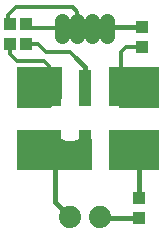
<source format=gbl>
G75*
%MOIN*%
%OFA0B0*%
%FSLAX25Y25*%
%IPPOS*%
%LPD*%
%AMOC8*
5,1,8,0,0,1.08239X$1,22.5*
%
%ADD10C,0.05000*%
%ADD11C,0.07400*%
%ADD12R,0.03937X0.12480*%
%ADD13R,0.03937X0.04331*%
%ADD14C,0.01600*%
%ADD15C,0.00010*%
%ADD16C,0.01200*%
D10*
X0025596Y0081777D02*
X0025596Y0086777D01*
X0030596Y0086777D02*
X0030596Y0081777D01*
X0035596Y0081777D02*
X0035596Y0086777D01*
X0040596Y0086777D02*
X0040596Y0081777D01*
D11*
X0038096Y0021285D03*
X0028096Y0021285D03*
D12*
X0023096Y0044285D03*
X0033096Y0044285D03*
X0043096Y0044285D03*
X0043096Y0064285D03*
X0033096Y0064285D03*
X0023096Y0064285D03*
D13*
X0013596Y0078939D03*
X0013596Y0085631D03*
X0008096Y0085631D03*
X0008096Y0078939D03*
X0051096Y0027631D03*
X0051096Y0020939D03*
X0052096Y0077939D03*
X0052096Y0084631D03*
D14*
X0023096Y0026285D02*
X0028096Y0021285D01*
X0023096Y0026285D02*
X0023096Y0044285D01*
X0033096Y0044285D01*
X0043096Y0044285D02*
X0047096Y0044285D01*
X0051096Y0040285D01*
X0051096Y0027631D01*
X0051096Y0020939D02*
X0038443Y0020939D01*
X0038096Y0021285D01*
X0033096Y0064285D02*
X0033096Y0071285D01*
X0030096Y0074285D01*
X0040596Y0084277D02*
X0040950Y0084631D01*
X0052096Y0084631D01*
D15*
X0057380Y0071285D02*
X0041096Y0071285D01*
X0041096Y0061213D01*
X0042372Y0060684D01*
X0044495Y0058561D01*
X0044697Y0058072D01*
X0057380Y0058072D01*
X0057380Y0071285D01*
X0057380Y0071278D02*
X0041096Y0071278D01*
X0041096Y0071269D02*
X0057380Y0071269D01*
X0057380Y0071261D02*
X0041096Y0071261D01*
X0041096Y0071252D02*
X0057380Y0071252D01*
X0057380Y0071244D02*
X0041096Y0071244D01*
X0041096Y0071235D02*
X0057380Y0071235D01*
X0057380Y0071227D02*
X0041096Y0071227D01*
X0041096Y0071218D02*
X0057380Y0071218D01*
X0057380Y0071210D02*
X0041096Y0071210D01*
X0041096Y0071201D02*
X0057380Y0071201D01*
X0057380Y0071193D02*
X0041096Y0071193D01*
X0041096Y0071184D02*
X0057380Y0071184D01*
X0057380Y0071176D02*
X0041096Y0071176D01*
X0041096Y0071167D02*
X0057380Y0071167D01*
X0057380Y0071159D02*
X0041096Y0071159D01*
X0041096Y0071150D02*
X0057380Y0071150D01*
X0057380Y0071142D02*
X0041096Y0071142D01*
X0041096Y0071133D02*
X0057380Y0071133D01*
X0057380Y0071125D02*
X0041096Y0071125D01*
X0041096Y0071116D02*
X0057380Y0071116D01*
X0057380Y0071108D02*
X0041096Y0071108D01*
X0041096Y0071099D02*
X0057380Y0071099D01*
X0057380Y0071091D02*
X0041096Y0071091D01*
X0041096Y0071082D02*
X0057380Y0071082D01*
X0057380Y0071074D02*
X0041096Y0071074D01*
X0041096Y0071065D02*
X0057380Y0071065D01*
X0057380Y0071057D02*
X0041096Y0071057D01*
X0041096Y0071048D02*
X0057380Y0071048D01*
X0057380Y0071040D02*
X0041096Y0071040D01*
X0041096Y0071031D02*
X0057380Y0071031D01*
X0057380Y0071023D02*
X0041096Y0071023D01*
X0041096Y0071014D02*
X0057380Y0071014D01*
X0057380Y0071006D02*
X0041096Y0071006D01*
X0041096Y0070997D02*
X0057380Y0070997D01*
X0057380Y0070988D02*
X0041096Y0070988D01*
X0041096Y0070980D02*
X0057380Y0070980D01*
X0057380Y0070971D02*
X0041096Y0070971D01*
X0041096Y0070963D02*
X0057380Y0070963D01*
X0057380Y0070954D02*
X0041096Y0070954D01*
X0041096Y0070946D02*
X0057380Y0070946D01*
X0057380Y0070937D02*
X0041096Y0070937D01*
X0041096Y0070929D02*
X0057380Y0070929D01*
X0057380Y0070920D02*
X0041096Y0070920D01*
X0041096Y0070912D02*
X0057380Y0070912D01*
X0057380Y0070903D02*
X0041096Y0070903D01*
X0041096Y0070895D02*
X0057380Y0070895D01*
X0057380Y0070886D02*
X0041096Y0070886D01*
X0041096Y0070878D02*
X0057380Y0070878D01*
X0057380Y0070869D02*
X0041096Y0070869D01*
X0041096Y0070861D02*
X0057380Y0070861D01*
X0057380Y0070852D02*
X0041096Y0070852D01*
X0041096Y0070844D02*
X0057380Y0070844D01*
X0057380Y0070835D02*
X0041096Y0070835D01*
X0041096Y0070827D02*
X0057380Y0070827D01*
X0057380Y0070818D02*
X0041096Y0070818D01*
X0041096Y0070810D02*
X0057380Y0070810D01*
X0057380Y0070801D02*
X0041096Y0070801D01*
X0041096Y0070793D02*
X0057380Y0070793D01*
X0057380Y0070784D02*
X0041096Y0070784D01*
X0041096Y0070776D02*
X0057380Y0070776D01*
X0057380Y0070767D02*
X0041096Y0070767D01*
X0041096Y0070759D02*
X0057380Y0070759D01*
X0057380Y0070750D02*
X0041096Y0070750D01*
X0041096Y0070742D02*
X0057380Y0070742D01*
X0057380Y0070733D02*
X0041096Y0070733D01*
X0041096Y0070725D02*
X0057380Y0070725D01*
X0057380Y0070716D02*
X0041096Y0070716D01*
X0041096Y0070708D02*
X0057380Y0070708D01*
X0057380Y0070699D02*
X0041096Y0070699D01*
X0041096Y0070691D02*
X0057380Y0070691D01*
X0057380Y0070682D02*
X0041096Y0070682D01*
X0041096Y0070673D02*
X0057380Y0070673D01*
X0057380Y0070665D02*
X0041096Y0070665D01*
X0041096Y0070656D02*
X0057380Y0070656D01*
X0057380Y0070648D02*
X0041096Y0070648D01*
X0041096Y0070639D02*
X0057380Y0070639D01*
X0057380Y0070631D02*
X0041096Y0070631D01*
X0041096Y0070622D02*
X0057380Y0070622D01*
X0057380Y0070614D02*
X0041096Y0070614D01*
X0041096Y0070605D02*
X0057380Y0070605D01*
X0057380Y0070597D02*
X0041096Y0070597D01*
X0041096Y0070588D02*
X0057380Y0070588D01*
X0057380Y0070580D02*
X0041096Y0070580D01*
X0041096Y0070571D02*
X0057380Y0070571D01*
X0057380Y0070563D02*
X0041096Y0070563D01*
X0041096Y0070554D02*
X0057380Y0070554D01*
X0057380Y0070546D02*
X0041096Y0070546D01*
X0041096Y0070537D02*
X0057380Y0070537D01*
X0057380Y0070529D02*
X0041096Y0070529D01*
X0041096Y0070520D02*
X0057380Y0070520D01*
X0057380Y0070512D02*
X0041096Y0070512D01*
X0041096Y0070503D02*
X0057380Y0070503D01*
X0057380Y0070495D02*
X0041096Y0070495D01*
X0041096Y0070486D02*
X0057380Y0070486D01*
X0057380Y0070478D02*
X0041096Y0070478D01*
X0041096Y0070469D02*
X0057380Y0070469D01*
X0057380Y0070461D02*
X0041096Y0070461D01*
X0041096Y0070452D02*
X0057380Y0070452D01*
X0057380Y0070444D02*
X0041096Y0070444D01*
X0041096Y0070435D02*
X0057380Y0070435D01*
X0057380Y0070427D02*
X0041096Y0070427D01*
X0041096Y0070418D02*
X0057380Y0070418D01*
X0057380Y0070410D02*
X0041096Y0070410D01*
X0041096Y0070401D02*
X0057380Y0070401D01*
X0057380Y0070393D02*
X0041096Y0070393D01*
X0041096Y0070384D02*
X0057380Y0070384D01*
X0057380Y0070375D02*
X0041096Y0070375D01*
X0041096Y0070367D02*
X0057380Y0070367D01*
X0057380Y0070358D02*
X0041096Y0070358D01*
X0041096Y0070350D02*
X0057380Y0070350D01*
X0057380Y0070341D02*
X0041096Y0070341D01*
X0041096Y0070333D02*
X0057380Y0070333D01*
X0057380Y0070324D02*
X0041096Y0070324D01*
X0041096Y0070316D02*
X0057380Y0070316D01*
X0057380Y0070307D02*
X0041096Y0070307D01*
X0041096Y0070299D02*
X0057380Y0070299D01*
X0057380Y0070290D02*
X0041096Y0070290D01*
X0041096Y0070282D02*
X0057380Y0070282D01*
X0057380Y0070273D02*
X0041096Y0070273D01*
X0041096Y0070265D02*
X0057380Y0070265D01*
X0057380Y0070256D02*
X0041096Y0070256D01*
X0041096Y0070248D02*
X0057380Y0070248D01*
X0057380Y0070239D02*
X0041096Y0070239D01*
X0041096Y0070231D02*
X0057380Y0070231D01*
X0057380Y0070222D02*
X0041096Y0070222D01*
X0041096Y0070214D02*
X0057380Y0070214D01*
X0057380Y0070205D02*
X0041096Y0070205D01*
X0041096Y0070197D02*
X0057380Y0070197D01*
X0057380Y0070188D02*
X0041096Y0070188D01*
X0041096Y0070180D02*
X0057380Y0070180D01*
X0057380Y0070171D02*
X0041096Y0070171D01*
X0041096Y0070163D02*
X0057380Y0070163D01*
X0057380Y0070154D02*
X0041096Y0070154D01*
X0041096Y0070146D02*
X0057380Y0070146D01*
X0057380Y0070137D02*
X0041096Y0070137D01*
X0041096Y0070129D02*
X0057380Y0070129D01*
X0057380Y0070120D02*
X0041096Y0070120D01*
X0041096Y0070112D02*
X0057380Y0070112D01*
X0057380Y0070103D02*
X0041096Y0070103D01*
X0041096Y0070095D02*
X0057380Y0070095D01*
X0057380Y0070086D02*
X0041096Y0070086D01*
X0041096Y0070078D02*
X0057380Y0070078D01*
X0057380Y0070069D02*
X0041096Y0070069D01*
X0041096Y0070060D02*
X0057380Y0070060D01*
X0057380Y0070052D02*
X0041096Y0070052D01*
X0041096Y0070043D02*
X0057380Y0070043D01*
X0057380Y0070035D02*
X0041096Y0070035D01*
X0041096Y0070026D02*
X0057380Y0070026D01*
X0057380Y0070018D02*
X0041096Y0070018D01*
X0041096Y0070009D02*
X0057380Y0070009D01*
X0057380Y0070001D02*
X0041096Y0070001D01*
X0041096Y0069992D02*
X0057380Y0069992D01*
X0057380Y0069984D02*
X0041096Y0069984D01*
X0041096Y0069975D02*
X0057380Y0069975D01*
X0057380Y0069967D02*
X0041096Y0069967D01*
X0041096Y0069958D02*
X0057380Y0069958D01*
X0057380Y0069950D02*
X0041096Y0069950D01*
X0041096Y0069941D02*
X0057380Y0069941D01*
X0057380Y0069933D02*
X0041096Y0069933D01*
X0041096Y0069924D02*
X0057380Y0069924D01*
X0057380Y0069916D02*
X0041096Y0069916D01*
X0041096Y0069907D02*
X0057380Y0069907D01*
X0057380Y0069899D02*
X0041096Y0069899D01*
X0041096Y0069890D02*
X0057380Y0069890D01*
X0057380Y0069882D02*
X0041096Y0069882D01*
X0041096Y0069873D02*
X0057380Y0069873D01*
X0057380Y0069865D02*
X0041096Y0069865D01*
X0041096Y0069856D02*
X0057380Y0069856D01*
X0057380Y0069848D02*
X0041096Y0069848D01*
X0041096Y0069839D02*
X0057380Y0069839D01*
X0057380Y0069831D02*
X0041096Y0069831D01*
X0041096Y0069822D02*
X0057380Y0069822D01*
X0057380Y0069814D02*
X0041096Y0069814D01*
X0041096Y0069805D02*
X0057380Y0069805D01*
X0057380Y0069797D02*
X0041096Y0069797D01*
X0041096Y0069788D02*
X0057380Y0069788D01*
X0057380Y0069780D02*
X0041096Y0069780D01*
X0041096Y0069771D02*
X0057380Y0069771D01*
X0057380Y0069763D02*
X0041096Y0069763D01*
X0041096Y0069754D02*
X0057380Y0069754D01*
X0057380Y0069745D02*
X0041096Y0069745D01*
X0041096Y0069737D02*
X0057380Y0069737D01*
X0057380Y0069728D02*
X0041096Y0069728D01*
X0041096Y0069720D02*
X0057380Y0069720D01*
X0057380Y0069711D02*
X0041096Y0069711D01*
X0041096Y0069703D02*
X0057380Y0069703D01*
X0057380Y0069694D02*
X0041096Y0069694D01*
X0041096Y0069686D02*
X0057380Y0069686D01*
X0057380Y0069677D02*
X0041096Y0069677D01*
X0041096Y0069669D02*
X0057380Y0069669D01*
X0057380Y0069660D02*
X0041096Y0069660D01*
X0041096Y0069652D02*
X0057380Y0069652D01*
X0057380Y0069643D02*
X0041096Y0069643D01*
X0041096Y0069635D02*
X0057380Y0069635D01*
X0057380Y0069626D02*
X0041096Y0069626D01*
X0041096Y0069618D02*
X0057380Y0069618D01*
X0057380Y0069609D02*
X0041096Y0069609D01*
X0041096Y0069601D02*
X0057380Y0069601D01*
X0057380Y0069592D02*
X0041096Y0069592D01*
X0041096Y0069584D02*
X0057380Y0069584D01*
X0057380Y0069575D02*
X0041096Y0069575D01*
X0041096Y0069567D02*
X0057380Y0069567D01*
X0057380Y0069558D02*
X0041096Y0069558D01*
X0041096Y0069550D02*
X0057380Y0069550D01*
X0057380Y0069541D02*
X0041096Y0069541D01*
X0041096Y0069533D02*
X0057380Y0069533D01*
X0057380Y0069524D02*
X0041096Y0069524D01*
X0041096Y0069516D02*
X0057380Y0069516D01*
X0057380Y0069507D02*
X0041096Y0069507D01*
X0041096Y0069499D02*
X0057380Y0069499D01*
X0057380Y0069490D02*
X0041096Y0069490D01*
X0041096Y0069482D02*
X0057380Y0069482D01*
X0057380Y0069473D02*
X0041096Y0069473D01*
X0041096Y0069465D02*
X0057380Y0069465D01*
X0057380Y0069456D02*
X0041096Y0069456D01*
X0041096Y0069447D02*
X0057380Y0069447D01*
X0057380Y0069439D02*
X0041096Y0069439D01*
X0041096Y0069430D02*
X0057380Y0069430D01*
X0057380Y0069422D02*
X0041096Y0069422D01*
X0041096Y0069413D02*
X0057380Y0069413D01*
X0057380Y0069405D02*
X0041096Y0069405D01*
X0041096Y0069396D02*
X0057380Y0069396D01*
X0057380Y0069388D02*
X0041096Y0069388D01*
X0041096Y0069379D02*
X0057380Y0069379D01*
X0057380Y0069371D02*
X0041096Y0069371D01*
X0041096Y0069362D02*
X0057380Y0069362D01*
X0057380Y0069354D02*
X0041096Y0069354D01*
X0041096Y0069345D02*
X0057380Y0069345D01*
X0057380Y0069337D02*
X0041096Y0069337D01*
X0041096Y0069328D02*
X0057380Y0069328D01*
X0057380Y0069320D02*
X0041096Y0069320D01*
X0041096Y0069311D02*
X0057380Y0069311D01*
X0057380Y0069303D02*
X0041096Y0069303D01*
X0041096Y0069294D02*
X0057380Y0069294D01*
X0057380Y0069286D02*
X0041096Y0069286D01*
X0041096Y0069277D02*
X0057380Y0069277D01*
X0057380Y0069269D02*
X0041096Y0069269D01*
X0041096Y0069260D02*
X0057380Y0069260D01*
X0057380Y0069252D02*
X0041096Y0069252D01*
X0041096Y0069243D02*
X0057380Y0069243D01*
X0057380Y0069235D02*
X0041096Y0069235D01*
X0041096Y0069226D02*
X0057380Y0069226D01*
X0057380Y0069218D02*
X0041096Y0069218D01*
X0041096Y0069209D02*
X0057380Y0069209D01*
X0057380Y0069201D02*
X0041096Y0069201D01*
X0041096Y0069192D02*
X0057380Y0069192D01*
X0057380Y0069184D02*
X0041096Y0069184D01*
X0041096Y0069175D02*
X0057380Y0069175D01*
X0057380Y0069167D02*
X0041096Y0069167D01*
X0041096Y0069158D02*
X0057380Y0069158D01*
X0057380Y0069150D02*
X0041096Y0069150D01*
X0041096Y0069141D02*
X0057380Y0069141D01*
X0057380Y0069132D02*
X0041096Y0069132D01*
X0041096Y0069124D02*
X0057380Y0069124D01*
X0057380Y0069115D02*
X0041096Y0069115D01*
X0041096Y0069107D02*
X0057380Y0069107D01*
X0057380Y0069098D02*
X0041096Y0069098D01*
X0041096Y0069090D02*
X0057380Y0069090D01*
X0057380Y0069081D02*
X0041096Y0069081D01*
X0041096Y0069073D02*
X0057380Y0069073D01*
X0057380Y0069064D02*
X0041096Y0069064D01*
X0041096Y0069056D02*
X0057380Y0069056D01*
X0057380Y0069047D02*
X0041096Y0069047D01*
X0041096Y0069039D02*
X0057380Y0069039D01*
X0057380Y0069030D02*
X0041096Y0069030D01*
X0041096Y0069022D02*
X0057380Y0069022D01*
X0057380Y0069013D02*
X0041096Y0069013D01*
X0041096Y0069005D02*
X0057380Y0069005D01*
X0057380Y0068996D02*
X0041096Y0068996D01*
X0041096Y0068988D02*
X0057380Y0068988D01*
X0057380Y0068979D02*
X0041096Y0068979D01*
X0041096Y0068971D02*
X0057380Y0068971D01*
X0057380Y0068962D02*
X0041096Y0068962D01*
X0041096Y0068954D02*
X0057380Y0068954D01*
X0057380Y0068945D02*
X0041096Y0068945D01*
X0041096Y0068937D02*
X0057380Y0068937D01*
X0057380Y0068928D02*
X0041096Y0068928D01*
X0041096Y0068920D02*
X0057380Y0068920D01*
X0057380Y0068911D02*
X0041096Y0068911D01*
X0041096Y0068903D02*
X0057380Y0068903D01*
X0057380Y0068894D02*
X0041096Y0068894D01*
X0041096Y0068886D02*
X0057380Y0068886D01*
X0057380Y0068877D02*
X0041096Y0068877D01*
X0041096Y0068869D02*
X0057380Y0068869D01*
X0057380Y0068860D02*
X0041096Y0068860D01*
X0041096Y0068852D02*
X0057380Y0068852D01*
X0057380Y0068843D02*
X0041096Y0068843D01*
X0041096Y0068834D02*
X0057380Y0068834D01*
X0057380Y0068826D02*
X0041096Y0068826D01*
X0041096Y0068817D02*
X0057380Y0068817D01*
X0057380Y0068809D02*
X0041096Y0068809D01*
X0041096Y0068800D02*
X0057380Y0068800D01*
X0057380Y0068792D02*
X0041096Y0068792D01*
X0041096Y0068783D02*
X0057380Y0068783D01*
X0057380Y0068775D02*
X0041096Y0068775D01*
X0041096Y0068766D02*
X0057380Y0068766D01*
X0057380Y0068758D02*
X0041096Y0068758D01*
X0041096Y0068749D02*
X0057380Y0068749D01*
X0057380Y0068741D02*
X0041096Y0068741D01*
X0041096Y0068732D02*
X0057380Y0068732D01*
X0057380Y0068724D02*
X0041096Y0068724D01*
X0041096Y0068715D02*
X0057380Y0068715D01*
X0057380Y0068707D02*
X0041096Y0068707D01*
X0041096Y0068698D02*
X0057380Y0068698D01*
X0057380Y0068690D02*
X0041096Y0068690D01*
X0041096Y0068681D02*
X0057380Y0068681D01*
X0057380Y0068673D02*
X0041096Y0068673D01*
X0041096Y0068664D02*
X0057380Y0068664D01*
X0057380Y0068656D02*
X0041096Y0068656D01*
X0041096Y0068647D02*
X0057380Y0068647D01*
X0057380Y0068639D02*
X0041096Y0068639D01*
X0041096Y0068630D02*
X0057380Y0068630D01*
X0057380Y0068622D02*
X0041096Y0068622D01*
X0041096Y0068613D02*
X0057380Y0068613D01*
X0057380Y0068605D02*
X0041096Y0068605D01*
X0041096Y0068596D02*
X0057380Y0068596D01*
X0057380Y0068588D02*
X0041096Y0068588D01*
X0041096Y0068579D02*
X0057380Y0068579D01*
X0057380Y0068571D02*
X0041096Y0068571D01*
X0041096Y0068562D02*
X0057380Y0068562D01*
X0057380Y0068554D02*
X0041096Y0068554D01*
X0041096Y0068545D02*
X0057380Y0068545D01*
X0057380Y0068537D02*
X0041096Y0068537D01*
X0041096Y0068528D02*
X0057380Y0068528D01*
X0057380Y0068519D02*
X0041096Y0068519D01*
X0041096Y0068511D02*
X0057380Y0068511D01*
X0057380Y0068502D02*
X0041096Y0068502D01*
X0041096Y0068494D02*
X0057380Y0068494D01*
X0057380Y0068485D02*
X0041096Y0068485D01*
X0041096Y0068477D02*
X0057380Y0068477D01*
X0057380Y0068468D02*
X0041096Y0068468D01*
X0041096Y0068460D02*
X0057380Y0068460D01*
X0057380Y0068451D02*
X0041096Y0068451D01*
X0041096Y0068443D02*
X0057380Y0068443D01*
X0057380Y0068434D02*
X0041096Y0068434D01*
X0041096Y0068426D02*
X0057380Y0068426D01*
X0057380Y0068417D02*
X0041096Y0068417D01*
X0041096Y0068409D02*
X0057380Y0068409D01*
X0057380Y0068400D02*
X0041096Y0068400D01*
X0041096Y0068392D02*
X0057380Y0068392D01*
X0057380Y0068383D02*
X0041096Y0068383D01*
X0041096Y0068375D02*
X0057380Y0068375D01*
X0057380Y0068366D02*
X0041096Y0068366D01*
X0041096Y0068358D02*
X0057380Y0068358D01*
X0057380Y0068349D02*
X0041096Y0068349D01*
X0041096Y0068341D02*
X0057380Y0068341D01*
X0057380Y0068332D02*
X0041096Y0068332D01*
X0041096Y0068324D02*
X0057380Y0068324D01*
X0057380Y0068315D02*
X0041096Y0068315D01*
X0041096Y0068307D02*
X0057380Y0068307D01*
X0057380Y0068298D02*
X0041096Y0068298D01*
X0041096Y0068290D02*
X0057380Y0068290D01*
X0057380Y0068281D02*
X0041096Y0068281D01*
X0041096Y0068273D02*
X0057380Y0068273D01*
X0057380Y0068264D02*
X0041096Y0068264D01*
X0041096Y0068256D02*
X0057380Y0068256D01*
X0057380Y0068247D02*
X0041096Y0068247D01*
X0041096Y0068239D02*
X0057380Y0068239D01*
X0057380Y0068230D02*
X0041096Y0068230D01*
X0041096Y0068222D02*
X0057380Y0068222D01*
X0057380Y0068213D02*
X0041096Y0068213D01*
X0041096Y0068204D02*
X0057380Y0068204D01*
X0057380Y0068196D02*
X0041096Y0068196D01*
X0041096Y0068187D02*
X0057380Y0068187D01*
X0057380Y0068179D02*
X0041096Y0068179D01*
X0041096Y0068170D02*
X0057380Y0068170D01*
X0057380Y0068162D02*
X0041096Y0068162D01*
X0041096Y0068153D02*
X0057380Y0068153D01*
X0057380Y0068145D02*
X0041096Y0068145D01*
X0041096Y0068136D02*
X0057380Y0068136D01*
X0057380Y0068128D02*
X0041096Y0068128D01*
X0041096Y0068119D02*
X0057380Y0068119D01*
X0057380Y0068111D02*
X0041096Y0068111D01*
X0041096Y0068102D02*
X0057380Y0068102D01*
X0057380Y0068094D02*
X0041096Y0068094D01*
X0041096Y0068085D02*
X0057380Y0068085D01*
X0057380Y0068077D02*
X0041096Y0068077D01*
X0041096Y0068068D02*
X0057380Y0068068D01*
X0057380Y0068060D02*
X0041096Y0068060D01*
X0041096Y0068051D02*
X0057380Y0068051D01*
X0057380Y0068043D02*
X0041096Y0068043D01*
X0041096Y0068034D02*
X0057380Y0068034D01*
X0057380Y0068026D02*
X0041096Y0068026D01*
X0041096Y0068017D02*
X0057380Y0068017D01*
X0057380Y0068009D02*
X0041096Y0068009D01*
X0041096Y0068000D02*
X0057380Y0068000D01*
X0057380Y0067992D02*
X0041096Y0067992D01*
X0041096Y0067983D02*
X0057380Y0067983D01*
X0057380Y0067975D02*
X0041096Y0067975D01*
X0041096Y0067966D02*
X0057380Y0067966D01*
X0057380Y0067958D02*
X0041096Y0067958D01*
X0041096Y0067949D02*
X0057380Y0067949D01*
X0057380Y0067941D02*
X0041096Y0067941D01*
X0041096Y0067932D02*
X0057380Y0067932D01*
X0057380Y0067924D02*
X0041096Y0067924D01*
X0041096Y0067915D02*
X0057380Y0067915D01*
X0057380Y0067906D02*
X0041096Y0067906D01*
X0041096Y0067898D02*
X0057380Y0067898D01*
X0057380Y0067889D02*
X0041096Y0067889D01*
X0041096Y0067881D02*
X0057380Y0067881D01*
X0057380Y0067872D02*
X0041096Y0067872D01*
X0041096Y0067864D02*
X0057380Y0067864D01*
X0057380Y0067855D02*
X0041096Y0067855D01*
X0041096Y0067847D02*
X0057380Y0067847D01*
X0057380Y0067838D02*
X0041096Y0067838D01*
X0041096Y0067830D02*
X0057380Y0067830D01*
X0057380Y0067821D02*
X0041096Y0067821D01*
X0041096Y0067813D02*
X0057380Y0067813D01*
X0057380Y0067804D02*
X0041096Y0067804D01*
X0041096Y0067796D02*
X0057380Y0067796D01*
X0057380Y0067787D02*
X0041096Y0067787D01*
X0041096Y0067779D02*
X0057380Y0067779D01*
X0057380Y0067770D02*
X0041096Y0067770D01*
X0041096Y0067762D02*
X0057380Y0067762D01*
X0057380Y0067753D02*
X0041096Y0067753D01*
X0041096Y0067745D02*
X0057380Y0067745D01*
X0057380Y0067736D02*
X0041096Y0067736D01*
X0041096Y0067728D02*
X0057380Y0067728D01*
X0057380Y0067719D02*
X0041096Y0067719D01*
X0041096Y0067711D02*
X0057380Y0067711D01*
X0057380Y0067702D02*
X0041096Y0067702D01*
X0041096Y0067694D02*
X0057380Y0067694D01*
X0057380Y0067685D02*
X0041096Y0067685D01*
X0041096Y0067677D02*
X0057380Y0067677D01*
X0057380Y0067668D02*
X0041096Y0067668D01*
X0041096Y0067660D02*
X0057380Y0067660D01*
X0057380Y0067651D02*
X0041096Y0067651D01*
X0041096Y0067643D02*
X0057380Y0067643D01*
X0057380Y0067634D02*
X0041096Y0067634D01*
X0041096Y0067626D02*
X0057380Y0067626D01*
X0057380Y0067617D02*
X0041096Y0067617D01*
X0041096Y0067609D02*
X0057380Y0067609D01*
X0057380Y0067600D02*
X0041096Y0067600D01*
X0041096Y0067591D02*
X0057380Y0067591D01*
X0057380Y0067583D02*
X0041096Y0067583D01*
X0041096Y0067574D02*
X0057380Y0067574D01*
X0057380Y0067566D02*
X0041096Y0067566D01*
X0041096Y0067557D02*
X0057380Y0067557D01*
X0057380Y0067549D02*
X0041096Y0067549D01*
X0041096Y0067540D02*
X0057380Y0067540D01*
X0057380Y0067532D02*
X0041096Y0067532D01*
X0041096Y0067523D02*
X0057380Y0067523D01*
X0057380Y0067515D02*
X0041096Y0067515D01*
X0041096Y0067506D02*
X0057380Y0067506D01*
X0057380Y0067498D02*
X0041096Y0067498D01*
X0041096Y0067489D02*
X0057380Y0067489D01*
X0057380Y0067481D02*
X0041096Y0067481D01*
X0041096Y0067472D02*
X0057380Y0067472D01*
X0057380Y0067464D02*
X0041096Y0067464D01*
X0041096Y0067455D02*
X0057380Y0067455D01*
X0057380Y0067447D02*
X0041096Y0067447D01*
X0041096Y0067438D02*
X0057380Y0067438D01*
X0057380Y0067430D02*
X0041096Y0067430D01*
X0041096Y0067421D02*
X0057380Y0067421D01*
X0057380Y0067413D02*
X0041096Y0067413D01*
X0041096Y0067404D02*
X0057380Y0067404D01*
X0057380Y0067396D02*
X0041096Y0067396D01*
X0041096Y0067387D02*
X0057380Y0067387D01*
X0057380Y0067379D02*
X0041096Y0067379D01*
X0041096Y0067370D02*
X0057380Y0067370D01*
X0057380Y0067362D02*
X0041096Y0067362D01*
X0041096Y0067353D02*
X0057380Y0067353D01*
X0057380Y0067345D02*
X0041096Y0067345D01*
X0041096Y0067336D02*
X0057380Y0067336D01*
X0057380Y0067328D02*
X0041096Y0067328D01*
X0041096Y0067319D02*
X0057380Y0067319D01*
X0057380Y0067311D02*
X0041096Y0067311D01*
X0041096Y0067302D02*
X0057380Y0067302D01*
X0057380Y0067294D02*
X0041096Y0067294D01*
X0041096Y0067285D02*
X0057380Y0067285D01*
X0057380Y0067276D02*
X0041096Y0067276D01*
X0041096Y0067268D02*
X0057380Y0067268D01*
X0057380Y0067259D02*
X0041096Y0067259D01*
X0041096Y0067251D02*
X0057380Y0067251D01*
X0057380Y0067242D02*
X0041096Y0067242D01*
X0041096Y0067234D02*
X0057380Y0067234D01*
X0057380Y0067225D02*
X0041096Y0067225D01*
X0041096Y0067217D02*
X0057380Y0067217D01*
X0057380Y0067208D02*
X0041096Y0067208D01*
X0041096Y0067200D02*
X0057380Y0067200D01*
X0057380Y0067191D02*
X0041096Y0067191D01*
X0041096Y0067183D02*
X0057380Y0067183D01*
X0057380Y0067174D02*
X0041096Y0067174D01*
X0041096Y0067166D02*
X0057380Y0067166D01*
X0057380Y0067157D02*
X0041096Y0067157D01*
X0041096Y0067149D02*
X0057380Y0067149D01*
X0057380Y0067140D02*
X0041096Y0067140D01*
X0041096Y0067132D02*
X0057380Y0067132D01*
X0057380Y0067123D02*
X0041096Y0067123D01*
X0041096Y0067115D02*
X0057380Y0067115D01*
X0057380Y0067106D02*
X0041096Y0067106D01*
X0041096Y0067098D02*
X0057380Y0067098D01*
X0057380Y0067089D02*
X0041096Y0067089D01*
X0041096Y0067081D02*
X0057380Y0067081D01*
X0057380Y0067072D02*
X0041096Y0067072D01*
X0041096Y0067064D02*
X0057380Y0067064D01*
X0057380Y0067055D02*
X0041096Y0067055D01*
X0041096Y0067047D02*
X0057380Y0067047D01*
X0057380Y0067038D02*
X0041096Y0067038D01*
X0041096Y0067030D02*
X0057380Y0067030D01*
X0057380Y0067021D02*
X0041096Y0067021D01*
X0041096Y0067013D02*
X0057380Y0067013D01*
X0057380Y0067004D02*
X0041096Y0067004D01*
X0041096Y0066996D02*
X0057380Y0066996D01*
X0057380Y0066987D02*
X0041096Y0066987D01*
X0041096Y0066978D02*
X0057380Y0066978D01*
X0057380Y0066970D02*
X0041096Y0066970D01*
X0041096Y0066961D02*
X0057380Y0066961D01*
X0057380Y0066953D02*
X0041096Y0066953D01*
X0041096Y0066944D02*
X0057380Y0066944D01*
X0057380Y0066936D02*
X0041096Y0066936D01*
X0041096Y0066927D02*
X0057380Y0066927D01*
X0057380Y0066919D02*
X0041096Y0066919D01*
X0041096Y0066910D02*
X0057380Y0066910D01*
X0057380Y0066902D02*
X0041096Y0066902D01*
X0041096Y0066893D02*
X0057380Y0066893D01*
X0057380Y0066885D02*
X0041096Y0066885D01*
X0041096Y0066876D02*
X0057380Y0066876D01*
X0057380Y0066868D02*
X0041096Y0066868D01*
X0041096Y0066859D02*
X0057380Y0066859D01*
X0057380Y0066851D02*
X0041096Y0066851D01*
X0041096Y0066842D02*
X0057380Y0066842D01*
X0057380Y0066834D02*
X0041096Y0066834D01*
X0041096Y0066825D02*
X0057380Y0066825D01*
X0057380Y0066817D02*
X0041096Y0066817D01*
X0041096Y0066808D02*
X0057380Y0066808D01*
X0057380Y0066800D02*
X0041096Y0066800D01*
X0041096Y0066791D02*
X0057380Y0066791D01*
X0057380Y0066783D02*
X0041096Y0066783D01*
X0041096Y0066774D02*
X0057380Y0066774D01*
X0057380Y0066766D02*
X0041096Y0066766D01*
X0041096Y0066757D02*
X0057380Y0066757D01*
X0057380Y0066749D02*
X0041096Y0066749D01*
X0041096Y0066740D02*
X0057380Y0066740D01*
X0057380Y0066732D02*
X0041096Y0066732D01*
X0041096Y0066723D02*
X0057380Y0066723D01*
X0057380Y0066715D02*
X0041096Y0066715D01*
X0041096Y0066706D02*
X0057380Y0066706D01*
X0057380Y0066698D02*
X0041096Y0066698D01*
X0041096Y0066689D02*
X0057380Y0066689D01*
X0057380Y0066681D02*
X0041096Y0066681D01*
X0041096Y0066672D02*
X0057380Y0066672D01*
X0057380Y0066663D02*
X0041096Y0066663D01*
X0041096Y0066655D02*
X0057380Y0066655D01*
X0057380Y0066646D02*
X0041096Y0066646D01*
X0041096Y0066638D02*
X0057380Y0066638D01*
X0057380Y0066629D02*
X0041096Y0066629D01*
X0041096Y0066621D02*
X0057380Y0066621D01*
X0057380Y0066612D02*
X0041096Y0066612D01*
X0041096Y0066604D02*
X0057380Y0066604D01*
X0057380Y0066595D02*
X0041096Y0066595D01*
X0041096Y0066587D02*
X0057380Y0066587D01*
X0057380Y0066578D02*
X0041096Y0066578D01*
X0041096Y0066570D02*
X0057380Y0066570D01*
X0057380Y0066561D02*
X0041096Y0066561D01*
X0041096Y0066553D02*
X0057380Y0066553D01*
X0057380Y0066544D02*
X0041096Y0066544D01*
X0041096Y0066536D02*
X0057380Y0066536D01*
X0057380Y0066527D02*
X0041096Y0066527D01*
X0041096Y0066519D02*
X0057380Y0066519D01*
X0057380Y0066510D02*
X0041096Y0066510D01*
X0041096Y0066502D02*
X0057380Y0066502D01*
X0057380Y0066493D02*
X0041096Y0066493D01*
X0041096Y0066485D02*
X0057380Y0066485D01*
X0057380Y0066476D02*
X0041096Y0066476D01*
X0041096Y0066468D02*
X0057380Y0066468D01*
X0057380Y0066459D02*
X0041096Y0066459D01*
X0041096Y0066451D02*
X0057380Y0066451D01*
X0057380Y0066442D02*
X0041096Y0066442D01*
X0041096Y0066434D02*
X0057380Y0066434D01*
X0057380Y0066425D02*
X0041096Y0066425D01*
X0041096Y0066417D02*
X0057380Y0066417D01*
X0057380Y0066408D02*
X0041096Y0066408D01*
X0041096Y0066400D02*
X0057380Y0066400D01*
X0057380Y0066391D02*
X0041096Y0066391D01*
X0041096Y0066383D02*
X0057380Y0066383D01*
X0057380Y0066374D02*
X0041096Y0066374D01*
X0041096Y0066366D02*
X0057380Y0066366D01*
X0057380Y0066357D02*
X0041096Y0066357D01*
X0041096Y0066348D02*
X0057380Y0066348D01*
X0057380Y0066340D02*
X0041096Y0066340D01*
X0041096Y0066331D02*
X0057380Y0066331D01*
X0057380Y0066323D02*
X0041096Y0066323D01*
X0041096Y0066314D02*
X0057380Y0066314D01*
X0057380Y0066306D02*
X0041096Y0066306D01*
X0041096Y0066297D02*
X0057380Y0066297D01*
X0057380Y0066289D02*
X0041096Y0066289D01*
X0041096Y0066280D02*
X0057380Y0066280D01*
X0057380Y0066272D02*
X0041096Y0066272D01*
X0041096Y0066263D02*
X0057380Y0066263D01*
X0057380Y0066255D02*
X0041096Y0066255D01*
X0041096Y0066246D02*
X0057380Y0066246D01*
X0057380Y0066238D02*
X0041096Y0066238D01*
X0041096Y0066229D02*
X0057380Y0066229D01*
X0057380Y0066221D02*
X0041096Y0066221D01*
X0041096Y0066212D02*
X0057380Y0066212D01*
X0057380Y0066204D02*
X0041096Y0066204D01*
X0041096Y0066195D02*
X0057380Y0066195D01*
X0057380Y0066187D02*
X0041096Y0066187D01*
X0041096Y0066178D02*
X0057380Y0066178D01*
X0057380Y0066170D02*
X0041096Y0066170D01*
X0041096Y0066161D02*
X0057380Y0066161D01*
X0057380Y0066153D02*
X0041096Y0066153D01*
X0041096Y0066144D02*
X0057380Y0066144D01*
X0057380Y0066136D02*
X0041096Y0066136D01*
X0041096Y0066127D02*
X0057380Y0066127D01*
X0057380Y0066119D02*
X0041096Y0066119D01*
X0041096Y0066110D02*
X0057380Y0066110D01*
X0057380Y0066102D02*
X0041096Y0066102D01*
X0041096Y0066093D02*
X0057380Y0066093D01*
X0057380Y0066085D02*
X0041096Y0066085D01*
X0041096Y0066076D02*
X0057380Y0066076D01*
X0057380Y0066068D02*
X0041096Y0066068D01*
X0041096Y0066059D02*
X0057380Y0066059D01*
X0057380Y0066050D02*
X0041096Y0066050D01*
X0041096Y0066042D02*
X0057380Y0066042D01*
X0057380Y0066033D02*
X0041096Y0066033D01*
X0041096Y0066025D02*
X0057380Y0066025D01*
X0057380Y0066016D02*
X0041096Y0066016D01*
X0041096Y0066008D02*
X0057380Y0066008D01*
X0057380Y0065999D02*
X0041096Y0065999D01*
X0041096Y0065991D02*
X0057380Y0065991D01*
X0057380Y0065982D02*
X0041096Y0065982D01*
X0041096Y0065974D02*
X0057380Y0065974D01*
X0057380Y0065965D02*
X0041096Y0065965D01*
X0041096Y0065957D02*
X0057380Y0065957D01*
X0057380Y0065948D02*
X0041096Y0065948D01*
X0041096Y0065940D02*
X0057380Y0065940D01*
X0057380Y0065931D02*
X0041096Y0065931D01*
X0041096Y0065923D02*
X0057380Y0065923D01*
X0057380Y0065914D02*
X0041096Y0065914D01*
X0041096Y0065906D02*
X0057380Y0065906D01*
X0057380Y0065897D02*
X0041096Y0065897D01*
X0041096Y0065889D02*
X0057380Y0065889D01*
X0057380Y0065880D02*
X0041096Y0065880D01*
X0041096Y0065872D02*
X0057380Y0065872D01*
X0057380Y0065863D02*
X0041096Y0065863D01*
X0041096Y0065855D02*
X0057380Y0065855D01*
X0057380Y0065846D02*
X0041096Y0065846D01*
X0041096Y0065838D02*
X0057380Y0065838D01*
X0057380Y0065829D02*
X0041096Y0065829D01*
X0041096Y0065821D02*
X0057380Y0065821D01*
X0057380Y0065812D02*
X0041096Y0065812D01*
X0041096Y0065804D02*
X0057380Y0065804D01*
X0057380Y0065795D02*
X0041096Y0065795D01*
X0041096Y0065787D02*
X0057380Y0065787D01*
X0057380Y0065778D02*
X0041096Y0065778D01*
X0041096Y0065770D02*
X0057380Y0065770D01*
X0057380Y0065761D02*
X0041096Y0065761D01*
X0041096Y0065753D02*
X0057380Y0065753D01*
X0057380Y0065744D02*
X0041096Y0065744D01*
X0041096Y0065735D02*
X0057380Y0065735D01*
X0057380Y0065727D02*
X0041096Y0065727D01*
X0041096Y0065718D02*
X0057380Y0065718D01*
X0057380Y0065710D02*
X0041096Y0065710D01*
X0041096Y0065701D02*
X0057380Y0065701D01*
X0057380Y0065693D02*
X0041096Y0065693D01*
X0041096Y0065684D02*
X0057380Y0065684D01*
X0057380Y0065676D02*
X0041096Y0065676D01*
X0041096Y0065667D02*
X0057380Y0065667D01*
X0057380Y0065659D02*
X0041096Y0065659D01*
X0041096Y0065650D02*
X0057380Y0065650D01*
X0057380Y0065642D02*
X0041096Y0065642D01*
X0041096Y0065633D02*
X0057380Y0065633D01*
X0057380Y0065625D02*
X0041096Y0065625D01*
X0041096Y0065616D02*
X0057380Y0065616D01*
X0057380Y0065608D02*
X0041096Y0065608D01*
X0041096Y0065599D02*
X0057380Y0065599D01*
X0057380Y0065591D02*
X0041096Y0065591D01*
X0041096Y0065582D02*
X0057380Y0065582D01*
X0057380Y0065574D02*
X0041096Y0065574D01*
X0041096Y0065565D02*
X0057380Y0065565D01*
X0057380Y0065557D02*
X0041096Y0065557D01*
X0041096Y0065548D02*
X0057380Y0065548D01*
X0057380Y0065540D02*
X0041096Y0065540D01*
X0041096Y0065531D02*
X0057380Y0065531D01*
X0057380Y0065523D02*
X0041096Y0065523D01*
X0041096Y0065514D02*
X0057380Y0065514D01*
X0057380Y0065506D02*
X0041096Y0065506D01*
X0041096Y0065497D02*
X0057380Y0065497D01*
X0057380Y0065489D02*
X0041096Y0065489D01*
X0041096Y0065480D02*
X0057380Y0065480D01*
X0057380Y0065472D02*
X0041096Y0065472D01*
X0041096Y0065463D02*
X0057380Y0065463D01*
X0057380Y0065455D02*
X0041096Y0065455D01*
X0041096Y0065446D02*
X0057380Y0065446D01*
X0057380Y0065437D02*
X0041096Y0065437D01*
X0041096Y0065429D02*
X0057380Y0065429D01*
X0057380Y0065420D02*
X0041096Y0065420D01*
X0041096Y0065412D02*
X0057380Y0065412D01*
X0057380Y0065403D02*
X0041096Y0065403D01*
X0041096Y0065395D02*
X0057380Y0065395D01*
X0057380Y0065386D02*
X0041096Y0065386D01*
X0041096Y0065378D02*
X0057380Y0065378D01*
X0057380Y0065369D02*
X0041096Y0065369D01*
X0041096Y0065361D02*
X0057380Y0065361D01*
X0057380Y0065352D02*
X0041096Y0065352D01*
X0041096Y0065344D02*
X0057380Y0065344D01*
X0057380Y0065335D02*
X0041096Y0065335D01*
X0041096Y0065327D02*
X0057380Y0065327D01*
X0057380Y0065318D02*
X0041096Y0065318D01*
X0041096Y0065310D02*
X0057380Y0065310D01*
X0057380Y0065301D02*
X0041096Y0065301D01*
X0041096Y0065293D02*
X0057380Y0065293D01*
X0057380Y0065284D02*
X0041096Y0065284D01*
X0041096Y0065276D02*
X0057380Y0065276D01*
X0057380Y0065267D02*
X0041096Y0065267D01*
X0041096Y0065259D02*
X0057380Y0065259D01*
X0057380Y0065250D02*
X0041096Y0065250D01*
X0041096Y0065242D02*
X0057380Y0065242D01*
X0057380Y0065233D02*
X0041096Y0065233D01*
X0041096Y0065225D02*
X0057380Y0065225D01*
X0057380Y0065216D02*
X0041096Y0065216D01*
X0041096Y0065208D02*
X0057380Y0065208D01*
X0057380Y0065199D02*
X0041096Y0065199D01*
X0041096Y0065191D02*
X0057380Y0065191D01*
X0057380Y0065182D02*
X0041096Y0065182D01*
X0041096Y0065174D02*
X0057380Y0065174D01*
X0057380Y0065165D02*
X0041096Y0065165D01*
X0041096Y0065157D02*
X0057380Y0065157D01*
X0057380Y0065148D02*
X0041096Y0065148D01*
X0041096Y0065140D02*
X0057380Y0065140D01*
X0057380Y0065131D02*
X0041096Y0065131D01*
X0041096Y0065122D02*
X0057380Y0065122D01*
X0057380Y0065114D02*
X0041096Y0065114D01*
X0041096Y0065105D02*
X0057380Y0065105D01*
X0057380Y0065097D02*
X0041096Y0065097D01*
X0041096Y0065088D02*
X0057380Y0065088D01*
X0057380Y0065080D02*
X0041096Y0065080D01*
X0041096Y0065071D02*
X0057380Y0065071D01*
X0057380Y0065063D02*
X0041096Y0065063D01*
X0041096Y0065054D02*
X0057380Y0065054D01*
X0057380Y0065046D02*
X0041096Y0065046D01*
X0041096Y0065037D02*
X0057380Y0065037D01*
X0057380Y0065029D02*
X0041096Y0065029D01*
X0041096Y0065020D02*
X0057380Y0065020D01*
X0057380Y0065012D02*
X0041096Y0065012D01*
X0041096Y0065003D02*
X0057380Y0065003D01*
X0057380Y0064995D02*
X0041096Y0064995D01*
X0041096Y0064986D02*
X0057380Y0064986D01*
X0057380Y0064978D02*
X0041096Y0064978D01*
X0041096Y0064969D02*
X0057380Y0064969D01*
X0057380Y0064961D02*
X0041096Y0064961D01*
X0041096Y0064952D02*
X0057380Y0064952D01*
X0057380Y0064944D02*
X0041096Y0064944D01*
X0041096Y0064935D02*
X0057380Y0064935D01*
X0057380Y0064927D02*
X0041096Y0064927D01*
X0041096Y0064918D02*
X0057380Y0064918D01*
X0057380Y0064910D02*
X0041096Y0064910D01*
X0041096Y0064901D02*
X0057380Y0064901D01*
X0057380Y0064893D02*
X0041096Y0064893D01*
X0041096Y0064884D02*
X0057380Y0064884D01*
X0057380Y0064876D02*
X0041096Y0064876D01*
X0041096Y0064867D02*
X0057380Y0064867D01*
X0057380Y0064859D02*
X0041096Y0064859D01*
X0041096Y0064850D02*
X0057380Y0064850D01*
X0057380Y0064842D02*
X0041096Y0064842D01*
X0041096Y0064833D02*
X0057380Y0064833D01*
X0057380Y0064825D02*
X0041096Y0064825D01*
X0041096Y0064816D02*
X0057380Y0064816D01*
X0057380Y0064807D02*
X0041096Y0064807D01*
X0041096Y0064799D02*
X0057380Y0064799D01*
X0057380Y0064790D02*
X0041096Y0064790D01*
X0041096Y0064782D02*
X0057380Y0064782D01*
X0057380Y0064773D02*
X0041096Y0064773D01*
X0041096Y0064765D02*
X0057380Y0064765D01*
X0057380Y0064756D02*
X0041096Y0064756D01*
X0041096Y0064748D02*
X0057380Y0064748D01*
X0057380Y0064739D02*
X0041096Y0064739D01*
X0041096Y0064731D02*
X0057380Y0064731D01*
X0057380Y0064722D02*
X0041096Y0064722D01*
X0041096Y0064714D02*
X0057380Y0064714D01*
X0057380Y0064705D02*
X0041096Y0064705D01*
X0041096Y0064697D02*
X0057380Y0064697D01*
X0057380Y0064688D02*
X0041096Y0064688D01*
X0041096Y0064680D02*
X0057380Y0064680D01*
X0057380Y0064671D02*
X0041096Y0064671D01*
X0041096Y0064663D02*
X0057380Y0064663D01*
X0057380Y0064654D02*
X0041096Y0064654D01*
X0041096Y0064646D02*
X0057380Y0064646D01*
X0057380Y0064637D02*
X0041096Y0064637D01*
X0041096Y0064629D02*
X0057380Y0064629D01*
X0057380Y0064620D02*
X0041096Y0064620D01*
X0041096Y0064612D02*
X0057380Y0064612D01*
X0057380Y0064603D02*
X0041096Y0064603D01*
X0041096Y0064595D02*
X0057380Y0064595D01*
X0057380Y0064586D02*
X0041096Y0064586D01*
X0041096Y0064578D02*
X0057380Y0064578D01*
X0057380Y0064569D02*
X0041096Y0064569D01*
X0041096Y0064561D02*
X0057380Y0064561D01*
X0057380Y0064552D02*
X0041096Y0064552D01*
X0041096Y0064544D02*
X0057380Y0064544D01*
X0057380Y0064535D02*
X0041096Y0064535D01*
X0041096Y0064527D02*
X0057380Y0064527D01*
X0057380Y0064518D02*
X0041096Y0064518D01*
X0041096Y0064509D02*
X0057380Y0064509D01*
X0057380Y0064501D02*
X0041096Y0064501D01*
X0041096Y0064492D02*
X0057380Y0064492D01*
X0057380Y0064484D02*
X0041096Y0064484D01*
X0041096Y0064475D02*
X0057380Y0064475D01*
X0057380Y0064467D02*
X0041096Y0064467D01*
X0041096Y0064458D02*
X0057380Y0064458D01*
X0057380Y0064450D02*
X0041096Y0064450D01*
X0041096Y0064441D02*
X0057380Y0064441D01*
X0057380Y0064433D02*
X0041096Y0064433D01*
X0041096Y0064424D02*
X0057380Y0064424D01*
X0057380Y0064416D02*
X0041096Y0064416D01*
X0041096Y0064407D02*
X0057380Y0064407D01*
X0057380Y0064399D02*
X0041096Y0064399D01*
X0041096Y0064390D02*
X0057380Y0064390D01*
X0057380Y0064382D02*
X0041096Y0064382D01*
X0041096Y0064373D02*
X0057380Y0064373D01*
X0057380Y0064365D02*
X0041096Y0064365D01*
X0041096Y0064356D02*
X0057380Y0064356D01*
X0057380Y0064348D02*
X0041096Y0064348D01*
X0041096Y0064339D02*
X0057380Y0064339D01*
X0057380Y0064331D02*
X0041096Y0064331D01*
X0041096Y0064322D02*
X0057380Y0064322D01*
X0057380Y0064314D02*
X0041096Y0064314D01*
X0041096Y0064305D02*
X0057380Y0064305D01*
X0057380Y0064297D02*
X0041096Y0064297D01*
X0041096Y0064288D02*
X0057380Y0064288D01*
X0057380Y0064280D02*
X0041096Y0064280D01*
X0041096Y0064271D02*
X0057380Y0064271D01*
X0057380Y0064263D02*
X0041096Y0064263D01*
X0041096Y0064254D02*
X0057380Y0064254D01*
X0057380Y0064246D02*
X0041096Y0064246D01*
X0041096Y0064237D02*
X0057380Y0064237D01*
X0057380Y0064229D02*
X0041096Y0064229D01*
X0041096Y0064220D02*
X0057380Y0064220D01*
X0057380Y0064212D02*
X0041096Y0064212D01*
X0041096Y0064203D02*
X0057380Y0064203D01*
X0057380Y0064194D02*
X0041096Y0064194D01*
X0041096Y0064186D02*
X0057380Y0064186D01*
X0057380Y0064177D02*
X0041096Y0064177D01*
X0041096Y0064169D02*
X0057380Y0064169D01*
X0057380Y0064160D02*
X0041096Y0064160D01*
X0041096Y0064152D02*
X0057380Y0064152D01*
X0057380Y0064143D02*
X0041096Y0064143D01*
X0041096Y0064135D02*
X0057380Y0064135D01*
X0057380Y0064126D02*
X0041096Y0064126D01*
X0041096Y0064118D02*
X0057380Y0064118D01*
X0057380Y0064109D02*
X0041096Y0064109D01*
X0041096Y0064101D02*
X0057380Y0064101D01*
X0057380Y0064092D02*
X0041096Y0064092D01*
X0041096Y0064084D02*
X0057380Y0064084D01*
X0057380Y0064075D02*
X0041096Y0064075D01*
X0041096Y0064067D02*
X0057380Y0064067D01*
X0057380Y0064058D02*
X0041096Y0064058D01*
X0041096Y0064050D02*
X0057380Y0064050D01*
X0057380Y0064041D02*
X0041096Y0064041D01*
X0041096Y0064033D02*
X0057380Y0064033D01*
X0057380Y0064024D02*
X0041096Y0064024D01*
X0041096Y0064016D02*
X0057380Y0064016D01*
X0057380Y0064007D02*
X0041096Y0064007D01*
X0041096Y0063999D02*
X0057380Y0063999D01*
X0057380Y0063990D02*
X0041096Y0063990D01*
X0041096Y0063982D02*
X0057380Y0063982D01*
X0057380Y0063973D02*
X0041096Y0063973D01*
X0041096Y0063965D02*
X0057380Y0063965D01*
X0057380Y0063956D02*
X0041096Y0063956D01*
X0041096Y0063948D02*
X0057380Y0063948D01*
X0057380Y0063939D02*
X0041096Y0063939D01*
X0041096Y0063931D02*
X0057380Y0063931D01*
X0057380Y0063922D02*
X0041096Y0063922D01*
X0041096Y0063914D02*
X0057380Y0063914D01*
X0057380Y0063905D02*
X0041096Y0063905D01*
X0041096Y0063897D02*
X0057380Y0063897D01*
X0057380Y0063888D02*
X0041096Y0063888D01*
X0041096Y0063879D02*
X0057380Y0063879D01*
X0057380Y0063871D02*
X0041096Y0063871D01*
X0041096Y0063862D02*
X0057380Y0063862D01*
X0057380Y0063854D02*
X0041096Y0063854D01*
X0041096Y0063845D02*
X0057380Y0063845D01*
X0057380Y0063837D02*
X0041096Y0063837D01*
X0041096Y0063828D02*
X0057380Y0063828D01*
X0057380Y0063820D02*
X0041096Y0063820D01*
X0041096Y0063811D02*
X0057380Y0063811D01*
X0057380Y0063803D02*
X0041096Y0063803D01*
X0041096Y0063794D02*
X0057380Y0063794D01*
X0057380Y0063786D02*
X0041096Y0063786D01*
X0041096Y0063777D02*
X0057380Y0063777D01*
X0057380Y0063769D02*
X0041096Y0063769D01*
X0041096Y0063760D02*
X0057380Y0063760D01*
X0057380Y0063752D02*
X0041096Y0063752D01*
X0041096Y0063743D02*
X0057380Y0063743D01*
X0057380Y0063735D02*
X0041096Y0063735D01*
X0041096Y0063726D02*
X0057380Y0063726D01*
X0057380Y0063718D02*
X0041096Y0063718D01*
X0041096Y0063709D02*
X0057380Y0063709D01*
X0057380Y0063701D02*
X0041096Y0063701D01*
X0041096Y0063692D02*
X0057380Y0063692D01*
X0057380Y0063684D02*
X0041096Y0063684D01*
X0041096Y0063675D02*
X0057380Y0063675D01*
X0057380Y0063667D02*
X0041096Y0063667D01*
X0041096Y0063658D02*
X0057380Y0063658D01*
X0057380Y0063650D02*
X0041096Y0063650D01*
X0041096Y0063641D02*
X0057380Y0063641D01*
X0057380Y0063633D02*
X0041096Y0063633D01*
X0041096Y0063624D02*
X0057380Y0063624D01*
X0057380Y0063616D02*
X0041096Y0063616D01*
X0041096Y0063607D02*
X0057380Y0063607D01*
X0057380Y0063599D02*
X0041096Y0063599D01*
X0041096Y0063590D02*
X0057380Y0063590D01*
X0057380Y0063581D02*
X0041096Y0063581D01*
X0041096Y0063573D02*
X0057380Y0063573D01*
X0057380Y0063564D02*
X0041096Y0063564D01*
X0041096Y0063556D02*
X0057380Y0063556D01*
X0057380Y0063547D02*
X0041096Y0063547D01*
X0041096Y0063539D02*
X0057380Y0063539D01*
X0057380Y0063530D02*
X0041096Y0063530D01*
X0041096Y0063522D02*
X0057380Y0063522D01*
X0057380Y0063513D02*
X0041096Y0063513D01*
X0041096Y0063505D02*
X0057380Y0063505D01*
X0057380Y0063496D02*
X0041096Y0063496D01*
X0041096Y0063488D02*
X0057380Y0063488D01*
X0057380Y0063479D02*
X0041096Y0063479D01*
X0041096Y0063471D02*
X0057380Y0063471D01*
X0057380Y0063462D02*
X0041096Y0063462D01*
X0041096Y0063454D02*
X0057380Y0063454D01*
X0057380Y0063445D02*
X0041096Y0063445D01*
X0041096Y0063437D02*
X0057380Y0063437D01*
X0057380Y0063428D02*
X0041096Y0063428D01*
X0041096Y0063420D02*
X0057380Y0063420D01*
X0057380Y0063411D02*
X0041096Y0063411D01*
X0041096Y0063403D02*
X0057380Y0063403D01*
X0057380Y0063394D02*
X0041096Y0063394D01*
X0041096Y0063386D02*
X0057380Y0063386D01*
X0057380Y0063377D02*
X0041096Y0063377D01*
X0041096Y0063369D02*
X0057380Y0063369D01*
X0057380Y0063360D02*
X0041096Y0063360D01*
X0041096Y0063352D02*
X0057380Y0063352D01*
X0057380Y0063343D02*
X0041096Y0063343D01*
X0041096Y0063335D02*
X0057380Y0063335D01*
X0057380Y0063326D02*
X0041096Y0063326D01*
X0041096Y0063318D02*
X0057380Y0063318D01*
X0057380Y0063309D02*
X0041096Y0063309D01*
X0041096Y0063301D02*
X0057380Y0063301D01*
X0057380Y0063292D02*
X0041096Y0063292D01*
X0041096Y0063284D02*
X0057380Y0063284D01*
X0057380Y0063275D02*
X0041096Y0063275D01*
X0041096Y0063266D02*
X0057380Y0063266D01*
X0057380Y0063258D02*
X0041096Y0063258D01*
X0041096Y0063249D02*
X0057380Y0063249D01*
X0057380Y0063241D02*
X0041096Y0063241D01*
X0041096Y0063232D02*
X0057380Y0063232D01*
X0057380Y0063224D02*
X0041096Y0063224D01*
X0041096Y0063215D02*
X0057380Y0063215D01*
X0057380Y0063207D02*
X0041096Y0063207D01*
X0041096Y0063198D02*
X0057380Y0063198D01*
X0057380Y0063190D02*
X0041096Y0063190D01*
X0041096Y0063181D02*
X0057380Y0063181D01*
X0057380Y0063173D02*
X0041096Y0063173D01*
X0041096Y0063164D02*
X0057380Y0063164D01*
X0057380Y0063156D02*
X0041096Y0063156D01*
X0041096Y0063147D02*
X0057380Y0063147D01*
X0057380Y0063139D02*
X0041096Y0063139D01*
X0041096Y0063130D02*
X0057380Y0063130D01*
X0057380Y0063122D02*
X0041096Y0063122D01*
X0041096Y0063113D02*
X0057380Y0063113D01*
X0057380Y0063105D02*
X0041096Y0063105D01*
X0041096Y0063096D02*
X0057380Y0063096D01*
X0057380Y0063088D02*
X0041096Y0063088D01*
X0041096Y0063079D02*
X0057380Y0063079D01*
X0057380Y0063071D02*
X0041096Y0063071D01*
X0041096Y0063062D02*
X0057380Y0063062D01*
X0057380Y0063054D02*
X0041096Y0063054D01*
X0041096Y0063045D02*
X0057380Y0063045D01*
X0057380Y0063037D02*
X0041096Y0063037D01*
X0041096Y0063028D02*
X0057380Y0063028D01*
X0057380Y0063020D02*
X0041096Y0063020D01*
X0041096Y0063011D02*
X0057380Y0063011D01*
X0057380Y0063003D02*
X0041096Y0063003D01*
X0041096Y0062994D02*
X0057380Y0062994D01*
X0057380Y0062986D02*
X0041096Y0062986D01*
X0041096Y0062977D02*
X0057380Y0062977D01*
X0057380Y0062969D02*
X0041096Y0062969D01*
X0041096Y0062960D02*
X0057380Y0062960D01*
X0057380Y0062951D02*
X0041096Y0062951D01*
X0041096Y0062943D02*
X0057380Y0062943D01*
X0057380Y0062934D02*
X0041096Y0062934D01*
X0041096Y0062926D02*
X0057380Y0062926D01*
X0057380Y0062917D02*
X0041096Y0062917D01*
X0041096Y0062909D02*
X0057380Y0062909D01*
X0057380Y0062900D02*
X0041096Y0062900D01*
X0041096Y0062892D02*
X0057380Y0062892D01*
X0057380Y0062883D02*
X0041096Y0062883D01*
X0041096Y0062875D02*
X0057380Y0062875D01*
X0057380Y0062866D02*
X0041096Y0062866D01*
X0041096Y0062858D02*
X0057380Y0062858D01*
X0057380Y0062849D02*
X0041096Y0062849D01*
X0041096Y0062841D02*
X0057380Y0062841D01*
X0057380Y0062832D02*
X0041096Y0062832D01*
X0041096Y0062824D02*
X0057380Y0062824D01*
X0057380Y0062815D02*
X0041096Y0062815D01*
X0041096Y0062807D02*
X0057380Y0062807D01*
X0057380Y0062798D02*
X0041096Y0062798D01*
X0041096Y0062790D02*
X0057380Y0062790D01*
X0057380Y0062781D02*
X0041096Y0062781D01*
X0041096Y0062773D02*
X0057380Y0062773D01*
X0057380Y0062764D02*
X0041096Y0062764D01*
X0041096Y0062756D02*
X0057380Y0062756D01*
X0057380Y0062747D02*
X0041096Y0062747D01*
X0041096Y0062739D02*
X0057380Y0062739D01*
X0057380Y0062730D02*
X0041096Y0062730D01*
X0041096Y0062722D02*
X0057380Y0062722D01*
X0057380Y0062713D02*
X0041096Y0062713D01*
X0041096Y0062705D02*
X0057380Y0062705D01*
X0057380Y0062696D02*
X0041096Y0062696D01*
X0041096Y0062688D02*
X0057380Y0062688D01*
X0057380Y0062679D02*
X0041096Y0062679D01*
X0041096Y0062671D02*
X0057380Y0062671D01*
X0057380Y0062662D02*
X0041096Y0062662D01*
X0041096Y0062653D02*
X0057380Y0062653D01*
X0057380Y0062645D02*
X0041096Y0062645D01*
X0041096Y0062636D02*
X0057380Y0062636D01*
X0057380Y0062628D02*
X0041096Y0062628D01*
X0041096Y0062619D02*
X0057380Y0062619D01*
X0057380Y0062611D02*
X0041096Y0062611D01*
X0041096Y0062602D02*
X0057380Y0062602D01*
X0057380Y0062594D02*
X0041096Y0062594D01*
X0041096Y0062585D02*
X0057380Y0062585D01*
X0057380Y0062577D02*
X0041096Y0062577D01*
X0041096Y0062568D02*
X0057380Y0062568D01*
X0057380Y0062560D02*
X0041096Y0062560D01*
X0041096Y0062551D02*
X0057380Y0062551D01*
X0057380Y0062543D02*
X0041096Y0062543D01*
X0041096Y0062534D02*
X0057380Y0062534D01*
X0057380Y0062526D02*
X0041096Y0062526D01*
X0041096Y0062517D02*
X0057380Y0062517D01*
X0057380Y0062509D02*
X0041096Y0062509D01*
X0041096Y0062500D02*
X0057380Y0062500D01*
X0057380Y0062492D02*
X0041096Y0062492D01*
X0041096Y0062483D02*
X0057380Y0062483D01*
X0057380Y0062475D02*
X0041096Y0062475D01*
X0041096Y0062466D02*
X0057380Y0062466D01*
X0057380Y0062458D02*
X0041096Y0062458D01*
X0041096Y0062449D02*
X0057380Y0062449D01*
X0057380Y0062441D02*
X0041096Y0062441D01*
X0041096Y0062432D02*
X0057380Y0062432D01*
X0057380Y0062424D02*
X0041096Y0062424D01*
X0041096Y0062415D02*
X0057380Y0062415D01*
X0057380Y0062407D02*
X0041096Y0062407D01*
X0041096Y0062398D02*
X0057380Y0062398D01*
X0057380Y0062390D02*
X0041096Y0062390D01*
X0041096Y0062381D02*
X0057380Y0062381D01*
X0057380Y0062373D02*
X0041096Y0062373D01*
X0041096Y0062364D02*
X0057380Y0062364D01*
X0057380Y0062356D02*
X0041096Y0062356D01*
X0041096Y0062347D02*
X0057380Y0062347D01*
X0057380Y0062338D02*
X0041096Y0062338D01*
X0041096Y0062330D02*
X0057380Y0062330D01*
X0057380Y0062321D02*
X0041096Y0062321D01*
X0041096Y0062313D02*
X0057380Y0062313D01*
X0057380Y0062304D02*
X0041096Y0062304D01*
X0041096Y0062296D02*
X0057380Y0062296D01*
X0057380Y0062287D02*
X0041096Y0062287D01*
X0041096Y0062279D02*
X0057380Y0062279D01*
X0057380Y0062270D02*
X0041096Y0062270D01*
X0041096Y0062262D02*
X0057380Y0062262D01*
X0057380Y0062253D02*
X0041096Y0062253D01*
X0041096Y0062245D02*
X0057380Y0062245D01*
X0057380Y0062236D02*
X0041096Y0062236D01*
X0041096Y0062228D02*
X0057380Y0062228D01*
X0057380Y0062219D02*
X0041096Y0062219D01*
X0041096Y0062211D02*
X0057380Y0062211D01*
X0057380Y0062202D02*
X0041096Y0062202D01*
X0041096Y0062194D02*
X0057380Y0062194D01*
X0057380Y0062185D02*
X0041096Y0062185D01*
X0041096Y0062177D02*
X0057380Y0062177D01*
X0057380Y0062168D02*
X0041096Y0062168D01*
X0041096Y0062160D02*
X0057380Y0062160D01*
X0057380Y0062151D02*
X0041096Y0062151D01*
X0041096Y0062143D02*
X0057380Y0062143D01*
X0057380Y0062134D02*
X0041096Y0062134D01*
X0041096Y0062126D02*
X0057380Y0062126D01*
X0057380Y0062117D02*
X0041096Y0062117D01*
X0041096Y0062109D02*
X0057380Y0062109D01*
X0057380Y0062100D02*
X0041096Y0062100D01*
X0041096Y0062092D02*
X0057380Y0062092D01*
X0057380Y0062083D02*
X0041096Y0062083D01*
X0041096Y0062075D02*
X0057380Y0062075D01*
X0057380Y0062066D02*
X0041096Y0062066D01*
X0041096Y0062058D02*
X0057380Y0062058D01*
X0057380Y0062049D02*
X0041096Y0062049D01*
X0041096Y0062041D02*
X0057380Y0062041D01*
X0057380Y0062032D02*
X0041096Y0062032D01*
X0041096Y0062023D02*
X0057380Y0062023D01*
X0057380Y0062015D02*
X0041096Y0062015D01*
X0041096Y0062006D02*
X0057380Y0062006D01*
X0057380Y0061998D02*
X0041096Y0061998D01*
X0041096Y0061989D02*
X0057380Y0061989D01*
X0057380Y0061981D02*
X0041096Y0061981D01*
X0041096Y0061972D02*
X0057380Y0061972D01*
X0057380Y0061964D02*
X0041096Y0061964D01*
X0041096Y0061955D02*
X0057380Y0061955D01*
X0057380Y0061947D02*
X0041096Y0061947D01*
X0041096Y0061938D02*
X0057380Y0061938D01*
X0057380Y0061930D02*
X0041096Y0061930D01*
X0041096Y0061921D02*
X0057380Y0061921D01*
X0057380Y0061913D02*
X0041096Y0061913D01*
X0041096Y0061904D02*
X0057380Y0061904D01*
X0057380Y0061896D02*
X0041096Y0061896D01*
X0041096Y0061887D02*
X0057380Y0061887D01*
X0057380Y0061879D02*
X0041096Y0061879D01*
X0041096Y0061870D02*
X0057380Y0061870D01*
X0057380Y0061862D02*
X0041096Y0061862D01*
X0041096Y0061853D02*
X0057380Y0061853D01*
X0057380Y0061845D02*
X0041096Y0061845D01*
X0041096Y0061836D02*
X0057380Y0061836D01*
X0057380Y0061828D02*
X0041096Y0061828D01*
X0041096Y0061819D02*
X0057380Y0061819D01*
X0057380Y0061811D02*
X0041096Y0061811D01*
X0041096Y0061802D02*
X0057380Y0061802D01*
X0057380Y0061794D02*
X0041096Y0061794D01*
X0041096Y0061785D02*
X0057380Y0061785D01*
X0057380Y0061777D02*
X0041096Y0061777D01*
X0041096Y0061768D02*
X0057380Y0061768D01*
X0057380Y0061760D02*
X0041096Y0061760D01*
X0041096Y0061751D02*
X0057380Y0061751D01*
X0057380Y0061743D02*
X0041096Y0061743D01*
X0041096Y0061734D02*
X0057380Y0061734D01*
X0057380Y0061725D02*
X0041096Y0061725D01*
X0041096Y0061717D02*
X0057380Y0061717D01*
X0057380Y0061708D02*
X0041096Y0061708D01*
X0041096Y0061700D02*
X0057380Y0061700D01*
X0057380Y0061691D02*
X0041096Y0061691D01*
X0041096Y0061683D02*
X0057380Y0061683D01*
X0057380Y0061674D02*
X0041096Y0061674D01*
X0041096Y0061666D02*
X0057380Y0061666D01*
X0057380Y0061657D02*
X0041096Y0061657D01*
X0041096Y0061649D02*
X0057380Y0061649D01*
X0057380Y0061640D02*
X0041096Y0061640D01*
X0041096Y0061632D02*
X0057380Y0061632D01*
X0057380Y0061623D02*
X0041096Y0061623D01*
X0041096Y0061615D02*
X0057380Y0061615D01*
X0057380Y0061606D02*
X0041096Y0061606D01*
X0041096Y0061598D02*
X0057380Y0061598D01*
X0057380Y0061589D02*
X0041096Y0061589D01*
X0041096Y0061581D02*
X0057380Y0061581D01*
X0057380Y0061572D02*
X0041096Y0061572D01*
X0041096Y0061564D02*
X0057380Y0061564D01*
X0057380Y0061555D02*
X0041096Y0061555D01*
X0041096Y0061547D02*
X0057380Y0061547D01*
X0057380Y0061538D02*
X0041096Y0061538D01*
X0041096Y0061530D02*
X0057380Y0061530D01*
X0057380Y0061521D02*
X0041096Y0061521D01*
X0041096Y0061513D02*
X0057380Y0061513D01*
X0057380Y0061504D02*
X0041096Y0061504D01*
X0041096Y0061496D02*
X0057380Y0061496D01*
X0057380Y0061487D02*
X0041096Y0061487D01*
X0041096Y0061479D02*
X0057380Y0061479D01*
X0057380Y0061470D02*
X0041096Y0061470D01*
X0041096Y0061462D02*
X0057380Y0061462D01*
X0057380Y0061453D02*
X0041096Y0061453D01*
X0041096Y0061445D02*
X0057380Y0061445D01*
X0057380Y0061436D02*
X0041096Y0061436D01*
X0041096Y0061428D02*
X0057380Y0061428D01*
X0057380Y0061419D02*
X0041096Y0061419D01*
X0041096Y0061410D02*
X0057380Y0061410D01*
X0057380Y0061402D02*
X0041096Y0061402D01*
X0041096Y0061393D02*
X0057380Y0061393D01*
X0057380Y0061385D02*
X0041096Y0061385D01*
X0041096Y0061376D02*
X0057380Y0061376D01*
X0057380Y0061368D02*
X0041096Y0061368D01*
X0041096Y0061359D02*
X0057380Y0061359D01*
X0057380Y0061351D02*
X0041096Y0061351D01*
X0041096Y0061342D02*
X0057380Y0061342D01*
X0057380Y0061334D02*
X0041096Y0061334D01*
X0041096Y0061325D02*
X0057380Y0061325D01*
X0057380Y0061317D02*
X0041096Y0061317D01*
X0041096Y0061308D02*
X0057380Y0061308D01*
X0057380Y0061300D02*
X0041096Y0061300D01*
X0041096Y0061291D02*
X0057380Y0061291D01*
X0057380Y0061283D02*
X0041096Y0061283D01*
X0041096Y0061274D02*
X0057380Y0061274D01*
X0057380Y0061266D02*
X0041096Y0061266D01*
X0041096Y0061257D02*
X0057380Y0061257D01*
X0057380Y0061249D02*
X0041096Y0061249D01*
X0041096Y0061240D02*
X0057380Y0061240D01*
X0057380Y0061232D02*
X0041096Y0061232D01*
X0041096Y0061223D02*
X0057380Y0061223D01*
X0057380Y0061215D02*
X0041096Y0061215D01*
X0041112Y0061206D02*
X0057380Y0061206D01*
X0057380Y0061198D02*
X0041132Y0061198D01*
X0041153Y0061189D02*
X0057380Y0061189D01*
X0057380Y0061181D02*
X0041173Y0061181D01*
X0041194Y0061172D02*
X0057380Y0061172D01*
X0057380Y0061164D02*
X0041214Y0061164D01*
X0041235Y0061155D02*
X0057380Y0061155D01*
X0057380Y0061147D02*
X0041256Y0061147D01*
X0041276Y0061138D02*
X0057380Y0061138D01*
X0057380Y0061130D02*
X0041297Y0061130D01*
X0041317Y0061121D02*
X0057380Y0061121D01*
X0057380Y0061112D02*
X0041338Y0061112D01*
X0041358Y0061104D02*
X0057380Y0061104D01*
X0057380Y0061095D02*
X0041379Y0061095D01*
X0041399Y0061087D02*
X0057380Y0061087D01*
X0057380Y0061078D02*
X0041420Y0061078D01*
X0041441Y0061070D02*
X0057380Y0061070D01*
X0057380Y0061061D02*
X0041461Y0061061D01*
X0041482Y0061053D02*
X0057380Y0061053D01*
X0057380Y0061044D02*
X0041502Y0061044D01*
X0041523Y0061036D02*
X0057380Y0061036D01*
X0057380Y0061027D02*
X0041543Y0061027D01*
X0041564Y0061019D02*
X0057380Y0061019D01*
X0057380Y0061010D02*
X0041584Y0061010D01*
X0041605Y0061002D02*
X0057380Y0061002D01*
X0057380Y0060993D02*
X0041625Y0060993D01*
X0041646Y0060985D02*
X0057380Y0060985D01*
X0057380Y0060976D02*
X0041667Y0060976D01*
X0041687Y0060968D02*
X0057380Y0060968D01*
X0057380Y0060959D02*
X0041708Y0060959D01*
X0041728Y0060951D02*
X0057380Y0060951D01*
X0057380Y0060942D02*
X0041749Y0060942D01*
X0041769Y0060934D02*
X0057380Y0060934D01*
X0057380Y0060925D02*
X0041790Y0060925D01*
X0041810Y0060917D02*
X0057380Y0060917D01*
X0057380Y0060908D02*
X0041831Y0060908D01*
X0041852Y0060900D02*
X0057380Y0060900D01*
X0057380Y0060891D02*
X0041872Y0060891D01*
X0041893Y0060883D02*
X0057380Y0060883D01*
X0057380Y0060874D02*
X0041913Y0060874D01*
X0041934Y0060866D02*
X0057380Y0060866D01*
X0057380Y0060857D02*
X0041954Y0060857D01*
X0041975Y0060849D02*
X0057380Y0060849D01*
X0057380Y0060840D02*
X0041995Y0060840D01*
X0042016Y0060832D02*
X0057380Y0060832D01*
X0057380Y0060823D02*
X0042037Y0060823D01*
X0042057Y0060815D02*
X0057380Y0060815D01*
X0057380Y0060806D02*
X0042078Y0060806D01*
X0042098Y0060797D02*
X0057380Y0060797D01*
X0057380Y0060789D02*
X0042119Y0060789D01*
X0042139Y0060780D02*
X0057380Y0060780D01*
X0057380Y0060772D02*
X0042160Y0060772D01*
X0042180Y0060763D02*
X0057380Y0060763D01*
X0057380Y0060755D02*
X0042201Y0060755D01*
X0042222Y0060746D02*
X0057380Y0060746D01*
X0057380Y0060738D02*
X0042242Y0060738D01*
X0042263Y0060729D02*
X0057380Y0060729D01*
X0057380Y0060721D02*
X0042283Y0060721D01*
X0042304Y0060712D02*
X0057380Y0060712D01*
X0057380Y0060704D02*
X0042324Y0060704D01*
X0042345Y0060695D02*
X0057380Y0060695D01*
X0057380Y0060687D02*
X0042365Y0060687D01*
X0042378Y0060678D02*
X0057380Y0060678D01*
X0057380Y0060670D02*
X0042386Y0060670D01*
X0042395Y0060661D02*
X0057380Y0060661D01*
X0057380Y0060653D02*
X0042403Y0060653D01*
X0042412Y0060644D02*
X0057380Y0060644D01*
X0057380Y0060636D02*
X0042420Y0060636D01*
X0042429Y0060627D02*
X0057380Y0060627D01*
X0057380Y0060619D02*
X0042437Y0060619D01*
X0042446Y0060610D02*
X0057380Y0060610D01*
X0057380Y0060602D02*
X0042454Y0060602D01*
X0042463Y0060593D02*
X0057380Y0060593D01*
X0057380Y0060585D02*
X0042471Y0060585D01*
X0042480Y0060576D02*
X0057380Y0060576D01*
X0057380Y0060568D02*
X0042488Y0060568D01*
X0042497Y0060559D02*
X0057380Y0060559D01*
X0057380Y0060551D02*
X0042505Y0060551D01*
X0042514Y0060542D02*
X0057380Y0060542D01*
X0057380Y0060534D02*
X0042522Y0060534D01*
X0042531Y0060525D02*
X0057380Y0060525D01*
X0057380Y0060517D02*
X0042539Y0060517D01*
X0042548Y0060508D02*
X0057380Y0060508D01*
X0057380Y0060500D02*
X0042556Y0060500D01*
X0042565Y0060491D02*
X0057380Y0060491D01*
X0057380Y0060482D02*
X0042574Y0060482D01*
X0042582Y0060474D02*
X0057380Y0060474D01*
X0057380Y0060465D02*
X0042591Y0060465D01*
X0042599Y0060457D02*
X0057380Y0060457D01*
X0057380Y0060448D02*
X0042608Y0060448D01*
X0042616Y0060440D02*
X0057380Y0060440D01*
X0057380Y0060431D02*
X0042625Y0060431D01*
X0042633Y0060423D02*
X0057380Y0060423D01*
X0057380Y0060414D02*
X0042642Y0060414D01*
X0042650Y0060406D02*
X0057380Y0060406D01*
X0057380Y0060397D02*
X0042659Y0060397D01*
X0042667Y0060389D02*
X0057380Y0060389D01*
X0057380Y0060380D02*
X0042676Y0060380D01*
X0042684Y0060372D02*
X0057380Y0060372D01*
X0057380Y0060363D02*
X0042693Y0060363D01*
X0042701Y0060355D02*
X0057380Y0060355D01*
X0057380Y0060346D02*
X0042710Y0060346D01*
X0042718Y0060338D02*
X0057380Y0060338D01*
X0057380Y0060329D02*
X0042727Y0060329D01*
X0042735Y0060321D02*
X0057380Y0060321D01*
X0057380Y0060312D02*
X0042744Y0060312D01*
X0042752Y0060304D02*
X0057380Y0060304D01*
X0057380Y0060295D02*
X0042761Y0060295D01*
X0042769Y0060287D02*
X0057380Y0060287D01*
X0057380Y0060278D02*
X0042778Y0060278D01*
X0042786Y0060270D02*
X0057380Y0060270D01*
X0057380Y0060261D02*
X0042795Y0060261D01*
X0042803Y0060253D02*
X0057380Y0060253D01*
X0057380Y0060244D02*
X0042812Y0060244D01*
X0042820Y0060236D02*
X0057380Y0060236D01*
X0057380Y0060227D02*
X0042829Y0060227D01*
X0042837Y0060219D02*
X0057380Y0060219D01*
X0057380Y0060210D02*
X0042846Y0060210D01*
X0042854Y0060202D02*
X0057380Y0060202D01*
X0057380Y0060193D02*
X0042863Y0060193D01*
X0042871Y0060184D02*
X0057380Y0060184D01*
X0057380Y0060176D02*
X0042880Y0060176D01*
X0042889Y0060167D02*
X0057380Y0060167D01*
X0057380Y0060159D02*
X0042897Y0060159D01*
X0042906Y0060150D02*
X0057380Y0060150D01*
X0057380Y0060142D02*
X0042914Y0060142D01*
X0042923Y0060133D02*
X0057380Y0060133D01*
X0057380Y0060125D02*
X0042931Y0060125D01*
X0042940Y0060116D02*
X0057380Y0060116D01*
X0057380Y0060108D02*
X0042948Y0060108D01*
X0042957Y0060099D02*
X0057380Y0060099D01*
X0057380Y0060091D02*
X0042965Y0060091D01*
X0042974Y0060082D02*
X0057380Y0060082D01*
X0057380Y0060074D02*
X0042982Y0060074D01*
X0042991Y0060065D02*
X0057380Y0060065D01*
X0057380Y0060057D02*
X0042999Y0060057D01*
X0043008Y0060048D02*
X0057380Y0060048D01*
X0057380Y0060040D02*
X0043016Y0060040D01*
X0043025Y0060031D02*
X0057380Y0060031D01*
X0057380Y0060023D02*
X0043033Y0060023D01*
X0043042Y0060014D02*
X0057380Y0060014D01*
X0057380Y0060006D02*
X0043050Y0060006D01*
X0043059Y0059997D02*
X0057380Y0059997D01*
X0057380Y0059989D02*
X0043067Y0059989D01*
X0043076Y0059980D02*
X0057380Y0059980D01*
X0057380Y0059972D02*
X0043084Y0059972D01*
X0043093Y0059963D02*
X0057380Y0059963D01*
X0057380Y0059955D02*
X0043101Y0059955D01*
X0043110Y0059946D02*
X0057380Y0059946D01*
X0057380Y0059938D02*
X0043118Y0059938D01*
X0043127Y0059929D02*
X0057380Y0059929D01*
X0057380Y0059921D02*
X0043135Y0059921D01*
X0043144Y0059912D02*
X0057380Y0059912D01*
X0057380Y0059904D02*
X0043152Y0059904D01*
X0043161Y0059895D02*
X0057380Y0059895D01*
X0057380Y0059887D02*
X0043169Y0059887D01*
X0043178Y0059878D02*
X0057380Y0059878D01*
X0057380Y0059869D02*
X0043187Y0059869D01*
X0043195Y0059861D02*
X0057380Y0059861D01*
X0057380Y0059852D02*
X0043204Y0059852D01*
X0043212Y0059844D02*
X0057380Y0059844D01*
X0057380Y0059835D02*
X0043221Y0059835D01*
X0043229Y0059827D02*
X0057380Y0059827D01*
X0057380Y0059818D02*
X0043238Y0059818D01*
X0043246Y0059810D02*
X0057380Y0059810D01*
X0057380Y0059801D02*
X0043255Y0059801D01*
X0043263Y0059793D02*
X0057380Y0059793D01*
X0057380Y0059784D02*
X0043272Y0059784D01*
X0043280Y0059776D02*
X0057380Y0059776D01*
X0057380Y0059767D02*
X0043289Y0059767D01*
X0043297Y0059759D02*
X0057380Y0059759D01*
X0057380Y0059750D02*
X0043306Y0059750D01*
X0043314Y0059742D02*
X0057380Y0059742D01*
X0057380Y0059733D02*
X0043323Y0059733D01*
X0043331Y0059725D02*
X0057380Y0059725D01*
X0057380Y0059716D02*
X0043340Y0059716D01*
X0043348Y0059708D02*
X0057380Y0059708D01*
X0057380Y0059699D02*
X0043357Y0059699D01*
X0043365Y0059691D02*
X0057380Y0059691D01*
X0057380Y0059682D02*
X0043374Y0059682D01*
X0043382Y0059674D02*
X0057380Y0059674D01*
X0057380Y0059665D02*
X0043391Y0059665D01*
X0043399Y0059657D02*
X0057380Y0059657D01*
X0057380Y0059648D02*
X0043408Y0059648D01*
X0043416Y0059640D02*
X0057380Y0059640D01*
X0057380Y0059631D02*
X0043425Y0059631D01*
X0043433Y0059623D02*
X0057380Y0059623D01*
X0057380Y0059614D02*
X0043442Y0059614D01*
X0043450Y0059606D02*
X0057380Y0059606D01*
X0057380Y0059597D02*
X0043459Y0059597D01*
X0043467Y0059589D02*
X0057380Y0059589D01*
X0057380Y0059580D02*
X0043476Y0059580D01*
X0043484Y0059572D02*
X0057380Y0059572D01*
X0057380Y0059563D02*
X0043493Y0059563D01*
X0043502Y0059554D02*
X0057380Y0059554D01*
X0057380Y0059546D02*
X0043510Y0059546D01*
X0043519Y0059537D02*
X0057380Y0059537D01*
X0057380Y0059529D02*
X0043527Y0059529D01*
X0043536Y0059520D02*
X0057380Y0059520D01*
X0057380Y0059512D02*
X0043544Y0059512D01*
X0043553Y0059503D02*
X0057380Y0059503D01*
X0057380Y0059495D02*
X0043561Y0059495D01*
X0043570Y0059486D02*
X0057380Y0059486D01*
X0057380Y0059478D02*
X0043578Y0059478D01*
X0043587Y0059469D02*
X0057380Y0059469D01*
X0057380Y0059461D02*
X0043595Y0059461D01*
X0043604Y0059452D02*
X0057380Y0059452D01*
X0057380Y0059444D02*
X0043612Y0059444D01*
X0043621Y0059435D02*
X0057380Y0059435D01*
X0057380Y0059427D02*
X0043629Y0059427D01*
X0043638Y0059418D02*
X0057380Y0059418D01*
X0057380Y0059410D02*
X0043646Y0059410D01*
X0043655Y0059401D02*
X0057380Y0059401D01*
X0057380Y0059393D02*
X0043663Y0059393D01*
X0043672Y0059384D02*
X0057380Y0059384D01*
X0057380Y0059376D02*
X0043680Y0059376D01*
X0043689Y0059367D02*
X0057380Y0059367D01*
X0057380Y0059359D02*
X0043697Y0059359D01*
X0043706Y0059350D02*
X0057380Y0059350D01*
X0057380Y0059342D02*
X0043714Y0059342D01*
X0043723Y0059333D02*
X0057380Y0059333D01*
X0057380Y0059325D02*
X0043731Y0059325D01*
X0043740Y0059316D02*
X0057380Y0059316D01*
X0057380Y0059308D02*
X0043748Y0059308D01*
X0043757Y0059299D02*
X0057380Y0059299D01*
X0057380Y0059291D02*
X0043765Y0059291D01*
X0043774Y0059282D02*
X0057380Y0059282D01*
X0057380Y0059274D02*
X0043782Y0059274D01*
X0043791Y0059265D02*
X0057380Y0059265D01*
X0057380Y0059256D02*
X0043799Y0059256D01*
X0043808Y0059248D02*
X0057380Y0059248D01*
X0057380Y0059239D02*
X0043817Y0059239D01*
X0043825Y0059231D02*
X0057380Y0059231D01*
X0057380Y0059222D02*
X0043834Y0059222D01*
X0043842Y0059214D02*
X0057380Y0059214D01*
X0057380Y0059205D02*
X0043851Y0059205D01*
X0043859Y0059197D02*
X0057380Y0059197D01*
X0057380Y0059188D02*
X0043868Y0059188D01*
X0043876Y0059180D02*
X0057380Y0059180D01*
X0057380Y0059171D02*
X0043885Y0059171D01*
X0043893Y0059163D02*
X0057380Y0059163D01*
X0057380Y0059154D02*
X0043902Y0059154D01*
X0043910Y0059146D02*
X0057380Y0059146D01*
X0057380Y0059137D02*
X0043919Y0059137D01*
X0043927Y0059129D02*
X0057380Y0059129D01*
X0057380Y0059120D02*
X0043936Y0059120D01*
X0043944Y0059112D02*
X0057380Y0059112D01*
X0057380Y0059103D02*
X0043953Y0059103D01*
X0043961Y0059095D02*
X0057380Y0059095D01*
X0057380Y0059086D02*
X0043970Y0059086D01*
X0043978Y0059078D02*
X0057380Y0059078D01*
X0057380Y0059069D02*
X0043987Y0059069D01*
X0043995Y0059061D02*
X0057380Y0059061D01*
X0057380Y0059052D02*
X0044004Y0059052D01*
X0044012Y0059044D02*
X0057380Y0059044D01*
X0057380Y0059035D02*
X0044021Y0059035D01*
X0044029Y0059027D02*
X0057380Y0059027D01*
X0057380Y0059018D02*
X0044038Y0059018D01*
X0044046Y0059010D02*
X0057380Y0059010D01*
X0057380Y0059001D02*
X0044055Y0059001D01*
X0044063Y0058993D02*
X0057380Y0058993D01*
X0057380Y0058984D02*
X0044072Y0058984D01*
X0044080Y0058976D02*
X0057380Y0058976D01*
X0057380Y0058967D02*
X0044089Y0058967D01*
X0044097Y0058959D02*
X0057380Y0058959D01*
X0057380Y0058950D02*
X0044106Y0058950D01*
X0044115Y0058941D02*
X0057380Y0058941D01*
X0057380Y0058933D02*
X0044123Y0058933D01*
X0044132Y0058924D02*
X0057380Y0058924D01*
X0057380Y0058916D02*
X0044140Y0058916D01*
X0044149Y0058907D02*
X0057380Y0058907D01*
X0057380Y0058899D02*
X0044157Y0058899D01*
X0044166Y0058890D02*
X0057380Y0058890D01*
X0057380Y0058882D02*
X0044174Y0058882D01*
X0044183Y0058873D02*
X0057380Y0058873D01*
X0057380Y0058865D02*
X0044191Y0058865D01*
X0044200Y0058856D02*
X0057380Y0058856D01*
X0057380Y0058848D02*
X0044208Y0058848D01*
X0044217Y0058839D02*
X0057380Y0058839D01*
X0057380Y0058831D02*
X0044225Y0058831D01*
X0044234Y0058822D02*
X0057380Y0058822D01*
X0057380Y0058814D02*
X0044242Y0058814D01*
X0044251Y0058805D02*
X0057380Y0058805D01*
X0057380Y0058797D02*
X0044259Y0058797D01*
X0044268Y0058788D02*
X0057380Y0058788D01*
X0057380Y0058780D02*
X0044276Y0058780D01*
X0044285Y0058771D02*
X0057380Y0058771D01*
X0057380Y0058763D02*
X0044293Y0058763D01*
X0044302Y0058754D02*
X0057380Y0058754D01*
X0057380Y0058746D02*
X0044310Y0058746D01*
X0044319Y0058737D02*
X0057380Y0058737D01*
X0057380Y0058729D02*
X0044327Y0058729D01*
X0044336Y0058720D02*
X0057380Y0058720D01*
X0057380Y0058712D02*
X0044344Y0058712D01*
X0044353Y0058703D02*
X0057380Y0058703D01*
X0057380Y0058695D02*
X0044361Y0058695D01*
X0044370Y0058686D02*
X0057380Y0058686D01*
X0057380Y0058678D02*
X0044378Y0058678D01*
X0044387Y0058669D02*
X0057380Y0058669D01*
X0057380Y0058661D02*
X0044395Y0058661D01*
X0044404Y0058652D02*
X0057380Y0058652D01*
X0057380Y0058644D02*
X0044412Y0058644D01*
X0044421Y0058635D02*
X0057380Y0058635D01*
X0057380Y0058626D02*
X0044430Y0058626D01*
X0044438Y0058618D02*
X0057380Y0058618D01*
X0057380Y0058609D02*
X0044447Y0058609D01*
X0044455Y0058601D02*
X0057380Y0058601D01*
X0057380Y0058592D02*
X0044464Y0058592D01*
X0044472Y0058584D02*
X0057380Y0058584D01*
X0057380Y0058575D02*
X0044481Y0058575D01*
X0044489Y0058567D02*
X0057380Y0058567D01*
X0057380Y0058558D02*
X0044496Y0058558D01*
X0044500Y0058550D02*
X0057380Y0058550D01*
X0057380Y0058541D02*
X0044503Y0058541D01*
X0044507Y0058533D02*
X0057380Y0058533D01*
X0057380Y0058524D02*
X0044510Y0058524D01*
X0044514Y0058516D02*
X0057380Y0058516D01*
X0057380Y0058507D02*
X0044517Y0058507D01*
X0044521Y0058499D02*
X0057380Y0058499D01*
X0057380Y0058490D02*
X0044524Y0058490D01*
X0044528Y0058482D02*
X0057380Y0058482D01*
X0057380Y0058473D02*
X0044531Y0058473D01*
X0044535Y0058465D02*
X0057380Y0058465D01*
X0057380Y0058456D02*
X0044539Y0058456D01*
X0044542Y0058448D02*
X0057380Y0058448D01*
X0057380Y0058439D02*
X0044546Y0058439D01*
X0044549Y0058431D02*
X0057380Y0058431D01*
X0057380Y0058422D02*
X0044553Y0058422D01*
X0044556Y0058414D02*
X0057380Y0058414D01*
X0057380Y0058405D02*
X0044560Y0058405D01*
X0044563Y0058397D02*
X0057380Y0058397D01*
X0057380Y0058388D02*
X0044567Y0058388D01*
X0044570Y0058380D02*
X0057380Y0058380D01*
X0057380Y0058371D02*
X0044574Y0058371D01*
X0044577Y0058363D02*
X0057380Y0058363D01*
X0057380Y0058354D02*
X0044581Y0058354D01*
X0044584Y0058346D02*
X0057380Y0058346D01*
X0057380Y0058337D02*
X0044588Y0058337D01*
X0044591Y0058328D02*
X0057380Y0058328D01*
X0057380Y0058320D02*
X0044595Y0058320D01*
X0044598Y0058311D02*
X0057380Y0058311D01*
X0057380Y0058303D02*
X0044602Y0058303D01*
X0044606Y0058294D02*
X0057380Y0058294D01*
X0057380Y0058286D02*
X0044609Y0058286D01*
X0044613Y0058277D02*
X0057380Y0058277D01*
X0057380Y0058269D02*
X0044616Y0058269D01*
X0044620Y0058260D02*
X0057380Y0058260D01*
X0057380Y0058252D02*
X0044623Y0058252D01*
X0044627Y0058243D02*
X0057380Y0058243D01*
X0057380Y0058235D02*
X0044630Y0058235D01*
X0044634Y0058226D02*
X0057380Y0058226D01*
X0057380Y0058218D02*
X0044637Y0058218D01*
X0044641Y0058209D02*
X0057380Y0058209D01*
X0057380Y0058201D02*
X0044644Y0058201D01*
X0044648Y0058192D02*
X0057380Y0058192D01*
X0057380Y0058184D02*
X0044651Y0058184D01*
X0044655Y0058175D02*
X0057380Y0058175D01*
X0057380Y0058167D02*
X0044658Y0058167D01*
X0044662Y0058158D02*
X0057380Y0058158D01*
X0057380Y0058150D02*
X0044665Y0058150D01*
X0044669Y0058141D02*
X0057380Y0058141D01*
X0057380Y0058133D02*
X0044673Y0058133D01*
X0044676Y0058124D02*
X0057380Y0058124D01*
X0057380Y0058116D02*
X0044680Y0058116D01*
X0044683Y0058107D02*
X0057380Y0058107D01*
X0057380Y0058099D02*
X0044687Y0058099D01*
X0044690Y0058090D02*
X0057380Y0058090D01*
X0057380Y0058082D02*
X0044694Y0058082D01*
X0044697Y0058073D02*
X0057380Y0058073D01*
X0057395Y0050498D02*
X0044697Y0050498D01*
X0044495Y0050009D01*
X0042372Y0047886D01*
X0041096Y0047357D01*
X0041096Y0037285D01*
X0057395Y0037285D01*
X0057395Y0050498D01*
X0057395Y0050496D02*
X0044697Y0050496D01*
X0044693Y0050487D02*
X0057395Y0050487D01*
X0057395Y0050479D02*
X0044690Y0050479D01*
X0044686Y0050470D02*
X0057395Y0050470D01*
X0057395Y0050462D02*
X0044683Y0050462D01*
X0044679Y0050453D02*
X0057395Y0050453D01*
X0057395Y0050445D02*
X0044676Y0050445D01*
X0044672Y0050436D02*
X0057395Y0050436D01*
X0057395Y0050428D02*
X0044668Y0050428D01*
X0044665Y0050419D02*
X0057395Y0050419D01*
X0057395Y0050411D02*
X0044661Y0050411D01*
X0044658Y0050402D02*
X0057395Y0050402D01*
X0057395Y0050394D02*
X0044654Y0050394D01*
X0044651Y0050385D02*
X0057395Y0050385D01*
X0057395Y0050377D02*
X0044647Y0050377D01*
X0044644Y0050368D02*
X0057395Y0050368D01*
X0057395Y0050360D02*
X0044640Y0050360D01*
X0044637Y0050351D02*
X0057395Y0050351D01*
X0057395Y0050343D02*
X0044633Y0050343D01*
X0044630Y0050334D02*
X0057395Y0050334D01*
X0057395Y0050326D02*
X0044626Y0050326D01*
X0044623Y0050317D02*
X0057395Y0050317D01*
X0057395Y0050309D02*
X0044619Y0050309D01*
X0044616Y0050300D02*
X0057395Y0050300D01*
X0057395Y0050291D02*
X0044612Y0050291D01*
X0044609Y0050283D02*
X0057395Y0050283D01*
X0057395Y0050274D02*
X0044605Y0050274D01*
X0044602Y0050266D02*
X0057395Y0050266D01*
X0057395Y0050257D02*
X0044598Y0050257D01*
X0044594Y0050249D02*
X0057395Y0050249D01*
X0057395Y0050240D02*
X0044591Y0050240D01*
X0044587Y0050232D02*
X0057395Y0050232D01*
X0057395Y0050223D02*
X0044584Y0050223D01*
X0044580Y0050215D02*
X0057395Y0050215D01*
X0057395Y0050206D02*
X0044577Y0050206D01*
X0044573Y0050198D02*
X0057395Y0050198D01*
X0057395Y0050189D02*
X0044570Y0050189D01*
X0044566Y0050181D02*
X0057395Y0050181D01*
X0057395Y0050172D02*
X0044563Y0050172D01*
X0044559Y0050164D02*
X0057395Y0050164D01*
X0057395Y0050155D02*
X0044556Y0050155D01*
X0044552Y0050147D02*
X0057395Y0050147D01*
X0057395Y0050138D02*
X0044549Y0050138D01*
X0044545Y0050130D02*
X0057395Y0050130D01*
X0057395Y0050121D02*
X0044542Y0050121D01*
X0044538Y0050113D02*
X0057395Y0050113D01*
X0057395Y0050104D02*
X0044534Y0050104D01*
X0044531Y0050096D02*
X0057395Y0050096D01*
X0057395Y0050087D02*
X0044527Y0050087D01*
X0044524Y0050079D02*
X0057395Y0050079D01*
X0057395Y0050070D02*
X0044520Y0050070D01*
X0044517Y0050062D02*
X0057395Y0050062D01*
X0057395Y0050053D02*
X0044513Y0050053D01*
X0044510Y0050045D02*
X0057395Y0050045D01*
X0057395Y0050036D02*
X0044506Y0050036D01*
X0044503Y0050028D02*
X0057395Y0050028D01*
X0057395Y0050019D02*
X0044499Y0050019D01*
X0044496Y0050011D02*
X0057395Y0050011D01*
X0057395Y0050002D02*
X0044488Y0050002D01*
X0044479Y0049994D02*
X0057395Y0049994D01*
X0057395Y0049985D02*
X0044471Y0049985D01*
X0044462Y0049976D02*
X0057395Y0049976D01*
X0057395Y0049968D02*
X0044454Y0049968D01*
X0044445Y0049959D02*
X0057395Y0049959D01*
X0057395Y0049951D02*
X0044437Y0049951D01*
X0044428Y0049942D02*
X0057395Y0049942D01*
X0057395Y0049934D02*
X0044420Y0049934D01*
X0044411Y0049925D02*
X0057395Y0049925D01*
X0057395Y0049917D02*
X0044403Y0049917D01*
X0044394Y0049908D02*
X0057395Y0049908D01*
X0057395Y0049900D02*
X0044386Y0049900D01*
X0044377Y0049891D02*
X0057395Y0049891D01*
X0057395Y0049883D02*
X0044369Y0049883D01*
X0044360Y0049874D02*
X0057395Y0049874D01*
X0057395Y0049866D02*
X0044352Y0049866D01*
X0044343Y0049857D02*
X0057395Y0049857D01*
X0057395Y0049849D02*
X0044335Y0049849D01*
X0044326Y0049840D02*
X0057395Y0049840D01*
X0057395Y0049832D02*
X0044318Y0049832D01*
X0044309Y0049823D02*
X0057395Y0049823D01*
X0057395Y0049815D02*
X0044301Y0049815D01*
X0044292Y0049806D02*
X0057395Y0049806D01*
X0057395Y0049798D02*
X0044284Y0049798D01*
X0044275Y0049789D02*
X0057395Y0049789D01*
X0057395Y0049781D02*
X0044267Y0049781D01*
X0044258Y0049772D02*
X0057395Y0049772D01*
X0057395Y0049764D02*
X0044250Y0049764D01*
X0044241Y0049755D02*
X0057395Y0049755D01*
X0057395Y0049747D02*
X0044233Y0049747D01*
X0044224Y0049738D02*
X0057395Y0049738D01*
X0057395Y0049730D02*
X0044216Y0049730D01*
X0044207Y0049721D02*
X0057395Y0049721D01*
X0057395Y0049713D02*
X0044198Y0049713D01*
X0044190Y0049704D02*
X0057395Y0049704D01*
X0057395Y0049696D02*
X0044181Y0049696D01*
X0044173Y0049687D02*
X0057395Y0049687D01*
X0057395Y0049678D02*
X0044164Y0049678D01*
X0044156Y0049670D02*
X0057395Y0049670D01*
X0057395Y0049661D02*
X0044147Y0049661D01*
X0044139Y0049653D02*
X0057395Y0049653D01*
X0057395Y0049644D02*
X0044130Y0049644D01*
X0044122Y0049636D02*
X0057395Y0049636D01*
X0057395Y0049627D02*
X0044113Y0049627D01*
X0044105Y0049619D02*
X0057395Y0049619D01*
X0057395Y0049610D02*
X0044096Y0049610D01*
X0044088Y0049602D02*
X0057395Y0049602D01*
X0057395Y0049593D02*
X0044079Y0049593D01*
X0044071Y0049585D02*
X0057395Y0049585D01*
X0057395Y0049576D02*
X0044062Y0049576D01*
X0044054Y0049568D02*
X0057395Y0049568D01*
X0057395Y0049559D02*
X0044045Y0049559D01*
X0044037Y0049551D02*
X0057395Y0049551D01*
X0057395Y0049542D02*
X0044028Y0049542D01*
X0044020Y0049534D02*
X0057395Y0049534D01*
X0057395Y0049525D02*
X0044011Y0049525D01*
X0044003Y0049517D02*
X0057395Y0049517D01*
X0057395Y0049508D02*
X0043994Y0049508D01*
X0043986Y0049500D02*
X0057395Y0049500D01*
X0057395Y0049491D02*
X0043977Y0049491D01*
X0043969Y0049483D02*
X0057395Y0049483D01*
X0057395Y0049474D02*
X0043960Y0049474D01*
X0043952Y0049466D02*
X0057395Y0049466D01*
X0057395Y0049457D02*
X0043943Y0049457D01*
X0043935Y0049449D02*
X0057395Y0049449D01*
X0057395Y0049440D02*
X0043926Y0049440D01*
X0043918Y0049432D02*
X0057395Y0049432D01*
X0057395Y0049423D02*
X0043909Y0049423D01*
X0043900Y0049415D02*
X0057395Y0049415D01*
X0057395Y0049406D02*
X0043892Y0049406D01*
X0043883Y0049398D02*
X0057395Y0049398D01*
X0057395Y0049389D02*
X0043875Y0049389D01*
X0043866Y0049381D02*
X0057395Y0049381D01*
X0057395Y0049372D02*
X0043858Y0049372D01*
X0043849Y0049363D02*
X0057395Y0049363D01*
X0057395Y0049355D02*
X0043841Y0049355D01*
X0043832Y0049346D02*
X0057395Y0049346D01*
X0057395Y0049338D02*
X0043824Y0049338D01*
X0043815Y0049329D02*
X0057395Y0049329D01*
X0057395Y0049321D02*
X0043807Y0049321D01*
X0043798Y0049312D02*
X0057395Y0049312D01*
X0057395Y0049304D02*
X0043790Y0049304D01*
X0043781Y0049295D02*
X0057395Y0049295D01*
X0057395Y0049287D02*
X0043773Y0049287D01*
X0043764Y0049278D02*
X0057395Y0049278D01*
X0057395Y0049270D02*
X0043756Y0049270D01*
X0043747Y0049261D02*
X0057395Y0049261D01*
X0057395Y0049253D02*
X0043739Y0049253D01*
X0043730Y0049244D02*
X0057395Y0049244D01*
X0057395Y0049236D02*
X0043722Y0049236D01*
X0043713Y0049227D02*
X0057395Y0049227D01*
X0057395Y0049219D02*
X0043705Y0049219D01*
X0043696Y0049210D02*
X0057395Y0049210D01*
X0057395Y0049202D02*
X0043688Y0049202D01*
X0043679Y0049193D02*
X0057395Y0049193D01*
X0057395Y0049185D02*
X0043671Y0049185D01*
X0043662Y0049176D02*
X0057395Y0049176D01*
X0057395Y0049168D02*
X0043654Y0049168D01*
X0043645Y0049159D02*
X0057395Y0049159D01*
X0057395Y0049151D02*
X0043637Y0049151D01*
X0043628Y0049142D02*
X0057395Y0049142D01*
X0057395Y0049134D02*
X0043620Y0049134D01*
X0043611Y0049125D02*
X0057395Y0049125D01*
X0057395Y0049117D02*
X0043603Y0049117D01*
X0043594Y0049108D02*
X0057395Y0049108D01*
X0057395Y0049100D02*
X0043585Y0049100D01*
X0043577Y0049091D02*
X0057395Y0049091D01*
X0057395Y0049083D02*
X0043568Y0049083D01*
X0043560Y0049074D02*
X0057395Y0049074D01*
X0057395Y0049066D02*
X0043551Y0049066D01*
X0043543Y0049057D02*
X0057395Y0049057D01*
X0057395Y0049048D02*
X0043534Y0049048D01*
X0043526Y0049040D02*
X0057395Y0049040D01*
X0057395Y0049031D02*
X0043517Y0049031D01*
X0043509Y0049023D02*
X0057395Y0049023D01*
X0057395Y0049014D02*
X0043500Y0049014D01*
X0043492Y0049006D02*
X0057395Y0049006D01*
X0057395Y0048997D02*
X0043483Y0048997D01*
X0043475Y0048989D02*
X0057395Y0048989D01*
X0057395Y0048980D02*
X0043466Y0048980D01*
X0043458Y0048972D02*
X0057395Y0048972D01*
X0057395Y0048963D02*
X0043449Y0048963D01*
X0043441Y0048955D02*
X0057395Y0048955D01*
X0057395Y0048946D02*
X0043432Y0048946D01*
X0043424Y0048938D02*
X0057395Y0048938D01*
X0057395Y0048929D02*
X0043415Y0048929D01*
X0043407Y0048921D02*
X0057395Y0048921D01*
X0057395Y0048912D02*
X0043398Y0048912D01*
X0043390Y0048904D02*
X0057395Y0048904D01*
X0057395Y0048895D02*
X0043381Y0048895D01*
X0043373Y0048887D02*
X0057395Y0048887D01*
X0057395Y0048878D02*
X0043364Y0048878D01*
X0043356Y0048870D02*
X0057395Y0048870D01*
X0057395Y0048861D02*
X0043347Y0048861D01*
X0043339Y0048853D02*
X0057395Y0048853D01*
X0057395Y0048844D02*
X0043330Y0048844D01*
X0043322Y0048836D02*
X0057395Y0048836D01*
X0057395Y0048827D02*
X0043313Y0048827D01*
X0043305Y0048819D02*
X0057395Y0048819D01*
X0057395Y0048810D02*
X0043296Y0048810D01*
X0043287Y0048802D02*
X0057395Y0048802D01*
X0057395Y0048793D02*
X0043279Y0048793D01*
X0043270Y0048785D02*
X0057395Y0048785D01*
X0057395Y0048776D02*
X0043262Y0048776D01*
X0043253Y0048768D02*
X0057395Y0048768D01*
X0057395Y0048759D02*
X0043245Y0048759D01*
X0043236Y0048750D02*
X0057395Y0048750D01*
X0057395Y0048742D02*
X0043228Y0048742D01*
X0043219Y0048733D02*
X0057395Y0048733D01*
X0057395Y0048725D02*
X0043211Y0048725D01*
X0043202Y0048716D02*
X0057395Y0048716D01*
X0057395Y0048708D02*
X0043194Y0048708D01*
X0043185Y0048699D02*
X0057395Y0048699D01*
X0057395Y0048691D02*
X0043177Y0048691D01*
X0043168Y0048682D02*
X0057395Y0048682D01*
X0057395Y0048674D02*
X0043160Y0048674D01*
X0043151Y0048665D02*
X0057395Y0048665D01*
X0057395Y0048657D02*
X0043143Y0048657D01*
X0043134Y0048648D02*
X0057395Y0048648D01*
X0057395Y0048640D02*
X0043126Y0048640D01*
X0043117Y0048631D02*
X0057395Y0048631D01*
X0057395Y0048623D02*
X0043109Y0048623D01*
X0043100Y0048614D02*
X0057395Y0048614D01*
X0057395Y0048606D02*
X0043092Y0048606D01*
X0043083Y0048597D02*
X0057395Y0048597D01*
X0057395Y0048589D02*
X0043075Y0048589D01*
X0043066Y0048580D02*
X0057395Y0048580D01*
X0057395Y0048572D02*
X0043058Y0048572D01*
X0043049Y0048563D02*
X0057395Y0048563D01*
X0057395Y0048555D02*
X0043041Y0048555D01*
X0043032Y0048546D02*
X0057395Y0048546D01*
X0057395Y0048538D02*
X0043024Y0048538D01*
X0043015Y0048529D02*
X0057395Y0048529D01*
X0057395Y0048521D02*
X0043007Y0048521D01*
X0042998Y0048512D02*
X0057395Y0048512D01*
X0057395Y0048504D02*
X0042990Y0048504D01*
X0042981Y0048495D02*
X0057395Y0048495D01*
X0057395Y0048487D02*
X0042972Y0048487D01*
X0042964Y0048478D02*
X0057395Y0048478D01*
X0057395Y0048470D02*
X0042955Y0048470D01*
X0042947Y0048461D02*
X0057395Y0048461D01*
X0057395Y0048453D02*
X0042938Y0048453D01*
X0042930Y0048444D02*
X0057395Y0048444D01*
X0057395Y0048435D02*
X0042921Y0048435D01*
X0042913Y0048427D02*
X0057395Y0048427D01*
X0057395Y0048418D02*
X0042904Y0048418D01*
X0042896Y0048410D02*
X0057395Y0048410D01*
X0057395Y0048401D02*
X0042887Y0048401D01*
X0042879Y0048393D02*
X0057395Y0048393D01*
X0057395Y0048384D02*
X0042870Y0048384D01*
X0042862Y0048376D02*
X0057395Y0048376D01*
X0057395Y0048367D02*
X0042853Y0048367D01*
X0042845Y0048359D02*
X0057395Y0048359D01*
X0057395Y0048350D02*
X0042836Y0048350D01*
X0042828Y0048342D02*
X0057395Y0048342D01*
X0057395Y0048333D02*
X0042819Y0048333D01*
X0042811Y0048325D02*
X0057395Y0048325D01*
X0057395Y0048316D02*
X0042802Y0048316D01*
X0042794Y0048308D02*
X0057395Y0048308D01*
X0057395Y0048299D02*
X0042785Y0048299D01*
X0042777Y0048291D02*
X0057395Y0048291D01*
X0057395Y0048282D02*
X0042768Y0048282D01*
X0042760Y0048274D02*
X0057395Y0048274D01*
X0057395Y0048265D02*
X0042751Y0048265D01*
X0042743Y0048257D02*
X0057395Y0048257D01*
X0057395Y0048248D02*
X0042734Y0048248D01*
X0042726Y0048240D02*
X0057395Y0048240D01*
X0057395Y0048231D02*
X0042717Y0048231D01*
X0042709Y0048223D02*
X0057395Y0048223D01*
X0057395Y0048214D02*
X0042700Y0048214D01*
X0042692Y0048206D02*
X0057395Y0048206D01*
X0057395Y0048197D02*
X0042683Y0048197D01*
X0042675Y0048189D02*
X0057395Y0048189D01*
X0057395Y0048180D02*
X0042666Y0048180D01*
X0042657Y0048172D02*
X0057395Y0048172D01*
X0057395Y0048163D02*
X0042649Y0048163D01*
X0042640Y0048155D02*
X0057395Y0048155D01*
X0057395Y0048146D02*
X0042632Y0048146D01*
X0042623Y0048137D02*
X0057395Y0048137D01*
X0057395Y0048129D02*
X0042615Y0048129D01*
X0042606Y0048120D02*
X0057395Y0048120D01*
X0057395Y0048112D02*
X0042598Y0048112D01*
X0042589Y0048103D02*
X0057395Y0048103D01*
X0057395Y0048095D02*
X0042581Y0048095D01*
X0042572Y0048086D02*
X0057395Y0048086D01*
X0057395Y0048078D02*
X0042564Y0048078D01*
X0042555Y0048069D02*
X0057395Y0048069D01*
X0057395Y0048061D02*
X0042547Y0048061D01*
X0042538Y0048052D02*
X0057395Y0048052D01*
X0057395Y0048044D02*
X0042530Y0048044D01*
X0042521Y0048035D02*
X0057395Y0048035D01*
X0057395Y0048027D02*
X0042513Y0048027D01*
X0042504Y0048018D02*
X0057395Y0048018D01*
X0057395Y0048010D02*
X0042496Y0048010D01*
X0042487Y0048001D02*
X0057395Y0048001D01*
X0057395Y0047993D02*
X0042479Y0047993D01*
X0042470Y0047984D02*
X0057395Y0047984D01*
X0057395Y0047976D02*
X0042462Y0047976D01*
X0042453Y0047967D02*
X0057395Y0047967D01*
X0057395Y0047959D02*
X0042445Y0047959D01*
X0042436Y0047950D02*
X0057395Y0047950D01*
X0057395Y0047942D02*
X0042428Y0047942D01*
X0042419Y0047933D02*
X0057395Y0047933D01*
X0057395Y0047925D02*
X0042411Y0047925D01*
X0042402Y0047916D02*
X0057395Y0047916D01*
X0057395Y0047908D02*
X0042394Y0047908D01*
X0042385Y0047899D02*
X0057395Y0047899D01*
X0057395Y0047891D02*
X0042377Y0047891D01*
X0042363Y0047882D02*
X0057395Y0047882D01*
X0057395Y0047874D02*
X0042342Y0047874D01*
X0042322Y0047865D02*
X0057395Y0047865D01*
X0057395Y0047857D02*
X0042301Y0047857D01*
X0042280Y0047848D02*
X0057395Y0047848D01*
X0057395Y0047840D02*
X0042260Y0047840D01*
X0042239Y0047831D02*
X0057395Y0047831D01*
X0057395Y0047822D02*
X0042219Y0047822D01*
X0042198Y0047814D02*
X0057395Y0047814D01*
X0057395Y0047805D02*
X0042178Y0047805D01*
X0042157Y0047797D02*
X0057395Y0047797D01*
X0057395Y0047788D02*
X0042137Y0047788D01*
X0042116Y0047780D02*
X0057395Y0047780D01*
X0057395Y0047771D02*
X0042095Y0047771D01*
X0042075Y0047763D02*
X0057395Y0047763D01*
X0057395Y0047754D02*
X0042054Y0047754D01*
X0042034Y0047746D02*
X0057395Y0047746D01*
X0057395Y0047737D02*
X0042013Y0047737D01*
X0041993Y0047729D02*
X0057395Y0047729D01*
X0057395Y0047720D02*
X0041972Y0047720D01*
X0041952Y0047712D02*
X0057395Y0047712D01*
X0057395Y0047703D02*
X0041931Y0047703D01*
X0041910Y0047695D02*
X0057395Y0047695D01*
X0057395Y0047686D02*
X0041890Y0047686D01*
X0041869Y0047678D02*
X0057395Y0047678D01*
X0057395Y0047669D02*
X0041849Y0047669D01*
X0041828Y0047661D02*
X0057395Y0047661D01*
X0057395Y0047652D02*
X0041808Y0047652D01*
X0041787Y0047644D02*
X0057395Y0047644D01*
X0057395Y0047635D02*
X0041767Y0047635D01*
X0041746Y0047627D02*
X0057395Y0047627D01*
X0057395Y0047618D02*
X0041725Y0047618D01*
X0041705Y0047610D02*
X0057395Y0047610D01*
X0057395Y0047601D02*
X0041684Y0047601D01*
X0041664Y0047593D02*
X0057395Y0047593D01*
X0057395Y0047584D02*
X0041643Y0047584D01*
X0041623Y0047576D02*
X0057395Y0047576D01*
X0057395Y0047567D02*
X0041602Y0047567D01*
X0041582Y0047559D02*
X0057395Y0047559D01*
X0057395Y0047550D02*
X0041561Y0047550D01*
X0041540Y0047542D02*
X0057395Y0047542D01*
X0057395Y0047533D02*
X0041520Y0047533D01*
X0041499Y0047525D02*
X0057395Y0047525D01*
X0057395Y0047516D02*
X0041479Y0047516D01*
X0041458Y0047507D02*
X0057395Y0047507D01*
X0057395Y0047499D02*
X0041438Y0047499D01*
X0041417Y0047490D02*
X0057395Y0047490D01*
X0057395Y0047482D02*
X0041397Y0047482D01*
X0041376Y0047473D02*
X0057395Y0047473D01*
X0057395Y0047465D02*
X0041355Y0047465D01*
X0041335Y0047456D02*
X0057395Y0047456D01*
X0057395Y0047448D02*
X0041314Y0047448D01*
X0041294Y0047439D02*
X0057395Y0047439D01*
X0057395Y0047431D02*
X0041273Y0047431D01*
X0041253Y0047422D02*
X0057395Y0047422D01*
X0057395Y0047414D02*
X0041232Y0047414D01*
X0041212Y0047405D02*
X0057395Y0047405D01*
X0057395Y0047397D02*
X0041191Y0047397D01*
X0041170Y0047388D02*
X0057395Y0047388D01*
X0057395Y0047380D02*
X0041150Y0047380D01*
X0041129Y0047371D02*
X0057395Y0047371D01*
X0057395Y0047363D02*
X0041109Y0047363D01*
X0041096Y0047354D02*
X0057395Y0047354D01*
X0057395Y0047346D02*
X0041096Y0047346D01*
X0041096Y0047337D02*
X0057395Y0047337D01*
X0057395Y0047329D02*
X0041096Y0047329D01*
X0041096Y0047320D02*
X0057395Y0047320D01*
X0057395Y0047312D02*
X0041096Y0047312D01*
X0041096Y0047303D02*
X0057395Y0047303D01*
X0057395Y0047295D02*
X0041096Y0047295D01*
X0041096Y0047286D02*
X0057395Y0047286D01*
X0057395Y0047278D02*
X0041096Y0047278D01*
X0041096Y0047269D02*
X0057395Y0047269D01*
X0057395Y0047261D02*
X0041096Y0047261D01*
X0041096Y0047252D02*
X0057395Y0047252D01*
X0057395Y0047244D02*
X0041096Y0047244D01*
X0041096Y0047235D02*
X0057395Y0047235D01*
X0057395Y0047227D02*
X0041096Y0047227D01*
X0041096Y0047218D02*
X0057395Y0047218D01*
X0057395Y0047209D02*
X0041096Y0047209D01*
X0041096Y0047201D02*
X0057395Y0047201D01*
X0057395Y0047192D02*
X0041096Y0047192D01*
X0041096Y0047184D02*
X0057395Y0047184D01*
X0057395Y0047175D02*
X0041096Y0047175D01*
X0041096Y0047167D02*
X0057395Y0047167D01*
X0057395Y0047158D02*
X0041096Y0047158D01*
X0041096Y0047150D02*
X0057395Y0047150D01*
X0057395Y0047141D02*
X0041096Y0047141D01*
X0041096Y0047133D02*
X0057395Y0047133D01*
X0057395Y0047124D02*
X0041096Y0047124D01*
X0041096Y0047116D02*
X0057395Y0047116D01*
X0057395Y0047107D02*
X0041096Y0047107D01*
X0041096Y0047099D02*
X0057395Y0047099D01*
X0057395Y0047090D02*
X0041096Y0047090D01*
X0041096Y0047082D02*
X0057395Y0047082D01*
X0057395Y0047073D02*
X0041096Y0047073D01*
X0041096Y0047065D02*
X0057395Y0047065D01*
X0057395Y0047056D02*
X0041096Y0047056D01*
X0041096Y0047048D02*
X0057395Y0047048D01*
X0057395Y0047039D02*
X0041096Y0047039D01*
X0041096Y0047031D02*
X0057395Y0047031D01*
X0057395Y0047022D02*
X0041096Y0047022D01*
X0041096Y0047014D02*
X0057395Y0047014D01*
X0057395Y0047005D02*
X0041096Y0047005D01*
X0041096Y0046997D02*
X0057395Y0046997D01*
X0057395Y0046988D02*
X0041096Y0046988D01*
X0041096Y0046980D02*
X0057395Y0046980D01*
X0057395Y0046971D02*
X0041096Y0046971D01*
X0041096Y0046963D02*
X0057395Y0046963D01*
X0057395Y0046954D02*
X0041096Y0046954D01*
X0041096Y0046946D02*
X0057395Y0046946D01*
X0057395Y0046937D02*
X0041096Y0046937D01*
X0041096Y0046929D02*
X0057395Y0046929D01*
X0057395Y0046920D02*
X0041096Y0046920D01*
X0041096Y0046912D02*
X0057395Y0046912D01*
X0057395Y0046903D02*
X0041096Y0046903D01*
X0041096Y0046894D02*
X0057395Y0046894D01*
X0057395Y0046886D02*
X0041096Y0046886D01*
X0041096Y0046877D02*
X0057395Y0046877D01*
X0057395Y0046869D02*
X0041096Y0046869D01*
X0041096Y0046860D02*
X0057395Y0046860D01*
X0057395Y0046852D02*
X0041096Y0046852D01*
X0041096Y0046843D02*
X0057395Y0046843D01*
X0057395Y0046835D02*
X0041096Y0046835D01*
X0041096Y0046826D02*
X0057395Y0046826D01*
X0057395Y0046818D02*
X0041096Y0046818D01*
X0041096Y0046809D02*
X0057395Y0046809D01*
X0057395Y0046801D02*
X0041096Y0046801D01*
X0041096Y0046792D02*
X0057395Y0046792D01*
X0057395Y0046784D02*
X0041096Y0046784D01*
X0041096Y0046775D02*
X0057395Y0046775D01*
X0057395Y0046767D02*
X0041096Y0046767D01*
X0041096Y0046758D02*
X0057395Y0046758D01*
X0057395Y0046750D02*
X0041096Y0046750D01*
X0041096Y0046741D02*
X0057395Y0046741D01*
X0057395Y0046733D02*
X0041096Y0046733D01*
X0041096Y0046724D02*
X0057395Y0046724D01*
X0057395Y0046716D02*
X0041096Y0046716D01*
X0041096Y0046707D02*
X0057395Y0046707D01*
X0057395Y0046699D02*
X0041096Y0046699D01*
X0041096Y0046690D02*
X0057395Y0046690D01*
X0057395Y0046682D02*
X0041096Y0046682D01*
X0041096Y0046673D02*
X0057395Y0046673D01*
X0057395Y0046665D02*
X0041096Y0046665D01*
X0041096Y0046656D02*
X0057395Y0046656D01*
X0057395Y0046648D02*
X0041096Y0046648D01*
X0041096Y0046639D02*
X0057395Y0046639D01*
X0057395Y0046631D02*
X0041096Y0046631D01*
X0041096Y0046622D02*
X0057395Y0046622D01*
X0057395Y0046614D02*
X0041096Y0046614D01*
X0041096Y0046605D02*
X0057395Y0046605D01*
X0057395Y0046597D02*
X0041096Y0046597D01*
X0041096Y0046588D02*
X0057395Y0046588D01*
X0057395Y0046579D02*
X0041096Y0046579D01*
X0041096Y0046571D02*
X0057395Y0046571D01*
X0057395Y0046562D02*
X0041096Y0046562D01*
X0041096Y0046554D02*
X0057395Y0046554D01*
X0057395Y0046545D02*
X0041096Y0046545D01*
X0041096Y0046537D02*
X0057395Y0046537D01*
X0057395Y0046528D02*
X0041096Y0046528D01*
X0041096Y0046520D02*
X0057395Y0046520D01*
X0057395Y0046511D02*
X0041096Y0046511D01*
X0041096Y0046503D02*
X0057395Y0046503D01*
X0057395Y0046494D02*
X0041096Y0046494D01*
X0041096Y0046486D02*
X0057395Y0046486D01*
X0057395Y0046477D02*
X0041096Y0046477D01*
X0041096Y0046469D02*
X0057395Y0046469D01*
X0057395Y0046460D02*
X0041096Y0046460D01*
X0041096Y0046452D02*
X0057395Y0046452D01*
X0057395Y0046443D02*
X0041096Y0046443D01*
X0041096Y0046435D02*
X0057395Y0046435D01*
X0057395Y0046426D02*
X0041096Y0046426D01*
X0041096Y0046418D02*
X0057395Y0046418D01*
X0057395Y0046409D02*
X0041096Y0046409D01*
X0041096Y0046401D02*
X0057395Y0046401D01*
X0057395Y0046392D02*
X0041096Y0046392D01*
X0041096Y0046384D02*
X0057395Y0046384D01*
X0057395Y0046375D02*
X0041096Y0046375D01*
X0041096Y0046367D02*
X0057395Y0046367D01*
X0057395Y0046358D02*
X0041096Y0046358D01*
X0041096Y0046350D02*
X0057395Y0046350D01*
X0057395Y0046341D02*
X0041096Y0046341D01*
X0041096Y0046333D02*
X0057395Y0046333D01*
X0057395Y0046324D02*
X0041096Y0046324D01*
X0041096Y0046316D02*
X0057395Y0046316D01*
X0057395Y0046307D02*
X0041096Y0046307D01*
X0041096Y0046299D02*
X0057395Y0046299D01*
X0057395Y0046290D02*
X0041096Y0046290D01*
X0041096Y0046281D02*
X0057395Y0046281D01*
X0057395Y0046273D02*
X0041096Y0046273D01*
X0041096Y0046264D02*
X0057395Y0046264D01*
X0057395Y0046256D02*
X0041096Y0046256D01*
X0041096Y0046247D02*
X0057395Y0046247D01*
X0057395Y0046239D02*
X0041096Y0046239D01*
X0041096Y0046230D02*
X0057395Y0046230D01*
X0057395Y0046222D02*
X0041096Y0046222D01*
X0041096Y0046213D02*
X0057395Y0046213D01*
X0057395Y0046205D02*
X0041096Y0046205D01*
X0041096Y0046196D02*
X0057395Y0046196D01*
X0057395Y0046188D02*
X0041096Y0046188D01*
X0041096Y0046179D02*
X0057395Y0046179D01*
X0057395Y0046171D02*
X0041096Y0046171D01*
X0041096Y0046162D02*
X0057395Y0046162D01*
X0057395Y0046154D02*
X0041096Y0046154D01*
X0041096Y0046145D02*
X0057395Y0046145D01*
X0057395Y0046137D02*
X0041096Y0046137D01*
X0041096Y0046128D02*
X0057395Y0046128D01*
X0057395Y0046120D02*
X0041096Y0046120D01*
X0041096Y0046111D02*
X0057395Y0046111D01*
X0057395Y0046103D02*
X0041096Y0046103D01*
X0041096Y0046094D02*
X0057395Y0046094D01*
X0057395Y0046086D02*
X0041096Y0046086D01*
X0041096Y0046077D02*
X0057395Y0046077D01*
X0057395Y0046069D02*
X0041096Y0046069D01*
X0041096Y0046060D02*
X0057395Y0046060D01*
X0057395Y0046052D02*
X0041096Y0046052D01*
X0041096Y0046043D02*
X0057395Y0046043D01*
X0057395Y0046035D02*
X0041096Y0046035D01*
X0041096Y0046026D02*
X0057395Y0046026D01*
X0057395Y0046018D02*
X0041096Y0046018D01*
X0041096Y0046009D02*
X0057395Y0046009D01*
X0057395Y0046001D02*
X0041096Y0046001D01*
X0041096Y0045992D02*
X0057395Y0045992D01*
X0057395Y0045984D02*
X0041096Y0045984D01*
X0041096Y0045975D02*
X0057395Y0045975D01*
X0057395Y0045966D02*
X0041096Y0045966D01*
X0041096Y0045958D02*
X0057395Y0045958D01*
X0057395Y0045949D02*
X0041096Y0045949D01*
X0041096Y0045941D02*
X0057395Y0045941D01*
X0057395Y0045932D02*
X0041096Y0045932D01*
X0041096Y0045924D02*
X0057395Y0045924D01*
X0057395Y0045915D02*
X0041096Y0045915D01*
X0041096Y0045907D02*
X0057395Y0045907D01*
X0057395Y0045898D02*
X0041096Y0045898D01*
X0041096Y0045890D02*
X0057395Y0045890D01*
X0057395Y0045881D02*
X0041096Y0045881D01*
X0041096Y0045873D02*
X0057395Y0045873D01*
X0057395Y0045864D02*
X0041096Y0045864D01*
X0041096Y0045856D02*
X0057395Y0045856D01*
X0057395Y0045847D02*
X0041096Y0045847D01*
X0041096Y0045839D02*
X0057395Y0045839D01*
X0057395Y0045830D02*
X0041096Y0045830D01*
X0041096Y0045822D02*
X0057395Y0045822D01*
X0057395Y0045813D02*
X0041096Y0045813D01*
X0041096Y0045805D02*
X0057395Y0045805D01*
X0057395Y0045796D02*
X0041096Y0045796D01*
X0041096Y0045788D02*
X0057395Y0045788D01*
X0057395Y0045779D02*
X0041096Y0045779D01*
X0041096Y0045771D02*
X0057395Y0045771D01*
X0057395Y0045762D02*
X0041096Y0045762D01*
X0041096Y0045754D02*
X0057395Y0045754D01*
X0057395Y0045745D02*
X0041096Y0045745D01*
X0041096Y0045737D02*
X0057395Y0045737D01*
X0057395Y0045728D02*
X0041096Y0045728D01*
X0041096Y0045720D02*
X0057395Y0045720D01*
X0057395Y0045711D02*
X0041096Y0045711D01*
X0041096Y0045703D02*
X0057395Y0045703D01*
X0057395Y0045694D02*
X0041096Y0045694D01*
X0041096Y0045686D02*
X0057395Y0045686D01*
X0057395Y0045677D02*
X0041096Y0045677D01*
X0041096Y0045669D02*
X0057395Y0045669D01*
X0057395Y0045660D02*
X0041096Y0045660D01*
X0041096Y0045651D02*
X0057395Y0045651D01*
X0057395Y0045643D02*
X0041096Y0045643D01*
X0041096Y0045634D02*
X0057395Y0045634D01*
X0057395Y0045626D02*
X0041096Y0045626D01*
X0041096Y0045617D02*
X0057395Y0045617D01*
X0057395Y0045609D02*
X0041096Y0045609D01*
X0041096Y0045600D02*
X0057395Y0045600D01*
X0057395Y0045592D02*
X0041096Y0045592D01*
X0041096Y0045583D02*
X0057395Y0045583D01*
X0057395Y0045575D02*
X0041096Y0045575D01*
X0041096Y0045566D02*
X0057395Y0045566D01*
X0057395Y0045558D02*
X0041096Y0045558D01*
X0041096Y0045549D02*
X0057395Y0045549D01*
X0057395Y0045541D02*
X0041096Y0045541D01*
X0041096Y0045532D02*
X0057395Y0045532D01*
X0057395Y0045524D02*
X0041096Y0045524D01*
X0041096Y0045515D02*
X0057395Y0045515D01*
X0057395Y0045507D02*
X0041096Y0045507D01*
X0041096Y0045498D02*
X0057395Y0045498D01*
X0057395Y0045490D02*
X0041096Y0045490D01*
X0041096Y0045481D02*
X0057395Y0045481D01*
X0057395Y0045473D02*
X0041096Y0045473D01*
X0041096Y0045464D02*
X0057395Y0045464D01*
X0057395Y0045456D02*
X0041096Y0045456D01*
X0041096Y0045447D02*
X0057395Y0045447D01*
X0057395Y0045439D02*
X0041096Y0045439D01*
X0041096Y0045430D02*
X0057395Y0045430D01*
X0057395Y0045422D02*
X0041096Y0045422D01*
X0041096Y0045413D02*
X0057395Y0045413D01*
X0057395Y0045405D02*
X0041096Y0045405D01*
X0041096Y0045396D02*
X0057395Y0045396D01*
X0057395Y0045388D02*
X0041096Y0045388D01*
X0041096Y0045379D02*
X0057395Y0045379D01*
X0057395Y0045371D02*
X0041096Y0045371D01*
X0041096Y0045362D02*
X0057395Y0045362D01*
X0057395Y0045353D02*
X0041096Y0045353D01*
X0041096Y0045345D02*
X0057395Y0045345D01*
X0057395Y0045336D02*
X0041096Y0045336D01*
X0041096Y0045328D02*
X0057395Y0045328D01*
X0057395Y0045319D02*
X0041096Y0045319D01*
X0041096Y0045311D02*
X0057395Y0045311D01*
X0057395Y0045302D02*
X0041096Y0045302D01*
X0041096Y0045294D02*
X0057395Y0045294D01*
X0057395Y0045285D02*
X0041096Y0045285D01*
X0041096Y0045277D02*
X0057395Y0045277D01*
X0057395Y0045268D02*
X0041096Y0045268D01*
X0041096Y0045260D02*
X0057395Y0045260D01*
X0057395Y0045251D02*
X0041096Y0045251D01*
X0041096Y0045243D02*
X0057395Y0045243D01*
X0057395Y0045234D02*
X0041096Y0045234D01*
X0041096Y0045226D02*
X0057395Y0045226D01*
X0057395Y0045217D02*
X0041096Y0045217D01*
X0041096Y0045209D02*
X0057395Y0045209D01*
X0057395Y0045200D02*
X0041096Y0045200D01*
X0041096Y0045192D02*
X0057395Y0045192D01*
X0057395Y0045183D02*
X0041096Y0045183D01*
X0041096Y0045175D02*
X0057395Y0045175D01*
X0057395Y0045166D02*
X0041096Y0045166D01*
X0041096Y0045158D02*
X0057395Y0045158D01*
X0057395Y0045149D02*
X0041096Y0045149D01*
X0041096Y0045141D02*
X0057395Y0045141D01*
X0057395Y0045132D02*
X0041096Y0045132D01*
X0041096Y0045124D02*
X0057395Y0045124D01*
X0057395Y0045115D02*
X0041096Y0045115D01*
X0041096Y0045107D02*
X0057395Y0045107D01*
X0057395Y0045098D02*
X0041096Y0045098D01*
X0041096Y0045090D02*
X0057395Y0045090D01*
X0057395Y0045081D02*
X0041096Y0045081D01*
X0041096Y0045073D02*
X0057395Y0045073D01*
X0057395Y0045064D02*
X0041096Y0045064D01*
X0041096Y0045056D02*
X0057395Y0045056D01*
X0057395Y0045047D02*
X0041096Y0045047D01*
X0041096Y0045038D02*
X0057395Y0045038D01*
X0057395Y0045030D02*
X0041096Y0045030D01*
X0041096Y0045021D02*
X0057395Y0045021D01*
X0057395Y0045013D02*
X0041096Y0045013D01*
X0041096Y0045004D02*
X0057395Y0045004D01*
X0057395Y0044996D02*
X0041096Y0044996D01*
X0041096Y0044987D02*
X0057395Y0044987D01*
X0057395Y0044979D02*
X0041096Y0044979D01*
X0041096Y0044970D02*
X0057395Y0044970D01*
X0057395Y0044962D02*
X0041096Y0044962D01*
X0041096Y0044953D02*
X0057395Y0044953D01*
X0057395Y0044945D02*
X0041096Y0044945D01*
X0041096Y0044936D02*
X0057395Y0044936D01*
X0057395Y0044928D02*
X0041096Y0044928D01*
X0041096Y0044919D02*
X0057395Y0044919D01*
X0057395Y0044911D02*
X0041096Y0044911D01*
X0041096Y0044902D02*
X0057395Y0044902D01*
X0057395Y0044894D02*
X0041096Y0044894D01*
X0041096Y0044885D02*
X0057395Y0044885D01*
X0057395Y0044877D02*
X0041096Y0044877D01*
X0041096Y0044868D02*
X0057395Y0044868D01*
X0057395Y0044860D02*
X0041096Y0044860D01*
X0041096Y0044851D02*
X0057395Y0044851D01*
X0057395Y0044843D02*
X0041096Y0044843D01*
X0041096Y0044834D02*
X0057395Y0044834D01*
X0057395Y0044826D02*
X0041096Y0044826D01*
X0041096Y0044817D02*
X0057395Y0044817D01*
X0057395Y0044809D02*
X0041096Y0044809D01*
X0041096Y0044800D02*
X0057395Y0044800D01*
X0057395Y0044792D02*
X0041096Y0044792D01*
X0041096Y0044783D02*
X0057395Y0044783D01*
X0057395Y0044775D02*
X0041096Y0044775D01*
X0041096Y0044766D02*
X0057395Y0044766D01*
X0057395Y0044758D02*
X0041096Y0044758D01*
X0041096Y0044749D02*
X0057395Y0044749D01*
X0057395Y0044741D02*
X0041096Y0044741D01*
X0041096Y0044732D02*
X0057395Y0044732D01*
X0057395Y0044723D02*
X0041096Y0044723D01*
X0041096Y0044715D02*
X0057395Y0044715D01*
X0057395Y0044706D02*
X0041096Y0044706D01*
X0041096Y0044698D02*
X0057395Y0044698D01*
X0057395Y0044689D02*
X0041096Y0044689D01*
X0041096Y0044681D02*
X0057395Y0044681D01*
X0057395Y0044672D02*
X0041096Y0044672D01*
X0041096Y0044664D02*
X0057395Y0044664D01*
X0057395Y0044655D02*
X0041096Y0044655D01*
X0041096Y0044647D02*
X0057395Y0044647D01*
X0057395Y0044638D02*
X0041096Y0044638D01*
X0041096Y0044630D02*
X0057395Y0044630D01*
X0057395Y0044621D02*
X0041096Y0044621D01*
X0041096Y0044613D02*
X0057395Y0044613D01*
X0057395Y0044604D02*
X0041096Y0044604D01*
X0041096Y0044596D02*
X0057395Y0044596D01*
X0057395Y0044587D02*
X0041096Y0044587D01*
X0041096Y0044579D02*
X0057395Y0044579D01*
X0057395Y0044570D02*
X0041096Y0044570D01*
X0041096Y0044562D02*
X0057395Y0044562D01*
X0057395Y0044553D02*
X0041096Y0044553D01*
X0041096Y0044545D02*
X0057395Y0044545D01*
X0057395Y0044536D02*
X0041096Y0044536D01*
X0041096Y0044528D02*
X0057395Y0044528D01*
X0057395Y0044519D02*
X0041096Y0044519D01*
X0041096Y0044511D02*
X0057395Y0044511D01*
X0057395Y0044502D02*
X0041096Y0044502D01*
X0041096Y0044494D02*
X0057395Y0044494D01*
X0057395Y0044485D02*
X0041096Y0044485D01*
X0041096Y0044477D02*
X0057395Y0044477D01*
X0057395Y0044468D02*
X0041096Y0044468D01*
X0041096Y0044460D02*
X0057395Y0044460D01*
X0057395Y0044451D02*
X0041096Y0044451D01*
X0041096Y0044443D02*
X0057395Y0044443D01*
X0057395Y0044434D02*
X0041096Y0044434D01*
X0041096Y0044425D02*
X0057395Y0044425D01*
X0057395Y0044417D02*
X0041096Y0044417D01*
X0041096Y0044408D02*
X0057395Y0044408D01*
X0057395Y0044400D02*
X0041096Y0044400D01*
X0041096Y0044391D02*
X0057395Y0044391D01*
X0057395Y0044383D02*
X0041096Y0044383D01*
X0041096Y0044374D02*
X0057395Y0044374D01*
X0057395Y0044366D02*
X0041096Y0044366D01*
X0041096Y0044357D02*
X0057395Y0044357D01*
X0057395Y0044349D02*
X0041096Y0044349D01*
X0041096Y0044340D02*
X0057395Y0044340D01*
X0057395Y0044332D02*
X0041096Y0044332D01*
X0041096Y0044323D02*
X0057395Y0044323D01*
X0057395Y0044315D02*
X0041096Y0044315D01*
X0041096Y0044306D02*
X0057395Y0044306D01*
X0057395Y0044298D02*
X0041096Y0044298D01*
X0041096Y0044289D02*
X0057395Y0044289D01*
X0057395Y0044281D02*
X0041096Y0044281D01*
X0041096Y0044272D02*
X0057395Y0044272D01*
X0057395Y0044264D02*
X0041096Y0044264D01*
X0041096Y0044255D02*
X0057395Y0044255D01*
X0057395Y0044247D02*
X0041096Y0044247D01*
X0041096Y0044238D02*
X0057395Y0044238D01*
X0057395Y0044230D02*
X0041096Y0044230D01*
X0041096Y0044221D02*
X0057395Y0044221D01*
X0057395Y0044213D02*
X0041096Y0044213D01*
X0041096Y0044204D02*
X0057395Y0044204D01*
X0057395Y0044196D02*
X0041096Y0044196D01*
X0041096Y0044187D02*
X0057395Y0044187D01*
X0057395Y0044179D02*
X0041096Y0044179D01*
X0041096Y0044170D02*
X0057395Y0044170D01*
X0057395Y0044162D02*
X0041096Y0044162D01*
X0041096Y0044153D02*
X0057395Y0044153D01*
X0057395Y0044145D02*
X0041096Y0044145D01*
X0041096Y0044136D02*
X0057395Y0044136D01*
X0057395Y0044128D02*
X0041096Y0044128D01*
X0041096Y0044119D02*
X0057395Y0044119D01*
X0057395Y0044110D02*
X0041096Y0044110D01*
X0041096Y0044102D02*
X0057395Y0044102D01*
X0057395Y0044093D02*
X0041096Y0044093D01*
X0041096Y0044085D02*
X0057395Y0044085D01*
X0057395Y0044076D02*
X0041096Y0044076D01*
X0041096Y0044068D02*
X0057395Y0044068D01*
X0057395Y0044059D02*
X0041096Y0044059D01*
X0041096Y0044051D02*
X0057395Y0044051D01*
X0057395Y0044042D02*
X0041096Y0044042D01*
X0041096Y0044034D02*
X0057395Y0044034D01*
X0057395Y0044025D02*
X0041096Y0044025D01*
X0041096Y0044017D02*
X0057395Y0044017D01*
X0057395Y0044008D02*
X0041096Y0044008D01*
X0041096Y0044000D02*
X0057395Y0044000D01*
X0057395Y0043991D02*
X0041096Y0043991D01*
X0041096Y0043983D02*
X0057395Y0043983D01*
X0057395Y0043974D02*
X0041096Y0043974D01*
X0041096Y0043966D02*
X0057395Y0043966D01*
X0057395Y0043957D02*
X0041096Y0043957D01*
X0041096Y0043949D02*
X0057395Y0043949D01*
X0057395Y0043940D02*
X0041096Y0043940D01*
X0041096Y0043932D02*
X0057395Y0043932D01*
X0057395Y0043923D02*
X0041096Y0043923D01*
X0041096Y0043915D02*
X0057395Y0043915D01*
X0057395Y0043906D02*
X0041096Y0043906D01*
X0041096Y0043898D02*
X0057395Y0043898D01*
X0057395Y0043889D02*
X0041096Y0043889D01*
X0041096Y0043881D02*
X0057395Y0043881D01*
X0057395Y0043872D02*
X0041096Y0043872D01*
X0041096Y0043864D02*
X0057395Y0043864D01*
X0057395Y0043855D02*
X0041096Y0043855D01*
X0041096Y0043847D02*
X0057395Y0043847D01*
X0057395Y0043838D02*
X0041096Y0043838D01*
X0041096Y0043830D02*
X0057395Y0043830D01*
X0057395Y0043821D02*
X0041096Y0043821D01*
X0041096Y0043812D02*
X0057395Y0043812D01*
X0057395Y0043804D02*
X0041096Y0043804D01*
X0041096Y0043795D02*
X0057395Y0043795D01*
X0057395Y0043787D02*
X0041096Y0043787D01*
X0041096Y0043778D02*
X0057395Y0043778D01*
X0057395Y0043770D02*
X0041096Y0043770D01*
X0041096Y0043761D02*
X0057395Y0043761D01*
X0057395Y0043753D02*
X0041096Y0043753D01*
X0041096Y0043744D02*
X0057395Y0043744D01*
X0057395Y0043736D02*
X0041096Y0043736D01*
X0041096Y0043727D02*
X0057395Y0043727D01*
X0057395Y0043719D02*
X0041096Y0043719D01*
X0041096Y0043710D02*
X0057395Y0043710D01*
X0057395Y0043702D02*
X0041096Y0043702D01*
X0041096Y0043693D02*
X0057395Y0043693D01*
X0057395Y0043685D02*
X0041096Y0043685D01*
X0041096Y0043676D02*
X0057395Y0043676D01*
X0057395Y0043668D02*
X0041096Y0043668D01*
X0041096Y0043659D02*
X0057395Y0043659D01*
X0057395Y0043651D02*
X0041096Y0043651D01*
X0041096Y0043642D02*
X0057395Y0043642D01*
X0057395Y0043634D02*
X0041096Y0043634D01*
X0041096Y0043625D02*
X0057395Y0043625D01*
X0057395Y0043617D02*
X0041096Y0043617D01*
X0041096Y0043608D02*
X0057395Y0043608D01*
X0057395Y0043600D02*
X0041096Y0043600D01*
X0041096Y0043591D02*
X0057395Y0043591D01*
X0057395Y0043583D02*
X0041096Y0043583D01*
X0041096Y0043574D02*
X0057395Y0043574D01*
X0057395Y0043566D02*
X0041096Y0043566D01*
X0041096Y0043557D02*
X0057395Y0043557D01*
X0057395Y0043549D02*
X0041096Y0043549D01*
X0041096Y0043540D02*
X0057395Y0043540D01*
X0057395Y0043532D02*
X0041096Y0043532D01*
X0041096Y0043523D02*
X0057395Y0043523D01*
X0057395Y0043515D02*
X0041096Y0043515D01*
X0041096Y0043506D02*
X0057395Y0043506D01*
X0057395Y0043497D02*
X0041096Y0043497D01*
X0041096Y0043489D02*
X0057395Y0043489D01*
X0057395Y0043480D02*
X0041096Y0043480D01*
X0041096Y0043472D02*
X0057395Y0043472D01*
X0057395Y0043463D02*
X0041096Y0043463D01*
X0041096Y0043455D02*
X0057395Y0043455D01*
X0057395Y0043446D02*
X0041096Y0043446D01*
X0041096Y0043438D02*
X0057395Y0043438D01*
X0057395Y0043429D02*
X0041096Y0043429D01*
X0041096Y0043421D02*
X0057395Y0043421D01*
X0057395Y0043412D02*
X0041096Y0043412D01*
X0041096Y0043404D02*
X0057395Y0043404D01*
X0057395Y0043395D02*
X0041096Y0043395D01*
X0041096Y0043387D02*
X0057395Y0043387D01*
X0057395Y0043378D02*
X0041096Y0043378D01*
X0041096Y0043370D02*
X0057395Y0043370D01*
X0057395Y0043361D02*
X0041096Y0043361D01*
X0041096Y0043353D02*
X0057395Y0043353D01*
X0057395Y0043344D02*
X0041096Y0043344D01*
X0041096Y0043336D02*
X0057395Y0043336D01*
X0057395Y0043327D02*
X0041096Y0043327D01*
X0041096Y0043319D02*
X0057395Y0043319D01*
X0057395Y0043310D02*
X0041096Y0043310D01*
X0041096Y0043302D02*
X0057395Y0043302D01*
X0057395Y0043293D02*
X0041096Y0043293D01*
X0041096Y0043285D02*
X0057395Y0043285D01*
X0057395Y0043276D02*
X0041096Y0043276D01*
X0041096Y0043268D02*
X0057395Y0043268D01*
X0057395Y0043259D02*
X0041096Y0043259D01*
X0041096Y0043251D02*
X0057395Y0043251D01*
X0057395Y0043242D02*
X0041096Y0043242D01*
X0041096Y0043234D02*
X0057395Y0043234D01*
X0057395Y0043225D02*
X0041096Y0043225D01*
X0041096Y0043217D02*
X0057395Y0043217D01*
X0057395Y0043208D02*
X0041096Y0043208D01*
X0041096Y0043200D02*
X0057395Y0043200D01*
X0057395Y0043191D02*
X0041096Y0043191D01*
X0041096Y0043182D02*
X0057395Y0043182D01*
X0057395Y0043174D02*
X0041096Y0043174D01*
X0041096Y0043165D02*
X0057395Y0043165D01*
X0057395Y0043157D02*
X0041096Y0043157D01*
X0041096Y0043148D02*
X0057395Y0043148D01*
X0057395Y0043140D02*
X0041096Y0043140D01*
X0041096Y0043131D02*
X0057395Y0043131D01*
X0057395Y0043123D02*
X0041096Y0043123D01*
X0041096Y0043114D02*
X0057395Y0043114D01*
X0057395Y0043106D02*
X0041096Y0043106D01*
X0041096Y0043097D02*
X0057395Y0043097D01*
X0057395Y0043089D02*
X0041096Y0043089D01*
X0041096Y0043080D02*
X0057395Y0043080D01*
X0057395Y0043072D02*
X0041096Y0043072D01*
X0041096Y0043063D02*
X0057395Y0043063D01*
X0057395Y0043055D02*
X0041096Y0043055D01*
X0041096Y0043046D02*
X0057395Y0043046D01*
X0057395Y0043038D02*
X0041096Y0043038D01*
X0041096Y0043029D02*
X0057395Y0043029D01*
X0057395Y0043021D02*
X0041096Y0043021D01*
X0041096Y0043012D02*
X0057395Y0043012D01*
X0057395Y0043004D02*
X0041096Y0043004D01*
X0041096Y0042995D02*
X0057395Y0042995D01*
X0057395Y0042987D02*
X0041096Y0042987D01*
X0041096Y0042978D02*
X0057395Y0042978D01*
X0057395Y0042970D02*
X0041096Y0042970D01*
X0041096Y0042961D02*
X0057395Y0042961D01*
X0057395Y0042953D02*
X0041096Y0042953D01*
X0041096Y0042944D02*
X0057395Y0042944D01*
X0057395Y0042936D02*
X0041096Y0042936D01*
X0041096Y0042927D02*
X0057395Y0042927D01*
X0057395Y0042919D02*
X0041096Y0042919D01*
X0041096Y0042910D02*
X0057395Y0042910D01*
X0057395Y0042902D02*
X0041096Y0042902D01*
X0041096Y0042893D02*
X0057395Y0042893D01*
X0057395Y0042884D02*
X0041096Y0042884D01*
X0041096Y0042876D02*
X0057395Y0042876D01*
X0057395Y0042867D02*
X0041096Y0042867D01*
X0041096Y0042859D02*
X0057395Y0042859D01*
X0057395Y0042850D02*
X0041096Y0042850D01*
X0041096Y0042842D02*
X0057395Y0042842D01*
X0057395Y0042833D02*
X0041096Y0042833D01*
X0041096Y0042825D02*
X0057395Y0042825D01*
X0057395Y0042816D02*
X0041096Y0042816D01*
X0041096Y0042808D02*
X0057395Y0042808D01*
X0057395Y0042799D02*
X0041096Y0042799D01*
X0041096Y0042791D02*
X0057395Y0042791D01*
X0057395Y0042782D02*
X0041096Y0042782D01*
X0041096Y0042774D02*
X0057395Y0042774D01*
X0057395Y0042765D02*
X0041096Y0042765D01*
X0041096Y0042757D02*
X0057395Y0042757D01*
X0057395Y0042748D02*
X0041096Y0042748D01*
X0041096Y0042740D02*
X0057395Y0042740D01*
X0057395Y0042731D02*
X0041096Y0042731D01*
X0041096Y0042723D02*
X0057395Y0042723D01*
X0057395Y0042714D02*
X0041096Y0042714D01*
X0041096Y0042706D02*
X0057395Y0042706D01*
X0057395Y0042697D02*
X0041096Y0042697D01*
X0041096Y0042689D02*
X0057395Y0042689D01*
X0057395Y0042680D02*
X0041096Y0042680D01*
X0041096Y0042672D02*
X0057395Y0042672D01*
X0057395Y0042663D02*
X0041096Y0042663D01*
X0041096Y0042655D02*
X0057395Y0042655D01*
X0057395Y0042646D02*
X0041096Y0042646D01*
X0041096Y0042638D02*
X0057395Y0042638D01*
X0057395Y0042629D02*
X0041096Y0042629D01*
X0041096Y0042621D02*
X0057395Y0042621D01*
X0057395Y0042612D02*
X0041096Y0042612D01*
X0041096Y0042604D02*
X0057395Y0042604D01*
X0057395Y0042595D02*
X0041096Y0042595D01*
X0041096Y0042587D02*
X0057395Y0042587D01*
X0057395Y0042578D02*
X0041096Y0042578D01*
X0041096Y0042569D02*
X0057395Y0042569D01*
X0057395Y0042561D02*
X0041096Y0042561D01*
X0041096Y0042552D02*
X0057395Y0042552D01*
X0057395Y0042544D02*
X0041096Y0042544D01*
X0041096Y0042535D02*
X0057395Y0042535D01*
X0057395Y0042527D02*
X0041096Y0042527D01*
X0041096Y0042518D02*
X0057395Y0042518D01*
X0057395Y0042510D02*
X0041096Y0042510D01*
X0041096Y0042501D02*
X0057395Y0042501D01*
X0057395Y0042493D02*
X0041096Y0042493D01*
X0041096Y0042484D02*
X0057395Y0042484D01*
X0057395Y0042476D02*
X0041096Y0042476D01*
X0041096Y0042467D02*
X0057395Y0042467D01*
X0057395Y0042459D02*
X0041096Y0042459D01*
X0041096Y0042450D02*
X0057395Y0042450D01*
X0057395Y0042442D02*
X0041096Y0042442D01*
X0041096Y0042433D02*
X0057395Y0042433D01*
X0057395Y0042425D02*
X0041096Y0042425D01*
X0041096Y0042416D02*
X0057395Y0042416D01*
X0057395Y0042408D02*
X0041096Y0042408D01*
X0041096Y0042399D02*
X0057395Y0042399D01*
X0057395Y0042391D02*
X0041096Y0042391D01*
X0041096Y0042382D02*
X0057395Y0042382D01*
X0057395Y0042374D02*
X0041096Y0042374D01*
X0041096Y0042365D02*
X0057395Y0042365D01*
X0057395Y0042357D02*
X0041096Y0042357D01*
X0041096Y0042348D02*
X0057395Y0042348D01*
X0057395Y0042340D02*
X0041096Y0042340D01*
X0041096Y0042331D02*
X0057395Y0042331D01*
X0057395Y0042323D02*
X0041096Y0042323D01*
X0041096Y0042314D02*
X0057395Y0042314D01*
X0057395Y0042306D02*
X0041096Y0042306D01*
X0041096Y0042297D02*
X0057395Y0042297D01*
X0057395Y0042289D02*
X0041096Y0042289D01*
X0041096Y0042280D02*
X0057395Y0042280D01*
X0057395Y0042272D02*
X0041096Y0042272D01*
X0041096Y0042263D02*
X0057395Y0042263D01*
X0057395Y0042254D02*
X0041096Y0042254D01*
X0041096Y0042246D02*
X0057395Y0042246D01*
X0057395Y0042237D02*
X0041096Y0042237D01*
X0041096Y0042229D02*
X0057395Y0042229D01*
X0057395Y0042220D02*
X0041096Y0042220D01*
X0041096Y0042212D02*
X0057395Y0042212D01*
X0057395Y0042203D02*
X0041096Y0042203D01*
X0041096Y0042195D02*
X0057395Y0042195D01*
X0057395Y0042186D02*
X0041096Y0042186D01*
X0041096Y0042178D02*
X0057395Y0042178D01*
X0057395Y0042169D02*
X0041096Y0042169D01*
X0041096Y0042161D02*
X0057395Y0042161D01*
X0057395Y0042152D02*
X0041096Y0042152D01*
X0041096Y0042144D02*
X0057395Y0042144D01*
X0057395Y0042135D02*
X0041096Y0042135D01*
X0041096Y0042127D02*
X0057395Y0042127D01*
X0057395Y0042118D02*
X0041096Y0042118D01*
X0041096Y0042110D02*
X0057395Y0042110D01*
X0057395Y0042101D02*
X0041096Y0042101D01*
X0041096Y0042093D02*
X0057395Y0042093D01*
X0057395Y0042084D02*
X0041096Y0042084D01*
X0041096Y0042076D02*
X0057395Y0042076D01*
X0057395Y0042067D02*
X0041096Y0042067D01*
X0041096Y0042059D02*
X0057395Y0042059D01*
X0057395Y0042050D02*
X0041096Y0042050D01*
X0041096Y0042042D02*
X0057395Y0042042D01*
X0057395Y0042033D02*
X0041096Y0042033D01*
X0041096Y0042025D02*
X0057395Y0042025D01*
X0057395Y0042016D02*
X0041096Y0042016D01*
X0041096Y0042008D02*
X0057395Y0042008D01*
X0057395Y0041999D02*
X0041096Y0041999D01*
X0041096Y0041991D02*
X0057395Y0041991D01*
X0057395Y0041982D02*
X0041096Y0041982D01*
X0041096Y0041974D02*
X0057395Y0041974D01*
X0057395Y0041965D02*
X0041096Y0041965D01*
X0041096Y0041956D02*
X0057395Y0041956D01*
X0057395Y0041948D02*
X0041096Y0041948D01*
X0041096Y0041939D02*
X0057395Y0041939D01*
X0057395Y0041931D02*
X0041096Y0041931D01*
X0041096Y0041922D02*
X0057395Y0041922D01*
X0057395Y0041914D02*
X0041096Y0041914D01*
X0041096Y0041905D02*
X0057395Y0041905D01*
X0057395Y0041897D02*
X0041096Y0041897D01*
X0041096Y0041888D02*
X0057395Y0041888D01*
X0057395Y0041880D02*
X0041096Y0041880D01*
X0041096Y0041871D02*
X0057395Y0041871D01*
X0057395Y0041863D02*
X0041096Y0041863D01*
X0041096Y0041854D02*
X0057395Y0041854D01*
X0057395Y0041846D02*
X0041096Y0041846D01*
X0041096Y0041837D02*
X0057395Y0041837D01*
X0057395Y0041829D02*
X0041096Y0041829D01*
X0041096Y0041820D02*
X0057395Y0041820D01*
X0057395Y0041812D02*
X0041096Y0041812D01*
X0041096Y0041803D02*
X0057395Y0041803D01*
X0057395Y0041795D02*
X0041096Y0041795D01*
X0041096Y0041786D02*
X0057395Y0041786D01*
X0057395Y0041778D02*
X0041096Y0041778D01*
X0041096Y0041769D02*
X0057395Y0041769D01*
X0057395Y0041761D02*
X0041096Y0041761D01*
X0041096Y0041752D02*
X0057395Y0041752D01*
X0057395Y0041744D02*
X0041096Y0041744D01*
X0041096Y0041735D02*
X0057395Y0041735D01*
X0057395Y0041727D02*
X0041096Y0041727D01*
X0041096Y0041718D02*
X0057395Y0041718D01*
X0057395Y0041710D02*
X0041096Y0041710D01*
X0041096Y0041701D02*
X0057395Y0041701D01*
X0057395Y0041693D02*
X0041096Y0041693D01*
X0041096Y0041684D02*
X0057395Y0041684D01*
X0057395Y0041676D02*
X0041096Y0041676D01*
X0041096Y0041667D02*
X0057395Y0041667D01*
X0057395Y0041659D02*
X0041096Y0041659D01*
X0041096Y0041650D02*
X0057395Y0041650D01*
X0057395Y0041641D02*
X0041096Y0041641D01*
X0041096Y0041633D02*
X0057395Y0041633D01*
X0057395Y0041624D02*
X0041096Y0041624D01*
X0041096Y0041616D02*
X0057395Y0041616D01*
X0057395Y0041607D02*
X0041096Y0041607D01*
X0041096Y0041599D02*
X0057395Y0041599D01*
X0057395Y0041590D02*
X0041096Y0041590D01*
X0041096Y0041582D02*
X0057395Y0041582D01*
X0057395Y0041573D02*
X0041096Y0041573D01*
X0041096Y0041565D02*
X0057395Y0041565D01*
X0057395Y0041556D02*
X0041096Y0041556D01*
X0041096Y0041548D02*
X0057395Y0041548D01*
X0057395Y0041539D02*
X0041096Y0041539D01*
X0041096Y0041531D02*
X0057395Y0041531D01*
X0057395Y0041522D02*
X0041096Y0041522D01*
X0041096Y0041514D02*
X0057395Y0041514D01*
X0057395Y0041505D02*
X0041096Y0041505D01*
X0041096Y0041497D02*
X0057395Y0041497D01*
X0057395Y0041488D02*
X0041096Y0041488D01*
X0041096Y0041480D02*
X0057395Y0041480D01*
X0057395Y0041471D02*
X0041096Y0041471D01*
X0041096Y0041463D02*
X0057395Y0041463D01*
X0057395Y0041454D02*
X0041096Y0041454D01*
X0041096Y0041446D02*
X0057395Y0041446D01*
X0057395Y0041437D02*
X0041096Y0041437D01*
X0041096Y0041429D02*
X0057395Y0041429D01*
X0057395Y0041420D02*
X0041096Y0041420D01*
X0041096Y0041412D02*
X0057395Y0041412D01*
X0057395Y0041403D02*
X0041096Y0041403D01*
X0041096Y0041395D02*
X0057395Y0041395D01*
X0057395Y0041386D02*
X0041096Y0041386D01*
X0041096Y0041378D02*
X0057395Y0041378D01*
X0057395Y0041369D02*
X0041096Y0041369D01*
X0041096Y0041361D02*
X0057395Y0041361D01*
X0057395Y0041352D02*
X0041096Y0041352D01*
X0041096Y0041344D02*
X0057395Y0041344D01*
X0057395Y0041335D02*
X0041096Y0041335D01*
X0041096Y0041326D02*
X0057395Y0041326D01*
X0057395Y0041318D02*
X0041096Y0041318D01*
X0041096Y0041309D02*
X0057395Y0041309D01*
X0057395Y0041301D02*
X0041096Y0041301D01*
X0041096Y0041292D02*
X0057395Y0041292D01*
X0057395Y0041284D02*
X0041096Y0041284D01*
X0041096Y0041275D02*
X0057395Y0041275D01*
X0057395Y0041267D02*
X0041096Y0041267D01*
X0041096Y0041258D02*
X0057395Y0041258D01*
X0057395Y0041250D02*
X0041096Y0041250D01*
X0041096Y0041241D02*
X0057395Y0041241D01*
X0057395Y0041233D02*
X0041096Y0041233D01*
X0041096Y0041224D02*
X0057395Y0041224D01*
X0057395Y0041216D02*
X0041096Y0041216D01*
X0041096Y0041207D02*
X0057395Y0041207D01*
X0057395Y0041199D02*
X0041096Y0041199D01*
X0041096Y0041190D02*
X0057395Y0041190D01*
X0057395Y0041182D02*
X0041096Y0041182D01*
X0041096Y0041173D02*
X0057395Y0041173D01*
X0057395Y0041165D02*
X0041096Y0041165D01*
X0041096Y0041156D02*
X0057395Y0041156D01*
X0057395Y0041148D02*
X0041096Y0041148D01*
X0041096Y0041139D02*
X0057395Y0041139D01*
X0057395Y0041131D02*
X0041096Y0041131D01*
X0041096Y0041122D02*
X0057395Y0041122D01*
X0057395Y0041114D02*
X0041096Y0041114D01*
X0041096Y0041105D02*
X0057395Y0041105D01*
X0057395Y0041097D02*
X0041096Y0041097D01*
X0041096Y0041088D02*
X0057395Y0041088D01*
X0057395Y0041080D02*
X0041096Y0041080D01*
X0041096Y0041071D02*
X0057395Y0041071D01*
X0057395Y0041063D02*
X0041096Y0041063D01*
X0041096Y0041054D02*
X0057395Y0041054D01*
X0057395Y0041046D02*
X0041096Y0041046D01*
X0041096Y0041037D02*
X0057395Y0041037D01*
X0057395Y0041028D02*
X0041096Y0041028D01*
X0041096Y0041020D02*
X0057395Y0041020D01*
X0057395Y0041011D02*
X0041096Y0041011D01*
X0041096Y0041003D02*
X0057395Y0041003D01*
X0057395Y0040994D02*
X0041096Y0040994D01*
X0041096Y0040986D02*
X0057395Y0040986D01*
X0057395Y0040977D02*
X0041096Y0040977D01*
X0041096Y0040969D02*
X0057395Y0040969D01*
X0057395Y0040960D02*
X0041096Y0040960D01*
X0041096Y0040952D02*
X0057395Y0040952D01*
X0057395Y0040943D02*
X0041096Y0040943D01*
X0041096Y0040935D02*
X0057395Y0040935D01*
X0057395Y0040926D02*
X0041096Y0040926D01*
X0041096Y0040918D02*
X0057395Y0040918D01*
X0057395Y0040909D02*
X0041096Y0040909D01*
X0041096Y0040901D02*
X0057395Y0040901D01*
X0057395Y0040892D02*
X0041096Y0040892D01*
X0041096Y0040884D02*
X0057395Y0040884D01*
X0057395Y0040875D02*
X0041096Y0040875D01*
X0041096Y0040867D02*
X0057395Y0040867D01*
X0057395Y0040858D02*
X0041096Y0040858D01*
X0041096Y0040850D02*
X0057395Y0040850D01*
X0057395Y0040841D02*
X0041096Y0040841D01*
X0041096Y0040833D02*
X0057395Y0040833D01*
X0057395Y0040824D02*
X0041096Y0040824D01*
X0041096Y0040816D02*
X0057395Y0040816D01*
X0057395Y0040807D02*
X0041096Y0040807D01*
X0041096Y0040799D02*
X0057395Y0040799D01*
X0057395Y0040790D02*
X0041096Y0040790D01*
X0041096Y0040782D02*
X0057395Y0040782D01*
X0057395Y0040773D02*
X0041096Y0040773D01*
X0041096Y0040765D02*
X0057395Y0040765D01*
X0057395Y0040756D02*
X0041096Y0040756D01*
X0041096Y0040748D02*
X0057395Y0040748D01*
X0057395Y0040739D02*
X0041096Y0040739D01*
X0041096Y0040731D02*
X0057395Y0040731D01*
X0057395Y0040722D02*
X0041096Y0040722D01*
X0041096Y0040713D02*
X0057395Y0040713D01*
X0057395Y0040705D02*
X0041096Y0040705D01*
X0041096Y0040696D02*
X0057395Y0040696D01*
X0057395Y0040688D02*
X0041096Y0040688D01*
X0041096Y0040679D02*
X0057395Y0040679D01*
X0057395Y0040671D02*
X0041096Y0040671D01*
X0041096Y0040662D02*
X0057395Y0040662D01*
X0057395Y0040654D02*
X0041096Y0040654D01*
X0041096Y0040645D02*
X0057395Y0040645D01*
X0057395Y0040637D02*
X0041096Y0040637D01*
X0041096Y0040628D02*
X0057395Y0040628D01*
X0057395Y0040620D02*
X0041096Y0040620D01*
X0041096Y0040611D02*
X0057395Y0040611D01*
X0057395Y0040603D02*
X0041096Y0040603D01*
X0041096Y0040594D02*
X0057395Y0040594D01*
X0057395Y0040586D02*
X0041096Y0040586D01*
X0041096Y0040577D02*
X0057395Y0040577D01*
X0057395Y0040569D02*
X0041096Y0040569D01*
X0041096Y0040560D02*
X0057395Y0040560D01*
X0057395Y0040552D02*
X0041096Y0040552D01*
X0041096Y0040543D02*
X0057395Y0040543D01*
X0057395Y0040535D02*
X0041096Y0040535D01*
X0041096Y0040526D02*
X0057395Y0040526D01*
X0057395Y0040518D02*
X0041096Y0040518D01*
X0041096Y0040509D02*
X0057395Y0040509D01*
X0057395Y0040501D02*
X0041096Y0040501D01*
X0041096Y0040492D02*
X0057395Y0040492D01*
X0057395Y0040484D02*
X0041096Y0040484D01*
X0041096Y0040475D02*
X0057395Y0040475D01*
X0057395Y0040467D02*
X0041096Y0040467D01*
X0041096Y0040458D02*
X0057395Y0040458D01*
X0057395Y0040450D02*
X0041096Y0040450D01*
X0041096Y0040441D02*
X0057395Y0040441D01*
X0057395Y0040433D02*
X0041096Y0040433D01*
X0041096Y0040424D02*
X0057395Y0040424D01*
X0057395Y0040416D02*
X0041096Y0040416D01*
X0041096Y0040407D02*
X0057395Y0040407D01*
X0057395Y0040398D02*
X0041096Y0040398D01*
X0041096Y0040390D02*
X0057395Y0040390D01*
X0057395Y0040381D02*
X0041096Y0040381D01*
X0041096Y0040373D02*
X0057395Y0040373D01*
X0057395Y0040364D02*
X0041096Y0040364D01*
X0041096Y0040356D02*
X0057395Y0040356D01*
X0057395Y0040347D02*
X0041096Y0040347D01*
X0041096Y0040339D02*
X0057395Y0040339D01*
X0057395Y0040330D02*
X0041096Y0040330D01*
X0041096Y0040322D02*
X0057395Y0040322D01*
X0057395Y0040313D02*
X0041096Y0040313D01*
X0041096Y0040305D02*
X0057395Y0040305D01*
X0057395Y0040296D02*
X0041096Y0040296D01*
X0041096Y0040288D02*
X0057395Y0040288D01*
X0057395Y0040279D02*
X0041096Y0040279D01*
X0041096Y0040271D02*
X0057395Y0040271D01*
X0057395Y0040262D02*
X0041096Y0040262D01*
X0041096Y0040254D02*
X0057395Y0040254D01*
X0057395Y0040245D02*
X0041096Y0040245D01*
X0041096Y0040237D02*
X0057395Y0040237D01*
X0057395Y0040228D02*
X0041096Y0040228D01*
X0041096Y0040220D02*
X0057395Y0040220D01*
X0057395Y0040211D02*
X0041096Y0040211D01*
X0041096Y0040203D02*
X0057395Y0040203D01*
X0057395Y0040194D02*
X0041096Y0040194D01*
X0041096Y0040186D02*
X0057395Y0040186D01*
X0057395Y0040177D02*
X0041096Y0040177D01*
X0041096Y0040169D02*
X0057395Y0040169D01*
X0057395Y0040160D02*
X0041096Y0040160D01*
X0041096Y0040152D02*
X0057395Y0040152D01*
X0057395Y0040143D02*
X0041096Y0040143D01*
X0041096Y0040135D02*
X0057395Y0040135D01*
X0057395Y0040126D02*
X0041096Y0040126D01*
X0041096Y0040118D02*
X0057395Y0040118D01*
X0057395Y0040109D02*
X0041096Y0040109D01*
X0041096Y0040100D02*
X0057395Y0040100D01*
X0057395Y0040092D02*
X0041096Y0040092D01*
X0041096Y0040083D02*
X0057395Y0040083D01*
X0057395Y0040075D02*
X0041096Y0040075D01*
X0041096Y0040066D02*
X0057395Y0040066D01*
X0057395Y0040058D02*
X0041096Y0040058D01*
X0041096Y0040049D02*
X0057395Y0040049D01*
X0057395Y0040041D02*
X0041096Y0040041D01*
X0041096Y0040032D02*
X0057395Y0040032D01*
X0057395Y0040024D02*
X0041096Y0040024D01*
X0041096Y0040015D02*
X0057395Y0040015D01*
X0057395Y0040007D02*
X0041096Y0040007D01*
X0041096Y0039998D02*
X0057395Y0039998D01*
X0057395Y0039990D02*
X0041096Y0039990D01*
X0041096Y0039981D02*
X0057395Y0039981D01*
X0057395Y0039973D02*
X0041096Y0039973D01*
X0041096Y0039964D02*
X0057395Y0039964D01*
X0057395Y0039956D02*
X0041096Y0039956D01*
X0041096Y0039947D02*
X0057395Y0039947D01*
X0057395Y0039939D02*
X0041096Y0039939D01*
X0041096Y0039930D02*
X0057395Y0039930D01*
X0057395Y0039922D02*
X0041096Y0039922D01*
X0041096Y0039913D02*
X0057395Y0039913D01*
X0057395Y0039905D02*
X0041096Y0039905D01*
X0041096Y0039896D02*
X0057395Y0039896D01*
X0057395Y0039888D02*
X0041096Y0039888D01*
X0041096Y0039879D02*
X0057395Y0039879D01*
X0057395Y0039871D02*
X0041096Y0039871D01*
X0041096Y0039862D02*
X0057395Y0039862D01*
X0057395Y0039854D02*
X0041096Y0039854D01*
X0041096Y0039845D02*
X0057395Y0039845D01*
X0057395Y0039837D02*
X0041096Y0039837D01*
X0041096Y0039828D02*
X0057395Y0039828D01*
X0057395Y0039820D02*
X0041096Y0039820D01*
X0041096Y0039811D02*
X0057395Y0039811D01*
X0057395Y0039803D02*
X0041096Y0039803D01*
X0041096Y0039794D02*
X0057395Y0039794D01*
X0057395Y0039785D02*
X0041096Y0039785D01*
X0041096Y0039777D02*
X0057395Y0039777D01*
X0057395Y0039768D02*
X0041096Y0039768D01*
X0041096Y0039760D02*
X0057395Y0039760D01*
X0057395Y0039751D02*
X0041096Y0039751D01*
X0041096Y0039743D02*
X0057395Y0039743D01*
X0057395Y0039734D02*
X0041096Y0039734D01*
X0041096Y0039726D02*
X0057395Y0039726D01*
X0057395Y0039717D02*
X0041096Y0039717D01*
X0041096Y0039709D02*
X0057395Y0039709D01*
X0057395Y0039700D02*
X0041096Y0039700D01*
X0041096Y0039692D02*
X0057395Y0039692D01*
X0057395Y0039683D02*
X0041096Y0039683D01*
X0041096Y0039675D02*
X0057395Y0039675D01*
X0057395Y0039666D02*
X0041096Y0039666D01*
X0041096Y0039658D02*
X0057395Y0039658D01*
X0057395Y0039649D02*
X0041096Y0039649D01*
X0041096Y0039641D02*
X0057395Y0039641D01*
X0057395Y0039632D02*
X0041096Y0039632D01*
X0041096Y0039624D02*
X0057395Y0039624D01*
X0057395Y0039615D02*
X0041096Y0039615D01*
X0041096Y0039607D02*
X0057395Y0039607D01*
X0057395Y0039598D02*
X0041096Y0039598D01*
X0041096Y0039590D02*
X0057395Y0039590D01*
X0057395Y0039581D02*
X0041096Y0039581D01*
X0041096Y0039573D02*
X0057395Y0039573D01*
X0057395Y0039564D02*
X0041096Y0039564D01*
X0041096Y0039556D02*
X0057395Y0039556D01*
X0057395Y0039547D02*
X0041096Y0039547D01*
X0041096Y0039539D02*
X0057395Y0039539D01*
X0057395Y0039530D02*
X0041096Y0039530D01*
X0041096Y0039522D02*
X0057395Y0039522D01*
X0057395Y0039513D02*
X0041096Y0039513D01*
X0041096Y0039505D02*
X0057395Y0039505D01*
X0057395Y0039496D02*
X0041096Y0039496D01*
X0041096Y0039488D02*
X0057395Y0039488D01*
X0057395Y0039479D02*
X0041096Y0039479D01*
X0041096Y0039470D02*
X0057395Y0039470D01*
X0057395Y0039462D02*
X0041096Y0039462D01*
X0041096Y0039453D02*
X0057395Y0039453D01*
X0057395Y0039445D02*
X0041096Y0039445D01*
X0041096Y0039436D02*
X0057395Y0039436D01*
X0057395Y0039428D02*
X0041096Y0039428D01*
X0041096Y0039419D02*
X0057395Y0039419D01*
X0057395Y0039411D02*
X0041096Y0039411D01*
X0041096Y0039402D02*
X0057395Y0039402D01*
X0057395Y0039394D02*
X0041096Y0039394D01*
X0041096Y0039385D02*
X0057395Y0039385D01*
X0057395Y0039377D02*
X0041096Y0039377D01*
X0041096Y0039368D02*
X0057395Y0039368D01*
X0057395Y0039360D02*
X0041096Y0039360D01*
X0041096Y0039351D02*
X0057395Y0039351D01*
X0057395Y0039343D02*
X0041096Y0039343D01*
X0041096Y0039334D02*
X0057395Y0039334D01*
X0057395Y0039326D02*
X0041096Y0039326D01*
X0041096Y0039317D02*
X0057395Y0039317D01*
X0057395Y0039309D02*
X0041096Y0039309D01*
X0041096Y0039300D02*
X0057395Y0039300D01*
X0057395Y0039292D02*
X0041096Y0039292D01*
X0041096Y0039283D02*
X0057395Y0039283D01*
X0057395Y0039275D02*
X0041096Y0039275D01*
X0041096Y0039266D02*
X0057395Y0039266D01*
X0057395Y0039258D02*
X0041096Y0039258D01*
X0041096Y0039249D02*
X0057395Y0039249D01*
X0057395Y0039241D02*
X0041096Y0039241D01*
X0041096Y0039232D02*
X0057395Y0039232D01*
X0057395Y0039224D02*
X0041096Y0039224D01*
X0041096Y0039215D02*
X0057395Y0039215D01*
X0057395Y0039207D02*
X0041096Y0039207D01*
X0041096Y0039198D02*
X0057395Y0039198D01*
X0057395Y0039190D02*
X0041096Y0039190D01*
X0041096Y0039181D02*
X0057395Y0039181D01*
X0057395Y0039172D02*
X0041096Y0039172D01*
X0041096Y0039164D02*
X0057395Y0039164D01*
X0057395Y0039155D02*
X0041096Y0039155D01*
X0041096Y0039147D02*
X0057395Y0039147D01*
X0057395Y0039138D02*
X0041096Y0039138D01*
X0041096Y0039130D02*
X0057395Y0039130D01*
X0057395Y0039121D02*
X0041096Y0039121D01*
X0041096Y0039113D02*
X0057395Y0039113D01*
X0057395Y0039104D02*
X0041096Y0039104D01*
X0041096Y0039096D02*
X0057395Y0039096D01*
X0057395Y0039087D02*
X0041096Y0039087D01*
X0041096Y0039079D02*
X0057395Y0039079D01*
X0057395Y0039070D02*
X0041096Y0039070D01*
X0041096Y0039062D02*
X0057395Y0039062D01*
X0057395Y0039053D02*
X0041096Y0039053D01*
X0041096Y0039045D02*
X0057395Y0039045D01*
X0057395Y0039036D02*
X0041096Y0039036D01*
X0041096Y0039028D02*
X0057395Y0039028D01*
X0057395Y0039019D02*
X0041096Y0039019D01*
X0041096Y0039011D02*
X0057395Y0039011D01*
X0057395Y0039002D02*
X0041096Y0039002D01*
X0041096Y0038994D02*
X0057395Y0038994D01*
X0057395Y0038985D02*
X0041096Y0038985D01*
X0041096Y0038977D02*
X0057395Y0038977D01*
X0057395Y0038968D02*
X0041096Y0038968D01*
X0041096Y0038960D02*
X0057395Y0038960D01*
X0057395Y0038951D02*
X0041096Y0038951D01*
X0041096Y0038943D02*
X0057395Y0038943D01*
X0057395Y0038934D02*
X0041096Y0038934D01*
X0041096Y0038926D02*
X0057395Y0038926D01*
X0057395Y0038917D02*
X0041096Y0038917D01*
X0041096Y0038909D02*
X0057395Y0038909D01*
X0057395Y0038900D02*
X0041096Y0038900D01*
X0041096Y0038892D02*
X0057395Y0038892D01*
X0057395Y0038883D02*
X0041096Y0038883D01*
X0041096Y0038875D02*
X0057395Y0038875D01*
X0057395Y0038866D02*
X0041096Y0038866D01*
X0041096Y0038857D02*
X0057395Y0038857D01*
X0057395Y0038849D02*
X0041096Y0038849D01*
X0041096Y0038840D02*
X0057395Y0038840D01*
X0057395Y0038832D02*
X0041096Y0038832D01*
X0041096Y0038823D02*
X0057395Y0038823D01*
X0057395Y0038815D02*
X0041096Y0038815D01*
X0041096Y0038806D02*
X0057395Y0038806D01*
X0057395Y0038798D02*
X0041096Y0038798D01*
X0041096Y0038789D02*
X0057395Y0038789D01*
X0057395Y0038781D02*
X0041096Y0038781D01*
X0041096Y0038772D02*
X0057395Y0038772D01*
X0057395Y0038764D02*
X0041096Y0038764D01*
X0041096Y0038755D02*
X0057395Y0038755D01*
X0057395Y0038747D02*
X0041096Y0038747D01*
X0041096Y0038738D02*
X0057395Y0038738D01*
X0057395Y0038730D02*
X0041096Y0038730D01*
X0041096Y0038721D02*
X0057395Y0038721D01*
X0057395Y0038713D02*
X0041096Y0038713D01*
X0041096Y0038704D02*
X0057395Y0038704D01*
X0057395Y0038696D02*
X0041096Y0038696D01*
X0041096Y0038687D02*
X0057395Y0038687D01*
X0057395Y0038679D02*
X0041096Y0038679D01*
X0041096Y0038670D02*
X0057395Y0038670D01*
X0057395Y0038662D02*
X0041096Y0038662D01*
X0041096Y0038653D02*
X0057395Y0038653D01*
X0057395Y0038645D02*
X0041096Y0038645D01*
X0041096Y0038636D02*
X0057395Y0038636D01*
X0057395Y0038628D02*
X0041096Y0038628D01*
X0041096Y0038619D02*
X0057395Y0038619D01*
X0057395Y0038611D02*
X0041096Y0038611D01*
X0041096Y0038602D02*
X0057395Y0038602D01*
X0057395Y0038594D02*
X0041096Y0038594D01*
X0041096Y0038585D02*
X0057395Y0038585D01*
X0057395Y0038577D02*
X0041096Y0038577D01*
X0041096Y0038568D02*
X0057395Y0038568D01*
X0057395Y0038559D02*
X0041096Y0038559D01*
X0041096Y0038551D02*
X0057395Y0038551D01*
X0057395Y0038542D02*
X0041096Y0038542D01*
X0041096Y0038534D02*
X0057395Y0038534D01*
X0057395Y0038525D02*
X0041096Y0038525D01*
X0041096Y0038517D02*
X0057395Y0038517D01*
X0057395Y0038508D02*
X0041096Y0038508D01*
X0041096Y0038500D02*
X0057395Y0038500D01*
X0057395Y0038491D02*
X0041096Y0038491D01*
X0041096Y0038483D02*
X0057395Y0038483D01*
X0057395Y0038474D02*
X0041096Y0038474D01*
X0041096Y0038466D02*
X0057395Y0038466D01*
X0057395Y0038457D02*
X0041096Y0038457D01*
X0041096Y0038449D02*
X0057395Y0038449D01*
X0057395Y0038440D02*
X0041096Y0038440D01*
X0041096Y0038432D02*
X0057395Y0038432D01*
X0057395Y0038423D02*
X0041096Y0038423D01*
X0041096Y0038415D02*
X0057395Y0038415D01*
X0057395Y0038406D02*
X0041096Y0038406D01*
X0041096Y0038398D02*
X0057395Y0038398D01*
X0057395Y0038389D02*
X0041096Y0038389D01*
X0041096Y0038381D02*
X0057395Y0038381D01*
X0057395Y0038372D02*
X0041096Y0038372D01*
X0041096Y0038364D02*
X0057395Y0038364D01*
X0057395Y0038355D02*
X0041096Y0038355D01*
X0041096Y0038347D02*
X0057395Y0038347D01*
X0057395Y0038338D02*
X0041096Y0038338D01*
X0041096Y0038330D02*
X0057395Y0038330D01*
X0057395Y0038321D02*
X0041096Y0038321D01*
X0041096Y0038313D02*
X0057395Y0038313D01*
X0057395Y0038304D02*
X0041096Y0038304D01*
X0041096Y0038296D02*
X0057395Y0038296D01*
X0057395Y0038287D02*
X0041096Y0038287D01*
X0041096Y0038279D02*
X0057395Y0038279D01*
X0057395Y0038270D02*
X0041096Y0038270D01*
X0041096Y0038262D02*
X0057395Y0038262D01*
X0057395Y0038253D02*
X0041096Y0038253D01*
X0041096Y0038244D02*
X0057395Y0038244D01*
X0057395Y0038236D02*
X0041096Y0038236D01*
X0041096Y0038227D02*
X0057395Y0038227D01*
X0057395Y0038219D02*
X0041096Y0038219D01*
X0041096Y0038210D02*
X0057395Y0038210D01*
X0057395Y0038202D02*
X0041096Y0038202D01*
X0041096Y0038193D02*
X0057395Y0038193D01*
X0057395Y0038185D02*
X0041096Y0038185D01*
X0041096Y0038176D02*
X0057395Y0038176D01*
X0057395Y0038168D02*
X0041096Y0038168D01*
X0041096Y0038159D02*
X0057395Y0038159D01*
X0057395Y0038151D02*
X0041096Y0038151D01*
X0041096Y0038142D02*
X0057395Y0038142D01*
X0057395Y0038134D02*
X0041096Y0038134D01*
X0041096Y0038125D02*
X0057395Y0038125D01*
X0057395Y0038117D02*
X0041096Y0038117D01*
X0041096Y0038108D02*
X0057395Y0038108D01*
X0057395Y0038100D02*
X0041096Y0038100D01*
X0041096Y0038091D02*
X0057395Y0038091D01*
X0057395Y0038083D02*
X0041096Y0038083D01*
X0041096Y0038074D02*
X0057395Y0038074D01*
X0057395Y0038066D02*
X0041096Y0038066D01*
X0041096Y0038057D02*
X0057395Y0038057D01*
X0057395Y0038049D02*
X0041096Y0038049D01*
X0041096Y0038040D02*
X0057395Y0038040D01*
X0057395Y0038032D02*
X0041096Y0038032D01*
X0041096Y0038023D02*
X0057395Y0038023D01*
X0057395Y0038015D02*
X0041096Y0038015D01*
X0041096Y0038006D02*
X0057395Y0038006D01*
X0057395Y0037998D02*
X0041096Y0037998D01*
X0041096Y0037989D02*
X0057395Y0037989D01*
X0057395Y0037981D02*
X0041096Y0037981D01*
X0041096Y0037972D02*
X0057395Y0037972D01*
X0057395Y0037964D02*
X0041096Y0037964D01*
X0041096Y0037955D02*
X0057395Y0037955D01*
X0057395Y0037947D02*
X0041096Y0037947D01*
X0041096Y0037938D02*
X0057395Y0037938D01*
X0057395Y0037929D02*
X0041096Y0037929D01*
X0041096Y0037921D02*
X0057395Y0037921D01*
X0057395Y0037912D02*
X0041096Y0037912D01*
X0041096Y0037904D02*
X0057395Y0037904D01*
X0057395Y0037895D02*
X0041096Y0037895D01*
X0041096Y0037887D02*
X0057395Y0037887D01*
X0057395Y0037878D02*
X0041096Y0037878D01*
X0041096Y0037870D02*
X0057395Y0037870D01*
X0057395Y0037861D02*
X0041096Y0037861D01*
X0041096Y0037853D02*
X0057395Y0037853D01*
X0057395Y0037844D02*
X0041096Y0037844D01*
X0041096Y0037836D02*
X0057395Y0037836D01*
X0057395Y0037827D02*
X0041096Y0037827D01*
X0041096Y0037819D02*
X0057395Y0037819D01*
X0057395Y0037810D02*
X0041096Y0037810D01*
X0041096Y0037802D02*
X0057395Y0037802D01*
X0057395Y0037793D02*
X0041096Y0037793D01*
X0041096Y0037785D02*
X0057395Y0037785D01*
X0057395Y0037776D02*
X0041096Y0037776D01*
X0041096Y0037768D02*
X0057395Y0037768D01*
X0057395Y0037759D02*
X0041096Y0037759D01*
X0041096Y0037751D02*
X0057395Y0037751D01*
X0057395Y0037742D02*
X0041096Y0037742D01*
X0041096Y0037734D02*
X0057395Y0037734D01*
X0057395Y0037725D02*
X0041096Y0037725D01*
X0041096Y0037717D02*
X0057395Y0037717D01*
X0057395Y0037708D02*
X0041096Y0037708D01*
X0041096Y0037700D02*
X0057395Y0037700D01*
X0057395Y0037691D02*
X0041096Y0037691D01*
X0041096Y0037683D02*
X0057395Y0037683D01*
X0057395Y0037674D02*
X0041096Y0037674D01*
X0041096Y0037666D02*
X0057395Y0037666D01*
X0057395Y0037657D02*
X0041096Y0037657D01*
X0041096Y0037649D02*
X0057395Y0037649D01*
X0057395Y0037640D02*
X0041096Y0037640D01*
X0041096Y0037631D02*
X0057395Y0037631D01*
X0057395Y0037623D02*
X0041096Y0037623D01*
X0041096Y0037614D02*
X0057395Y0037614D01*
X0057395Y0037606D02*
X0041096Y0037606D01*
X0041096Y0037597D02*
X0057395Y0037597D01*
X0057395Y0037589D02*
X0041096Y0037589D01*
X0041096Y0037580D02*
X0057395Y0037580D01*
X0057395Y0037572D02*
X0041096Y0037572D01*
X0041096Y0037563D02*
X0057395Y0037563D01*
X0057395Y0037555D02*
X0041096Y0037555D01*
X0041096Y0037546D02*
X0057395Y0037546D01*
X0057395Y0037538D02*
X0041096Y0037538D01*
X0041096Y0037529D02*
X0057395Y0037529D01*
X0057395Y0037521D02*
X0041096Y0037521D01*
X0041096Y0037512D02*
X0057395Y0037512D01*
X0057395Y0037504D02*
X0041096Y0037504D01*
X0041096Y0037495D02*
X0057395Y0037495D01*
X0057395Y0037487D02*
X0041096Y0037487D01*
X0041096Y0037478D02*
X0057395Y0037478D01*
X0057395Y0037470D02*
X0041096Y0037470D01*
X0041096Y0037461D02*
X0057395Y0037461D01*
X0057395Y0037453D02*
X0041096Y0037453D01*
X0041096Y0037444D02*
X0057395Y0037444D01*
X0057395Y0037436D02*
X0041096Y0037436D01*
X0041096Y0037427D02*
X0057395Y0037427D01*
X0057395Y0037419D02*
X0041096Y0037419D01*
X0041096Y0037410D02*
X0057395Y0037410D01*
X0057395Y0037402D02*
X0041096Y0037402D01*
X0041096Y0037393D02*
X0057395Y0037393D01*
X0057395Y0037385D02*
X0041096Y0037385D01*
X0041096Y0037376D02*
X0057395Y0037376D01*
X0057395Y0037368D02*
X0041096Y0037368D01*
X0041096Y0037359D02*
X0057395Y0037359D01*
X0057395Y0037351D02*
X0041096Y0037351D01*
X0041096Y0037342D02*
X0057395Y0037342D01*
X0057395Y0037334D02*
X0041096Y0037334D01*
X0041096Y0037325D02*
X0057395Y0037325D01*
X0057395Y0037316D02*
X0041096Y0037316D01*
X0041096Y0037308D02*
X0057395Y0037308D01*
X0057395Y0037299D02*
X0041096Y0037299D01*
X0041096Y0037291D02*
X0057395Y0037291D01*
X0035120Y0037513D02*
X0035108Y0047353D01*
X0033820Y0047886D01*
X0033096Y0048610D01*
X0032372Y0047886D01*
X0029598Y0046737D01*
X0026595Y0046737D01*
X0023820Y0047886D01*
X0021697Y0050009D01*
X0021506Y0050469D01*
X0010372Y0050498D01*
X0010372Y0037482D01*
X0024096Y0037482D01*
X0035120Y0037513D01*
X0035120Y0037521D02*
X0010372Y0037521D01*
X0010372Y0037529D02*
X0035120Y0037529D01*
X0035120Y0037538D02*
X0010372Y0037538D01*
X0010372Y0037546D02*
X0035120Y0037546D01*
X0035120Y0037555D02*
X0010372Y0037555D01*
X0010372Y0037563D02*
X0035120Y0037563D01*
X0035120Y0037572D02*
X0010372Y0037572D01*
X0010372Y0037580D02*
X0035120Y0037580D01*
X0035120Y0037589D02*
X0010372Y0037589D01*
X0010372Y0037597D02*
X0035120Y0037597D01*
X0035120Y0037606D02*
X0010372Y0037606D01*
X0010372Y0037614D02*
X0035120Y0037614D01*
X0035120Y0037623D02*
X0010372Y0037623D01*
X0010372Y0037631D02*
X0035120Y0037631D01*
X0035120Y0037640D02*
X0010372Y0037640D01*
X0010372Y0037649D02*
X0035120Y0037649D01*
X0035120Y0037657D02*
X0010372Y0037657D01*
X0010372Y0037666D02*
X0035119Y0037666D01*
X0035119Y0037674D02*
X0010372Y0037674D01*
X0010372Y0037683D02*
X0035119Y0037683D01*
X0035119Y0037691D02*
X0010372Y0037691D01*
X0010372Y0037700D02*
X0035119Y0037700D01*
X0035119Y0037708D02*
X0010372Y0037708D01*
X0010372Y0037717D02*
X0035119Y0037717D01*
X0035119Y0037725D02*
X0010372Y0037725D01*
X0010372Y0037734D02*
X0035119Y0037734D01*
X0035119Y0037742D02*
X0010372Y0037742D01*
X0010372Y0037751D02*
X0035119Y0037751D01*
X0035119Y0037759D02*
X0010372Y0037759D01*
X0010372Y0037768D02*
X0035119Y0037768D01*
X0035119Y0037776D02*
X0010372Y0037776D01*
X0010372Y0037785D02*
X0035119Y0037785D01*
X0035119Y0037793D02*
X0010372Y0037793D01*
X0010372Y0037802D02*
X0035119Y0037802D01*
X0035119Y0037810D02*
X0010372Y0037810D01*
X0010372Y0037819D02*
X0035119Y0037819D01*
X0035119Y0037827D02*
X0010372Y0037827D01*
X0010372Y0037836D02*
X0035119Y0037836D01*
X0035119Y0037844D02*
X0010372Y0037844D01*
X0010372Y0037853D02*
X0035119Y0037853D01*
X0035119Y0037861D02*
X0010372Y0037861D01*
X0010372Y0037870D02*
X0035119Y0037870D01*
X0035119Y0037878D02*
X0010372Y0037878D01*
X0010372Y0037887D02*
X0035119Y0037887D01*
X0035119Y0037895D02*
X0010372Y0037895D01*
X0010372Y0037904D02*
X0035119Y0037904D01*
X0035119Y0037912D02*
X0010372Y0037912D01*
X0010372Y0037921D02*
X0035119Y0037921D01*
X0035119Y0037929D02*
X0010372Y0037929D01*
X0010372Y0037938D02*
X0035119Y0037938D01*
X0035119Y0037947D02*
X0010372Y0037947D01*
X0010372Y0037955D02*
X0035119Y0037955D01*
X0035119Y0037964D02*
X0010372Y0037964D01*
X0010372Y0037972D02*
X0035119Y0037972D01*
X0035119Y0037981D02*
X0010372Y0037981D01*
X0010372Y0037989D02*
X0035119Y0037989D01*
X0035119Y0037998D02*
X0010372Y0037998D01*
X0010372Y0038006D02*
X0035119Y0038006D01*
X0035119Y0038015D02*
X0010372Y0038015D01*
X0010372Y0038023D02*
X0035119Y0038023D01*
X0035119Y0038032D02*
X0010372Y0038032D01*
X0010372Y0038040D02*
X0035119Y0038040D01*
X0035119Y0038049D02*
X0010372Y0038049D01*
X0010372Y0038057D02*
X0035119Y0038057D01*
X0035119Y0038066D02*
X0010372Y0038066D01*
X0010372Y0038074D02*
X0035119Y0038074D01*
X0035119Y0038083D02*
X0010372Y0038083D01*
X0010372Y0038091D02*
X0035119Y0038091D01*
X0035119Y0038100D02*
X0010372Y0038100D01*
X0010372Y0038108D02*
X0035119Y0038108D01*
X0035119Y0038117D02*
X0010372Y0038117D01*
X0010372Y0038125D02*
X0035119Y0038125D01*
X0035119Y0038134D02*
X0010372Y0038134D01*
X0010372Y0038142D02*
X0035119Y0038142D01*
X0035119Y0038151D02*
X0010372Y0038151D01*
X0010372Y0038159D02*
X0035119Y0038159D01*
X0035119Y0038168D02*
X0010372Y0038168D01*
X0010372Y0038176D02*
X0035119Y0038176D01*
X0035119Y0038185D02*
X0010372Y0038185D01*
X0010372Y0038193D02*
X0035119Y0038193D01*
X0035119Y0038202D02*
X0010372Y0038202D01*
X0010372Y0038210D02*
X0035119Y0038210D01*
X0035119Y0038219D02*
X0010372Y0038219D01*
X0010372Y0038227D02*
X0035119Y0038227D01*
X0035119Y0038236D02*
X0010372Y0038236D01*
X0010372Y0038244D02*
X0035119Y0038244D01*
X0035119Y0038253D02*
X0010372Y0038253D01*
X0010372Y0038262D02*
X0035119Y0038262D01*
X0035119Y0038270D02*
X0010372Y0038270D01*
X0010372Y0038279D02*
X0035119Y0038279D01*
X0035119Y0038287D02*
X0010372Y0038287D01*
X0010372Y0038296D02*
X0035119Y0038296D01*
X0035119Y0038304D02*
X0010372Y0038304D01*
X0010372Y0038313D02*
X0035119Y0038313D01*
X0035119Y0038321D02*
X0010372Y0038321D01*
X0010372Y0038330D02*
X0035119Y0038330D01*
X0035119Y0038338D02*
X0010372Y0038338D01*
X0010372Y0038347D02*
X0035119Y0038347D01*
X0035119Y0038355D02*
X0010372Y0038355D01*
X0010372Y0038364D02*
X0035119Y0038364D01*
X0035119Y0038372D02*
X0010372Y0038372D01*
X0010372Y0038381D02*
X0035119Y0038381D01*
X0035119Y0038389D02*
X0010372Y0038389D01*
X0010372Y0038398D02*
X0035119Y0038398D01*
X0035119Y0038406D02*
X0010372Y0038406D01*
X0010372Y0038415D02*
X0035119Y0038415D01*
X0035119Y0038423D02*
X0010372Y0038423D01*
X0010372Y0038432D02*
X0035119Y0038432D01*
X0035119Y0038440D02*
X0010372Y0038440D01*
X0010372Y0038449D02*
X0035119Y0038449D01*
X0035119Y0038457D02*
X0010372Y0038457D01*
X0010372Y0038466D02*
X0035119Y0038466D01*
X0035119Y0038474D02*
X0010372Y0038474D01*
X0010372Y0038483D02*
X0035118Y0038483D01*
X0035118Y0038491D02*
X0010372Y0038491D01*
X0010372Y0038500D02*
X0035118Y0038500D01*
X0035118Y0038508D02*
X0010372Y0038508D01*
X0010372Y0038517D02*
X0035118Y0038517D01*
X0035118Y0038525D02*
X0010372Y0038525D01*
X0010372Y0038534D02*
X0035118Y0038534D01*
X0035118Y0038542D02*
X0010372Y0038542D01*
X0010372Y0038551D02*
X0035118Y0038551D01*
X0035118Y0038559D02*
X0010372Y0038559D01*
X0010372Y0038568D02*
X0035118Y0038568D01*
X0035118Y0038577D02*
X0010372Y0038577D01*
X0010372Y0038585D02*
X0035118Y0038585D01*
X0035118Y0038594D02*
X0010372Y0038594D01*
X0010372Y0038602D02*
X0035118Y0038602D01*
X0035118Y0038611D02*
X0010372Y0038611D01*
X0010372Y0038619D02*
X0035118Y0038619D01*
X0035118Y0038628D02*
X0010372Y0038628D01*
X0010372Y0038636D02*
X0035118Y0038636D01*
X0035118Y0038645D02*
X0010372Y0038645D01*
X0010372Y0038653D02*
X0035118Y0038653D01*
X0035118Y0038662D02*
X0010372Y0038662D01*
X0010372Y0038670D02*
X0035118Y0038670D01*
X0035118Y0038679D02*
X0010372Y0038679D01*
X0010372Y0038687D02*
X0035118Y0038687D01*
X0035118Y0038696D02*
X0010372Y0038696D01*
X0010372Y0038704D02*
X0035118Y0038704D01*
X0035118Y0038713D02*
X0010372Y0038713D01*
X0010372Y0038721D02*
X0035118Y0038721D01*
X0035118Y0038730D02*
X0010372Y0038730D01*
X0010372Y0038738D02*
X0035118Y0038738D01*
X0035118Y0038747D02*
X0010372Y0038747D01*
X0010372Y0038755D02*
X0035118Y0038755D01*
X0035118Y0038764D02*
X0010372Y0038764D01*
X0010372Y0038772D02*
X0035118Y0038772D01*
X0035118Y0038781D02*
X0010372Y0038781D01*
X0010372Y0038789D02*
X0035118Y0038789D01*
X0035118Y0038798D02*
X0010372Y0038798D01*
X0010372Y0038806D02*
X0035118Y0038806D01*
X0035118Y0038815D02*
X0010372Y0038815D01*
X0010372Y0038823D02*
X0035118Y0038823D01*
X0035118Y0038832D02*
X0010372Y0038832D01*
X0010372Y0038840D02*
X0035118Y0038840D01*
X0035118Y0038849D02*
X0010372Y0038849D01*
X0010372Y0038857D02*
X0035118Y0038857D01*
X0035118Y0038866D02*
X0010372Y0038866D01*
X0010372Y0038875D02*
X0035118Y0038875D01*
X0035118Y0038883D02*
X0010372Y0038883D01*
X0010372Y0038892D02*
X0035118Y0038892D01*
X0035118Y0038900D02*
X0010372Y0038900D01*
X0010372Y0038909D02*
X0035118Y0038909D01*
X0035118Y0038917D02*
X0010372Y0038917D01*
X0010372Y0038926D02*
X0035118Y0038926D01*
X0035118Y0038934D02*
X0010372Y0038934D01*
X0010372Y0038943D02*
X0035118Y0038943D01*
X0035118Y0038951D02*
X0010372Y0038951D01*
X0010372Y0038960D02*
X0035118Y0038960D01*
X0035118Y0038968D02*
X0010372Y0038968D01*
X0010372Y0038977D02*
X0035118Y0038977D01*
X0035118Y0038985D02*
X0010372Y0038985D01*
X0010372Y0038994D02*
X0035118Y0038994D01*
X0035118Y0039002D02*
X0010372Y0039002D01*
X0010372Y0039011D02*
X0035118Y0039011D01*
X0035118Y0039019D02*
X0010372Y0039019D01*
X0010372Y0039028D02*
X0035118Y0039028D01*
X0035118Y0039036D02*
X0010372Y0039036D01*
X0010372Y0039045D02*
X0035118Y0039045D01*
X0035118Y0039053D02*
X0010372Y0039053D01*
X0010372Y0039062D02*
X0035118Y0039062D01*
X0035118Y0039070D02*
X0010372Y0039070D01*
X0010372Y0039079D02*
X0035118Y0039079D01*
X0035118Y0039087D02*
X0010372Y0039087D01*
X0010372Y0039096D02*
X0035118Y0039096D01*
X0035118Y0039104D02*
X0010372Y0039104D01*
X0010372Y0039113D02*
X0035118Y0039113D01*
X0035118Y0039121D02*
X0010372Y0039121D01*
X0010372Y0039130D02*
X0035118Y0039130D01*
X0035118Y0039138D02*
X0010372Y0039138D01*
X0010372Y0039147D02*
X0035118Y0039147D01*
X0035118Y0039155D02*
X0010372Y0039155D01*
X0010372Y0039164D02*
X0035118Y0039164D01*
X0035118Y0039172D02*
X0010372Y0039172D01*
X0010372Y0039181D02*
X0035118Y0039181D01*
X0035118Y0039190D02*
X0010372Y0039190D01*
X0010372Y0039198D02*
X0035118Y0039198D01*
X0035118Y0039207D02*
X0010372Y0039207D01*
X0010372Y0039215D02*
X0035118Y0039215D01*
X0035118Y0039224D02*
X0010372Y0039224D01*
X0010372Y0039232D02*
X0035118Y0039232D01*
X0035118Y0039241D02*
X0010372Y0039241D01*
X0010372Y0039249D02*
X0035118Y0039249D01*
X0035118Y0039258D02*
X0010372Y0039258D01*
X0010372Y0039266D02*
X0035118Y0039266D01*
X0035118Y0039275D02*
X0010372Y0039275D01*
X0010372Y0039283D02*
X0035118Y0039283D01*
X0035118Y0039292D02*
X0010372Y0039292D01*
X0010372Y0039300D02*
X0035117Y0039300D01*
X0035117Y0039309D02*
X0010372Y0039309D01*
X0010372Y0039317D02*
X0035117Y0039317D01*
X0035117Y0039326D02*
X0010372Y0039326D01*
X0010372Y0039334D02*
X0035117Y0039334D01*
X0035117Y0039343D02*
X0010372Y0039343D01*
X0010372Y0039351D02*
X0035117Y0039351D01*
X0035117Y0039360D02*
X0010372Y0039360D01*
X0010372Y0039368D02*
X0035117Y0039368D01*
X0035117Y0039377D02*
X0010372Y0039377D01*
X0010372Y0039385D02*
X0035117Y0039385D01*
X0035117Y0039394D02*
X0010372Y0039394D01*
X0010372Y0039402D02*
X0035117Y0039402D01*
X0035117Y0039411D02*
X0010372Y0039411D01*
X0010372Y0039419D02*
X0035117Y0039419D01*
X0035117Y0039428D02*
X0010372Y0039428D01*
X0010372Y0039436D02*
X0035117Y0039436D01*
X0035117Y0039445D02*
X0010372Y0039445D01*
X0010372Y0039453D02*
X0035117Y0039453D01*
X0035117Y0039462D02*
X0010372Y0039462D01*
X0010372Y0039470D02*
X0035117Y0039470D01*
X0035117Y0039479D02*
X0010372Y0039479D01*
X0010372Y0039488D02*
X0035117Y0039488D01*
X0035117Y0039496D02*
X0010372Y0039496D01*
X0010372Y0039505D02*
X0035117Y0039505D01*
X0035117Y0039513D02*
X0010372Y0039513D01*
X0010372Y0039522D02*
X0035117Y0039522D01*
X0035117Y0039530D02*
X0010372Y0039530D01*
X0010372Y0039539D02*
X0035117Y0039539D01*
X0035117Y0039547D02*
X0010372Y0039547D01*
X0010372Y0039556D02*
X0035117Y0039556D01*
X0035117Y0039564D02*
X0010372Y0039564D01*
X0010372Y0039573D02*
X0035117Y0039573D01*
X0035117Y0039581D02*
X0010372Y0039581D01*
X0010372Y0039590D02*
X0035117Y0039590D01*
X0035117Y0039598D02*
X0010372Y0039598D01*
X0010372Y0039607D02*
X0035117Y0039607D01*
X0035117Y0039615D02*
X0010372Y0039615D01*
X0010372Y0039624D02*
X0035117Y0039624D01*
X0035117Y0039632D02*
X0010372Y0039632D01*
X0010372Y0039641D02*
X0035117Y0039641D01*
X0035117Y0039649D02*
X0010372Y0039649D01*
X0010372Y0039658D02*
X0035117Y0039658D01*
X0035117Y0039666D02*
X0010372Y0039666D01*
X0010372Y0039675D02*
X0035117Y0039675D01*
X0035117Y0039683D02*
X0010372Y0039683D01*
X0010372Y0039692D02*
X0035117Y0039692D01*
X0035117Y0039700D02*
X0010372Y0039700D01*
X0010372Y0039709D02*
X0035117Y0039709D01*
X0035117Y0039717D02*
X0010372Y0039717D01*
X0010372Y0039726D02*
X0035117Y0039726D01*
X0035117Y0039734D02*
X0010372Y0039734D01*
X0010372Y0039743D02*
X0035117Y0039743D01*
X0035117Y0039751D02*
X0010372Y0039751D01*
X0010372Y0039760D02*
X0035117Y0039760D01*
X0035117Y0039768D02*
X0010372Y0039768D01*
X0010372Y0039777D02*
X0035117Y0039777D01*
X0035117Y0039785D02*
X0010372Y0039785D01*
X0010372Y0039794D02*
X0035117Y0039794D01*
X0035117Y0039803D02*
X0010372Y0039803D01*
X0010372Y0039811D02*
X0035117Y0039811D01*
X0035117Y0039820D02*
X0010372Y0039820D01*
X0010372Y0039828D02*
X0035117Y0039828D01*
X0035117Y0039837D02*
X0010372Y0039837D01*
X0010372Y0039845D02*
X0035117Y0039845D01*
X0035117Y0039854D02*
X0010372Y0039854D01*
X0010372Y0039862D02*
X0035117Y0039862D01*
X0035117Y0039871D02*
X0010372Y0039871D01*
X0010372Y0039879D02*
X0035117Y0039879D01*
X0035117Y0039888D02*
X0010372Y0039888D01*
X0010372Y0039896D02*
X0035117Y0039896D01*
X0035117Y0039905D02*
X0010372Y0039905D01*
X0010372Y0039913D02*
X0035117Y0039913D01*
X0035117Y0039922D02*
X0010372Y0039922D01*
X0010372Y0039930D02*
X0035117Y0039930D01*
X0035117Y0039939D02*
X0010372Y0039939D01*
X0010372Y0039947D02*
X0035117Y0039947D01*
X0035117Y0039956D02*
X0010372Y0039956D01*
X0010372Y0039964D02*
X0035117Y0039964D01*
X0035117Y0039973D02*
X0010372Y0039973D01*
X0010372Y0039981D02*
X0035117Y0039981D01*
X0035117Y0039990D02*
X0010372Y0039990D01*
X0010372Y0039998D02*
X0035117Y0039998D01*
X0035117Y0040007D02*
X0010372Y0040007D01*
X0010372Y0040015D02*
X0035117Y0040015D01*
X0035117Y0040024D02*
X0010372Y0040024D01*
X0010372Y0040032D02*
X0035117Y0040032D01*
X0035117Y0040041D02*
X0010372Y0040041D01*
X0010372Y0040049D02*
X0035117Y0040049D01*
X0035117Y0040058D02*
X0010372Y0040058D01*
X0010372Y0040066D02*
X0035117Y0040066D01*
X0035117Y0040075D02*
X0010372Y0040075D01*
X0010372Y0040083D02*
X0035117Y0040083D01*
X0035117Y0040092D02*
X0010372Y0040092D01*
X0010372Y0040100D02*
X0035117Y0040100D01*
X0035117Y0040109D02*
X0010372Y0040109D01*
X0010372Y0040118D02*
X0035116Y0040118D01*
X0035116Y0040126D02*
X0010372Y0040126D01*
X0010372Y0040135D02*
X0035116Y0040135D01*
X0035116Y0040143D02*
X0010372Y0040143D01*
X0010372Y0040152D02*
X0035116Y0040152D01*
X0035116Y0040160D02*
X0010372Y0040160D01*
X0010372Y0040169D02*
X0035116Y0040169D01*
X0035116Y0040177D02*
X0010372Y0040177D01*
X0010372Y0040186D02*
X0035116Y0040186D01*
X0035116Y0040194D02*
X0010372Y0040194D01*
X0010372Y0040203D02*
X0035116Y0040203D01*
X0035116Y0040211D02*
X0010372Y0040211D01*
X0010372Y0040220D02*
X0035116Y0040220D01*
X0035116Y0040228D02*
X0010372Y0040228D01*
X0010372Y0040237D02*
X0035116Y0040237D01*
X0035116Y0040245D02*
X0010372Y0040245D01*
X0010372Y0040254D02*
X0035116Y0040254D01*
X0035116Y0040262D02*
X0010372Y0040262D01*
X0010372Y0040271D02*
X0035116Y0040271D01*
X0035116Y0040279D02*
X0010372Y0040279D01*
X0010372Y0040288D02*
X0035116Y0040288D01*
X0035116Y0040296D02*
X0010372Y0040296D01*
X0010372Y0040305D02*
X0035116Y0040305D01*
X0035116Y0040313D02*
X0010372Y0040313D01*
X0010372Y0040322D02*
X0035116Y0040322D01*
X0035116Y0040330D02*
X0010372Y0040330D01*
X0010372Y0040339D02*
X0035116Y0040339D01*
X0035116Y0040347D02*
X0010372Y0040347D01*
X0010372Y0040356D02*
X0035116Y0040356D01*
X0035116Y0040364D02*
X0010372Y0040364D01*
X0010372Y0040373D02*
X0035116Y0040373D01*
X0035116Y0040381D02*
X0010372Y0040381D01*
X0010372Y0040390D02*
X0035116Y0040390D01*
X0035116Y0040398D02*
X0010372Y0040398D01*
X0010372Y0040407D02*
X0035116Y0040407D01*
X0035116Y0040416D02*
X0010372Y0040416D01*
X0010372Y0040424D02*
X0035116Y0040424D01*
X0035116Y0040433D02*
X0010372Y0040433D01*
X0010372Y0040441D02*
X0035116Y0040441D01*
X0035116Y0040450D02*
X0010372Y0040450D01*
X0010372Y0040458D02*
X0035116Y0040458D01*
X0035116Y0040467D02*
X0010372Y0040467D01*
X0010372Y0040475D02*
X0035116Y0040475D01*
X0035116Y0040484D02*
X0010372Y0040484D01*
X0010372Y0040492D02*
X0035116Y0040492D01*
X0035116Y0040501D02*
X0010372Y0040501D01*
X0010372Y0040509D02*
X0035116Y0040509D01*
X0035116Y0040518D02*
X0010372Y0040518D01*
X0010372Y0040526D02*
X0035116Y0040526D01*
X0035116Y0040535D02*
X0010372Y0040535D01*
X0010372Y0040543D02*
X0035116Y0040543D01*
X0035116Y0040552D02*
X0010372Y0040552D01*
X0010372Y0040560D02*
X0035116Y0040560D01*
X0035116Y0040569D02*
X0010372Y0040569D01*
X0010372Y0040577D02*
X0035116Y0040577D01*
X0035116Y0040586D02*
X0010372Y0040586D01*
X0010372Y0040594D02*
X0035116Y0040594D01*
X0035116Y0040603D02*
X0010372Y0040603D01*
X0010372Y0040611D02*
X0035116Y0040611D01*
X0035116Y0040620D02*
X0010372Y0040620D01*
X0010372Y0040628D02*
X0035116Y0040628D01*
X0035116Y0040637D02*
X0010372Y0040637D01*
X0010372Y0040645D02*
X0035116Y0040645D01*
X0035116Y0040654D02*
X0010372Y0040654D01*
X0010372Y0040662D02*
X0035116Y0040662D01*
X0035116Y0040671D02*
X0010372Y0040671D01*
X0010372Y0040679D02*
X0035116Y0040679D01*
X0035116Y0040688D02*
X0010372Y0040688D01*
X0010372Y0040696D02*
X0035116Y0040696D01*
X0035116Y0040705D02*
X0010372Y0040705D01*
X0010372Y0040713D02*
X0035116Y0040713D01*
X0035116Y0040722D02*
X0010372Y0040722D01*
X0010372Y0040731D02*
X0035116Y0040731D01*
X0035116Y0040739D02*
X0010372Y0040739D01*
X0010372Y0040748D02*
X0035116Y0040748D01*
X0035116Y0040756D02*
X0010372Y0040756D01*
X0010372Y0040765D02*
X0035116Y0040765D01*
X0035116Y0040773D02*
X0010372Y0040773D01*
X0010372Y0040782D02*
X0035116Y0040782D01*
X0035116Y0040790D02*
X0010372Y0040790D01*
X0010372Y0040799D02*
X0035116Y0040799D01*
X0035116Y0040807D02*
X0010372Y0040807D01*
X0010372Y0040816D02*
X0035116Y0040816D01*
X0035116Y0040824D02*
X0010372Y0040824D01*
X0010372Y0040833D02*
X0035116Y0040833D01*
X0035116Y0040841D02*
X0010372Y0040841D01*
X0010372Y0040850D02*
X0035116Y0040850D01*
X0035116Y0040858D02*
X0010372Y0040858D01*
X0010372Y0040867D02*
X0035116Y0040867D01*
X0035116Y0040875D02*
X0010372Y0040875D01*
X0010372Y0040884D02*
X0035116Y0040884D01*
X0035116Y0040892D02*
X0010372Y0040892D01*
X0010372Y0040901D02*
X0035116Y0040901D01*
X0035116Y0040909D02*
X0010372Y0040909D01*
X0010372Y0040918D02*
X0035116Y0040918D01*
X0035116Y0040926D02*
X0010372Y0040926D01*
X0010372Y0040935D02*
X0035116Y0040935D01*
X0035116Y0040943D02*
X0010372Y0040943D01*
X0010372Y0040952D02*
X0035115Y0040952D01*
X0035115Y0040960D02*
X0010372Y0040960D01*
X0010372Y0040969D02*
X0035115Y0040969D01*
X0035115Y0040977D02*
X0010372Y0040977D01*
X0010372Y0040986D02*
X0035115Y0040986D01*
X0035115Y0040994D02*
X0010372Y0040994D01*
X0010372Y0041003D02*
X0035115Y0041003D01*
X0035115Y0041011D02*
X0010372Y0041011D01*
X0010372Y0041020D02*
X0035115Y0041020D01*
X0035115Y0041028D02*
X0010372Y0041028D01*
X0010372Y0041037D02*
X0035115Y0041037D01*
X0035115Y0041046D02*
X0010372Y0041046D01*
X0010372Y0041054D02*
X0035115Y0041054D01*
X0035115Y0041063D02*
X0010372Y0041063D01*
X0010372Y0041071D02*
X0035115Y0041071D01*
X0035115Y0041080D02*
X0010372Y0041080D01*
X0010372Y0041088D02*
X0035115Y0041088D01*
X0035115Y0041097D02*
X0010372Y0041097D01*
X0010372Y0041105D02*
X0035115Y0041105D01*
X0035115Y0041114D02*
X0010372Y0041114D01*
X0010372Y0041122D02*
X0035115Y0041122D01*
X0035115Y0041131D02*
X0010372Y0041131D01*
X0010372Y0041139D02*
X0035115Y0041139D01*
X0035115Y0041148D02*
X0010372Y0041148D01*
X0010372Y0041156D02*
X0035115Y0041156D01*
X0035115Y0041165D02*
X0010372Y0041165D01*
X0010372Y0041173D02*
X0035115Y0041173D01*
X0035115Y0041182D02*
X0010372Y0041182D01*
X0010372Y0041190D02*
X0035115Y0041190D01*
X0035115Y0041199D02*
X0010372Y0041199D01*
X0010372Y0041207D02*
X0035115Y0041207D01*
X0035115Y0041216D02*
X0010372Y0041216D01*
X0010372Y0041224D02*
X0035115Y0041224D01*
X0035115Y0041233D02*
X0010372Y0041233D01*
X0010372Y0041241D02*
X0035115Y0041241D01*
X0035115Y0041250D02*
X0010372Y0041250D01*
X0010372Y0041258D02*
X0035115Y0041258D01*
X0035115Y0041267D02*
X0010372Y0041267D01*
X0010372Y0041275D02*
X0035115Y0041275D01*
X0035115Y0041284D02*
X0010372Y0041284D01*
X0010372Y0041292D02*
X0035115Y0041292D01*
X0035115Y0041301D02*
X0010372Y0041301D01*
X0010372Y0041309D02*
X0035115Y0041309D01*
X0035115Y0041318D02*
X0010372Y0041318D01*
X0010372Y0041326D02*
X0035115Y0041326D01*
X0035115Y0041335D02*
X0010372Y0041335D01*
X0010372Y0041344D02*
X0035115Y0041344D01*
X0035115Y0041352D02*
X0010372Y0041352D01*
X0010372Y0041361D02*
X0035115Y0041361D01*
X0035115Y0041369D02*
X0010372Y0041369D01*
X0010372Y0041378D02*
X0035115Y0041378D01*
X0035115Y0041386D02*
X0010372Y0041386D01*
X0010372Y0041395D02*
X0035115Y0041395D01*
X0035115Y0041403D02*
X0010372Y0041403D01*
X0010372Y0041412D02*
X0035115Y0041412D01*
X0035115Y0041420D02*
X0010372Y0041420D01*
X0010372Y0041429D02*
X0035115Y0041429D01*
X0035115Y0041437D02*
X0010372Y0041437D01*
X0010372Y0041446D02*
X0035115Y0041446D01*
X0035115Y0041454D02*
X0010372Y0041454D01*
X0010372Y0041463D02*
X0035115Y0041463D01*
X0035115Y0041471D02*
X0010372Y0041471D01*
X0010372Y0041480D02*
X0035115Y0041480D01*
X0035115Y0041488D02*
X0010372Y0041488D01*
X0010372Y0041497D02*
X0035115Y0041497D01*
X0035115Y0041505D02*
X0010372Y0041505D01*
X0010372Y0041514D02*
X0035115Y0041514D01*
X0035115Y0041522D02*
X0010372Y0041522D01*
X0010372Y0041531D02*
X0035115Y0041531D01*
X0035115Y0041539D02*
X0010372Y0041539D01*
X0010372Y0041548D02*
X0035115Y0041548D01*
X0035115Y0041556D02*
X0010372Y0041556D01*
X0010372Y0041565D02*
X0035115Y0041565D01*
X0035115Y0041573D02*
X0010372Y0041573D01*
X0010372Y0041582D02*
X0035115Y0041582D01*
X0035115Y0041590D02*
X0010372Y0041590D01*
X0010372Y0041599D02*
X0035115Y0041599D01*
X0035115Y0041607D02*
X0010372Y0041607D01*
X0010372Y0041616D02*
X0035115Y0041616D01*
X0035115Y0041624D02*
X0010372Y0041624D01*
X0010372Y0041633D02*
X0035115Y0041633D01*
X0035115Y0041641D02*
X0010372Y0041641D01*
X0010372Y0041650D02*
X0035115Y0041650D01*
X0035115Y0041659D02*
X0010372Y0041659D01*
X0010372Y0041667D02*
X0035115Y0041667D01*
X0035115Y0041676D02*
X0010372Y0041676D01*
X0010372Y0041684D02*
X0035115Y0041684D01*
X0035115Y0041693D02*
X0010372Y0041693D01*
X0010372Y0041701D02*
X0035115Y0041701D01*
X0035115Y0041710D02*
X0010372Y0041710D01*
X0010372Y0041718D02*
X0035115Y0041718D01*
X0035115Y0041727D02*
X0010372Y0041727D01*
X0010372Y0041735D02*
X0035115Y0041735D01*
X0035115Y0041744D02*
X0010372Y0041744D01*
X0010372Y0041752D02*
X0035115Y0041752D01*
X0035115Y0041761D02*
X0010372Y0041761D01*
X0010372Y0041769D02*
X0035114Y0041769D01*
X0035114Y0041778D02*
X0010372Y0041778D01*
X0010372Y0041786D02*
X0035114Y0041786D01*
X0035114Y0041795D02*
X0010372Y0041795D01*
X0010372Y0041803D02*
X0035114Y0041803D01*
X0035114Y0041812D02*
X0010372Y0041812D01*
X0010372Y0041820D02*
X0035114Y0041820D01*
X0035114Y0041829D02*
X0010372Y0041829D01*
X0010372Y0041837D02*
X0035114Y0041837D01*
X0035114Y0041846D02*
X0010372Y0041846D01*
X0010372Y0041854D02*
X0035114Y0041854D01*
X0035114Y0041863D02*
X0010372Y0041863D01*
X0010372Y0041871D02*
X0035114Y0041871D01*
X0035114Y0041880D02*
X0010372Y0041880D01*
X0010372Y0041888D02*
X0035114Y0041888D01*
X0035114Y0041897D02*
X0010372Y0041897D01*
X0010372Y0041905D02*
X0035114Y0041905D01*
X0035114Y0041914D02*
X0010372Y0041914D01*
X0010372Y0041922D02*
X0035114Y0041922D01*
X0035114Y0041931D02*
X0010372Y0041931D01*
X0010372Y0041939D02*
X0035114Y0041939D01*
X0035114Y0041948D02*
X0010372Y0041948D01*
X0010372Y0041956D02*
X0035114Y0041956D01*
X0035114Y0041965D02*
X0010372Y0041965D01*
X0010372Y0041974D02*
X0035114Y0041974D01*
X0035114Y0041982D02*
X0010372Y0041982D01*
X0010372Y0041991D02*
X0035114Y0041991D01*
X0035114Y0041999D02*
X0010372Y0041999D01*
X0010372Y0042008D02*
X0035114Y0042008D01*
X0035114Y0042016D02*
X0010372Y0042016D01*
X0010372Y0042025D02*
X0035114Y0042025D01*
X0035114Y0042033D02*
X0010372Y0042033D01*
X0010372Y0042042D02*
X0035114Y0042042D01*
X0035114Y0042050D02*
X0010372Y0042050D01*
X0010372Y0042059D02*
X0035114Y0042059D01*
X0035114Y0042067D02*
X0010372Y0042067D01*
X0010372Y0042076D02*
X0035114Y0042076D01*
X0035114Y0042084D02*
X0010372Y0042084D01*
X0010372Y0042093D02*
X0035114Y0042093D01*
X0035114Y0042101D02*
X0010372Y0042101D01*
X0010372Y0042110D02*
X0035114Y0042110D01*
X0035114Y0042118D02*
X0010372Y0042118D01*
X0010372Y0042127D02*
X0035114Y0042127D01*
X0035114Y0042135D02*
X0010372Y0042135D01*
X0010372Y0042144D02*
X0035114Y0042144D01*
X0035114Y0042152D02*
X0010372Y0042152D01*
X0010372Y0042161D02*
X0035114Y0042161D01*
X0035114Y0042169D02*
X0010372Y0042169D01*
X0010372Y0042178D02*
X0035114Y0042178D01*
X0035114Y0042186D02*
X0010372Y0042186D01*
X0010372Y0042195D02*
X0035114Y0042195D01*
X0035114Y0042203D02*
X0010372Y0042203D01*
X0010372Y0042212D02*
X0035114Y0042212D01*
X0035114Y0042220D02*
X0010372Y0042220D01*
X0010372Y0042229D02*
X0035114Y0042229D01*
X0035114Y0042237D02*
X0010372Y0042237D01*
X0010372Y0042246D02*
X0035114Y0042246D01*
X0035114Y0042254D02*
X0010372Y0042254D01*
X0010372Y0042263D02*
X0035114Y0042263D01*
X0035114Y0042272D02*
X0010372Y0042272D01*
X0010372Y0042280D02*
X0035114Y0042280D01*
X0035114Y0042289D02*
X0010372Y0042289D01*
X0010372Y0042297D02*
X0035114Y0042297D01*
X0035114Y0042306D02*
X0010372Y0042306D01*
X0010372Y0042314D02*
X0035114Y0042314D01*
X0035114Y0042323D02*
X0010372Y0042323D01*
X0010372Y0042331D02*
X0035114Y0042331D01*
X0035114Y0042340D02*
X0010372Y0042340D01*
X0010372Y0042348D02*
X0035114Y0042348D01*
X0035114Y0042357D02*
X0010372Y0042357D01*
X0010372Y0042365D02*
X0035114Y0042365D01*
X0035114Y0042374D02*
X0010372Y0042374D01*
X0010372Y0042382D02*
X0035114Y0042382D01*
X0035114Y0042391D02*
X0010372Y0042391D01*
X0010372Y0042399D02*
X0035114Y0042399D01*
X0035114Y0042408D02*
X0010372Y0042408D01*
X0010372Y0042416D02*
X0035114Y0042416D01*
X0035114Y0042425D02*
X0010372Y0042425D01*
X0010372Y0042433D02*
X0035114Y0042433D01*
X0035114Y0042442D02*
X0010372Y0042442D01*
X0010372Y0042450D02*
X0035114Y0042450D01*
X0035114Y0042459D02*
X0010372Y0042459D01*
X0010372Y0042467D02*
X0035114Y0042467D01*
X0035114Y0042476D02*
X0010372Y0042476D01*
X0010372Y0042484D02*
X0035114Y0042484D01*
X0035114Y0042493D02*
X0010372Y0042493D01*
X0010372Y0042501D02*
X0035114Y0042501D01*
X0035114Y0042510D02*
X0010372Y0042510D01*
X0010372Y0042518D02*
X0035114Y0042518D01*
X0035114Y0042527D02*
X0010372Y0042527D01*
X0010372Y0042535D02*
X0035114Y0042535D01*
X0035114Y0042544D02*
X0010372Y0042544D01*
X0010372Y0042552D02*
X0035114Y0042552D01*
X0035114Y0042561D02*
X0010372Y0042561D01*
X0010372Y0042569D02*
X0035114Y0042569D01*
X0035114Y0042578D02*
X0010372Y0042578D01*
X0010372Y0042587D02*
X0035113Y0042587D01*
X0035113Y0042595D02*
X0010372Y0042595D01*
X0010372Y0042604D02*
X0035113Y0042604D01*
X0035113Y0042612D02*
X0010372Y0042612D01*
X0010372Y0042621D02*
X0035113Y0042621D01*
X0035113Y0042629D02*
X0010372Y0042629D01*
X0010372Y0042638D02*
X0035113Y0042638D01*
X0035113Y0042646D02*
X0010372Y0042646D01*
X0010372Y0042655D02*
X0035113Y0042655D01*
X0035113Y0042663D02*
X0010372Y0042663D01*
X0010372Y0042672D02*
X0035113Y0042672D01*
X0035113Y0042680D02*
X0010372Y0042680D01*
X0010372Y0042689D02*
X0035113Y0042689D01*
X0035113Y0042697D02*
X0010372Y0042697D01*
X0010372Y0042706D02*
X0035113Y0042706D01*
X0035113Y0042714D02*
X0010372Y0042714D01*
X0010372Y0042723D02*
X0035113Y0042723D01*
X0035113Y0042731D02*
X0010372Y0042731D01*
X0010372Y0042740D02*
X0035113Y0042740D01*
X0035113Y0042748D02*
X0010372Y0042748D01*
X0010372Y0042757D02*
X0035113Y0042757D01*
X0035113Y0042765D02*
X0010372Y0042765D01*
X0010372Y0042774D02*
X0035113Y0042774D01*
X0035113Y0042782D02*
X0010372Y0042782D01*
X0010372Y0042791D02*
X0035113Y0042791D01*
X0035113Y0042799D02*
X0010372Y0042799D01*
X0010372Y0042808D02*
X0035113Y0042808D01*
X0035113Y0042816D02*
X0010372Y0042816D01*
X0010372Y0042825D02*
X0035113Y0042825D01*
X0035113Y0042833D02*
X0010372Y0042833D01*
X0010372Y0042842D02*
X0035113Y0042842D01*
X0035113Y0042850D02*
X0010372Y0042850D01*
X0010372Y0042859D02*
X0035113Y0042859D01*
X0035113Y0042867D02*
X0010372Y0042867D01*
X0010372Y0042876D02*
X0035113Y0042876D01*
X0035113Y0042884D02*
X0010372Y0042884D01*
X0010372Y0042893D02*
X0035113Y0042893D01*
X0035113Y0042902D02*
X0010372Y0042902D01*
X0010372Y0042910D02*
X0035113Y0042910D01*
X0035113Y0042919D02*
X0010372Y0042919D01*
X0010372Y0042927D02*
X0035113Y0042927D01*
X0035113Y0042936D02*
X0010372Y0042936D01*
X0010372Y0042944D02*
X0035113Y0042944D01*
X0035113Y0042953D02*
X0010372Y0042953D01*
X0010372Y0042961D02*
X0035113Y0042961D01*
X0035113Y0042970D02*
X0010372Y0042970D01*
X0010372Y0042978D02*
X0035113Y0042978D01*
X0035113Y0042987D02*
X0010372Y0042987D01*
X0010372Y0042995D02*
X0035113Y0042995D01*
X0035113Y0043004D02*
X0010372Y0043004D01*
X0010372Y0043012D02*
X0035113Y0043012D01*
X0035113Y0043021D02*
X0010372Y0043021D01*
X0010372Y0043029D02*
X0035113Y0043029D01*
X0035113Y0043038D02*
X0010372Y0043038D01*
X0010372Y0043046D02*
X0035113Y0043046D01*
X0035113Y0043055D02*
X0010372Y0043055D01*
X0010372Y0043063D02*
X0035113Y0043063D01*
X0035113Y0043072D02*
X0010372Y0043072D01*
X0010372Y0043080D02*
X0035113Y0043080D01*
X0035113Y0043089D02*
X0010372Y0043089D01*
X0010372Y0043097D02*
X0035113Y0043097D01*
X0035113Y0043106D02*
X0010372Y0043106D01*
X0010372Y0043114D02*
X0035113Y0043114D01*
X0035113Y0043123D02*
X0010372Y0043123D01*
X0010372Y0043131D02*
X0035113Y0043131D01*
X0035113Y0043140D02*
X0010372Y0043140D01*
X0010372Y0043148D02*
X0035113Y0043148D01*
X0035113Y0043157D02*
X0010372Y0043157D01*
X0010372Y0043165D02*
X0035113Y0043165D01*
X0035113Y0043174D02*
X0010372Y0043174D01*
X0010372Y0043182D02*
X0035113Y0043182D01*
X0035113Y0043191D02*
X0010372Y0043191D01*
X0010372Y0043200D02*
X0035113Y0043200D01*
X0035113Y0043208D02*
X0010372Y0043208D01*
X0010372Y0043217D02*
X0035113Y0043217D01*
X0035113Y0043225D02*
X0010372Y0043225D01*
X0010372Y0043234D02*
X0035113Y0043234D01*
X0035113Y0043242D02*
X0010372Y0043242D01*
X0010372Y0043251D02*
X0035113Y0043251D01*
X0035113Y0043259D02*
X0010372Y0043259D01*
X0010372Y0043268D02*
X0035113Y0043268D01*
X0035113Y0043276D02*
X0010372Y0043276D01*
X0010372Y0043285D02*
X0035113Y0043285D01*
X0035113Y0043293D02*
X0010372Y0043293D01*
X0010372Y0043302D02*
X0035113Y0043302D01*
X0035113Y0043310D02*
X0010372Y0043310D01*
X0010372Y0043319D02*
X0035113Y0043319D01*
X0035113Y0043327D02*
X0010372Y0043327D01*
X0010372Y0043336D02*
X0035113Y0043336D01*
X0035113Y0043344D02*
X0010372Y0043344D01*
X0010372Y0043353D02*
X0035113Y0043353D01*
X0035113Y0043361D02*
X0010372Y0043361D01*
X0010372Y0043370D02*
X0035113Y0043370D01*
X0035113Y0043378D02*
X0010372Y0043378D01*
X0010372Y0043387D02*
X0035113Y0043387D01*
X0035113Y0043395D02*
X0010372Y0043395D01*
X0010372Y0043404D02*
X0035113Y0043404D01*
X0035112Y0043412D02*
X0010372Y0043412D01*
X0010372Y0043421D02*
X0035112Y0043421D01*
X0035112Y0043429D02*
X0010372Y0043429D01*
X0010372Y0043438D02*
X0035112Y0043438D01*
X0035112Y0043446D02*
X0010372Y0043446D01*
X0010372Y0043455D02*
X0035112Y0043455D01*
X0035112Y0043463D02*
X0010372Y0043463D01*
X0010372Y0043472D02*
X0035112Y0043472D01*
X0035112Y0043480D02*
X0010372Y0043480D01*
X0010372Y0043489D02*
X0035112Y0043489D01*
X0035112Y0043497D02*
X0010372Y0043497D01*
X0010372Y0043506D02*
X0035112Y0043506D01*
X0035112Y0043515D02*
X0010372Y0043515D01*
X0010372Y0043523D02*
X0035112Y0043523D01*
X0035112Y0043532D02*
X0010372Y0043532D01*
X0010372Y0043540D02*
X0035112Y0043540D01*
X0035112Y0043549D02*
X0010372Y0043549D01*
X0010372Y0043557D02*
X0035112Y0043557D01*
X0035112Y0043566D02*
X0010372Y0043566D01*
X0010372Y0043574D02*
X0035112Y0043574D01*
X0035112Y0043583D02*
X0010372Y0043583D01*
X0010372Y0043591D02*
X0035112Y0043591D01*
X0035112Y0043600D02*
X0010372Y0043600D01*
X0010372Y0043608D02*
X0035112Y0043608D01*
X0035112Y0043617D02*
X0010372Y0043617D01*
X0010372Y0043625D02*
X0035112Y0043625D01*
X0035112Y0043634D02*
X0010372Y0043634D01*
X0010372Y0043642D02*
X0035112Y0043642D01*
X0035112Y0043651D02*
X0010372Y0043651D01*
X0010372Y0043659D02*
X0035112Y0043659D01*
X0035112Y0043668D02*
X0010372Y0043668D01*
X0010372Y0043676D02*
X0035112Y0043676D01*
X0035112Y0043685D02*
X0010372Y0043685D01*
X0010372Y0043693D02*
X0035112Y0043693D01*
X0035112Y0043702D02*
X0010372Y0043702D01*
X0010372Y0043710D02*
X0035112Y0043710D01*
X0035112Y0043719D02*
X0010372Y0043719D01*
X0010372Y0043727D02*
X0035112Y0043727D01*
X0035112Y0043736D02*
X0010372Y0043736D01*
X0010372Y0043744D02*
X0035112Y0043744D01*
X0035112Y0043753D02*
X0010372Y0043753D01*
X0010372Y0043761D02*
X0035112Y0043761D01*
X0035112Y0043770D02*
X0010372Y0043770D01*
X0010372Y0043778D02*
X0035112Y0043778D01*
X0035112Y0043787D02*
X0010372Y0043787D01*
X0010372Y0043795D02*
X0035112Y0043795D01*
X0035112Y0043804D02*
X0010372Y0043804D01*
X0010372Y0043812D02*
X0035112Y0043812D01*
X0035112Y0043821D02*
X0010372Y0043821D01*
X0010372Y0043830D02*
X0035112Y0043830D01*
X0035112Y0043838D02*
X0010372Y0043838D01*
X0010372Y0043847D02*
X0035112Y0043847D01*
X0035112Y0043855D02*
X0010372Y0043855D01*
X0010372Y0043864D02*
X0035112Y0043864D01*
X0035112Y0043872D02*
X0010372Y0043872D01*
X0010372Y0043881D02*
X0035112Y0043881D01*
X0035112Y0043889D02*
X0010372Y0043889D01*
X0010372Y0043898D02*
X0035112Y0043898D01*
X0035112Y0043906D02*
X0010372Y0043906D01*
X0010372Y0043915D02*
X0035112Y0043915D01*
X0035112Y0043923D02*
X0010372Y0043923D01*
X0010372Y0043932D02*
X0035112Y0043932D01*
X0035112Y0043940D02*
X0010372Y0043940D01*
X0010372Y0043949D02*
X0035112Y0043949D01*
X0035112Y0043957D02*
X0010372Y0043957D01*
X0010372Y0043966D02*
X0035112Y0043966D01*
X0035112Y0043974D02*
X0010372Y0043974D01*
X0010372Y0043983D02*
X0035112Y0043983D01*
X0035112Y0043991D02*
X0010372Y0043991D01*
X0010372Y0044000D02*
X0035112Y0044000D01*
X0035112Y0044008D02*
X0010372Y0044008D01*
X0010372Y0044017D02*
X0035112Y0044017D01*
X0035112Y0044025D02*
X0010372Y0044025D01*
X0010372Y0044034D02*
X0035112Y0044034D01*
X0035112Y0044042D02*
X0010372Y0044042D01*
X0010372Y0044051D02*
X0035112Y0044051D01*
X0035112Y0044059D02*
X0010372Y0044059D01*
X0010372Y0044068D02*
X0035112Y0044068D01*
X0035112Y0044076D02*
X0010372Y0044076D01*
X0010372Y0044085D02*
X0035112Y0044085D01*
X0035112Y0044093D02*
X0010372Y0044093D01*
X0010372Y0044102D02*
X0035112Y0044102D01*
X0035112Y0044110D02*
X0010372Y0044110D01*
X0010372Y0044119D02*
X0035112Y0044119D01*
X0035112Y0044128D02*
X0010372Y0044128D01*
X0010372Y0044136D02*
X0035112Y0044136D01*
X0035112Y0044145D02*
X0010372Y0044145D01*
X0010372Y0044153D02*
X0035112Y0044153D01*
X0035112Y0044162D02*
X0010372Y0044162D01*
X0010372Y0044170D02*
X0035112Y0044170D01*
X0035112Y0044179D02*
X0010372Y0044179D01*
X0010372Y0044187D02*
X0035112Y0044187D01*
X0035112Y0044196D02*
X0010372Y0044196D01*
X0010372Y0044204D02*
X0035112Y0044204D01*
X0035112Y0044213D02*
X0010372Y0044213D01*
X0010372Y0044221D02*
X0035112Y0044221D01*
X0035111Y0044230D02*
X0010372Y0044230D01*
X0010372Y0044238D02*
X0035111Y0044238D01*
X0035111Y0044247D02*
X0010372Y0044247D01*
X0010372Y0044255D02*
X0035111Y0044255D01*
X0035111Y0044264D02*
X0010372Y0044264D01*
X0010372Y0044272D02*
X0035111Y0044272D01*
X0035111Y0044281D02*
X0010372Y0044281D01*
X0010372Y0044289D02*
X0035111Y0044289D01*
X0035111Y0044298D02*
X0010372Y0044298D01*
X0010372Y0044306D02*
X0035111Y0044306D01*
X0035111Y0044315D02*
X0010372Y0044315D01*
X0010372Y0044323D02*
X0035111Y0044323D01*
X0035111Y0044332D02*
X0010372Y0044332D01*
X0010372Y0044340D02*
X0035111Y0044340D01*
X0035111Y0044349D02*
X0010372Y0044349D01*
X0010372Y0044357D02*
X0035111Y0044357D01*
X0035111Y0044366D02*
X0010372Y0044366D01*
X0010372Y0044374D02*
X0035111Y0044374D01*
X0035111Y0044383D02*
X0010372Y0044383D01*
X0010372Y0044391D02*
X0035111Y0044391D01*
X0035111Y0044400D02*
X0010372Y0044400D01*
X0010372Y0044408D02*
X0035111Y0044408D01*
X0035111Y0044417D02*
X0010372Y0044417D01*
X0010372Y0044425D02*
X0035111Y0044425D01*
X0035111Y0044434D02*
X0010372Y0044434D01*
X0010372Y0044443D02*
X0035111Y0044443D01*
X0035111Y0044451D02*
X0010372Y0044451D01*
X0010372Y0044460D02*
X0035111Y0044460D01*
X0035111Y0044468D02*
X0010372Y0044468D01*
X0010372Y0044477D02*
X0035111Y0044477D01*
X0035111Y0044485D02*
X0010372Y0044485D01*
X0010372Y0044494D02*
X0035111Y0044494D01*
X0035111Y0044502D02*
X0010372Y0044502D01*
X0010372Y0044511D02*
X0035111Y0044511D01*
X0035111Y0044519D02*
X0010372Y0044519D01*
X0010372Y0044528D02*
X0035111Y0044528D01*
X0035111Y0044536D02*
X0010372Y0044536D01*
X0010372Y0044545D02*
X0035111Y0044545D01*
X0035111Y0044553D02*
X0010372Y0044553D01*
X0010372Y0044562D02*
X0035111Y0044562D01*
X0035111Y0044570D02*
X0010372Y0044570D01*
X0010372Y0044579D02*
X0035111Y0044579D01*
X0035111Y0044587D02*
X0010372Y0044587D01*
X0010372Y0044596D02*
X0035111Y0044596D01*
X0035111Y0044604D02*
X0010372Y0044604D01*
X0010372Y0044613D02*
X0035111Y0044613D01*
X0035111Y0044621D02*
X0010372Y0044621D01*
X0010372Y0044630D02*
X0035111Y0044630D01*
X0035111Y0044638D02*
X0010372Y0044638D01*
X0010372Y0044647D02*
X0035111Y0044647D01*
X0035111Y0044655D02*
X0010372Y0044655D01*
X0010372Y0044664D02*
X0035111Y0044664D01*
X0035111Y0044672D02*
X0010372Y0044672D01*
X0010372Y0044681D02*
X0035111Y0044681D01*
X0035111Y0044689D02*
X0010372Y0044689D01*
X0010372Y0044698D02*
X0035111Y0044698D01*
X0035111Y0044706D02*
X0010372Y0044706D01*
X0010372Y0044715D02*
X0035111Y0044715D01*
X0035111Y0044723D02*
X0010372Y0044723D01*
X0010372Y0044732D02*
X0035111Y0044732D01*
X0035111Y0044741D02*
X0010372Y0044741D01*
X0010372Y0044749D02*
X0035111Y0044749D01*
X0035111Y0044758D02*
X0010372Y0044758D01*
X0010372Y0044766D02*
X0035111Y0044766D01*
X0035111Y0044775D02*
X0010372Y0044775D01*
X0010372Y0044783D02*
X0035111Y0044783D01*
X0035111Y0044792D02*
X0010372Y0044792D01*
X0010372Y0044800D02*
X0035111Y0044800D01*
X0035111Y0044809D02*
X0010372Y0044809D01*
X0010372Y0044817D02*
X0035111Y0044817D01*
X0035111Y0044826D02*
X0010372Y0044826D01*
X0010372Y0044834D02*
X0035111Y0044834D01*
X0035111Y0044843D02*
X0010372Y0044843D01*
X0010372Y0044851D02*
X0035111Y0044851D01*
X0035111Y0044860D02*
X0010372Y0044860D01*
X0010372Y0044868D02*
X0035111Y0044868D01*
X0035111Y0044877D02*
X0010372Y0044877D01*
X0010372Y0044885D02*
X0035111Y0044885D01*
X0035111Y0044894D02*
X0010372Y0044894D01*
X0010372Y0044902D02*
X0035111Y0044902D01*
X0035111Y0044911D02*
X0010372Y0044911D01*
X0010372Y0044919D02*
X0035111Y0044919D01*
X0035111Y0044928D02*
X0010372Y0044928D01*
X0010372Y0044936D02*
X0035111Y0044936D01*
X0035111Y0044945D02*
X0010372Y0044945D01*
X0010372Y0044953D02*
X0035111Y0044953D01*
X0035111Y0044962D02*
X0010372Y0044962D01*
X0010372Y0044970D02*
X0035111Y0044970D01*
X0035111Y0044979D02*
X0010372Y0044979D01*
X0010372Y0044987D02*
X0035111Y0044987D01*
X0035111Y0044996D02*
X0010372Y0044996D01*
X0010372Y0045004D02*
X0035111Y0045004D01*
X0035111Y0045013D02*
X0010372Y0045013D01*
X0010372Y0045021D02*
X0035111Y0045021D01*
X0035111Y0045030D02*
X0010372Y0045030D01*
X0010372Y0045038D02*
X0035111Y0045038D01*
X0035110Y0045047D02*
X0010372Y0045047D01*
X0010372Y0045056D02*
X0035110Y0045056D01*
X0035110Y0045064D02*
X0010372Y0045064D01*
X0010372Y0045073D02*
X0035110Y0045073D01*
X0035110Y0045081D02*
X0010372Y0045081D01*
X0010372Y0045090D02*
X0035110Y0045090D01*
X0035110Y0045098D02*
X0010372Y0045098D01*
X0010372Y0045107D02*
X0035110Y0045107D01*
X0035110Y0045115D02*
X0010372Y0045115D01*
X0010372Y0045124D02*
X0035110Y0045124D01*
X0035110Y0045132D02*
X0010372Y0045132D01*
X0010372Y0045141D02*
X0035110Y0045141D01*
X0035110Y0045149D02*
X0010372Y0045149D01*
X0010372Y0045158D02*
X0035110Y0045158D01*
X0035110Y0045166D02*
X0010372Y0045166D01*
X0010372Y0045175D02*
X0035110Y0045175D01*
X0035110Y0045183D02*
X0010372Y0045183D01*
X0010372Y0045192D02*
X0035110Y0045192D01*
X0035110Y0045200D02*
X0010372Y0045200D01*
X0010372Y0045209D02*
X0035110Y0045209D01*
X0035110Y0045217D02*
X0010372Y0045217D01*
X0010372Y0045226D02*
X0035110Y0045226D01*
X0035110Y0045234D02*
X0010372Y0045234D01*
X0010372Y0045243D02*
X0035110Y0045243D01*
X0035110Y0045251D02*
X0010372Y0045251D01*
X0010372Y0045260D02*
X0035110Y0045260D01*
X0035110Y0045268D02*
X0010372Y0045268D01*
X0010372Y0045277D02*
X0035110Y0045277D01*
X0035110Y0045285D02*
X0010372Y0045285D01*
X0010372Y0045294D02*
X0035110Y0045294D01*
X0035110Y0045302D02*
X0010372Y0045302D01*
X0010372Y0045311D02*
X0035110Y0045311D01*
X0035110Y0045319D02*
X0010372Y0045319D01*
X0010372Y0045328D02*
X0035110Y0045328D01*
X0035110Y0045336D02*
X0010372Y0045336D01*
X0010372Y0045345D02*
X0035110Y0045345D01*
X0035110Y0045353D02*
X0010372Y0045353D01*
X0010372Y0045362D02*
X0035110Y0045362D01*
X0035110Y0045371D02*
X0010372Y0045371D01*
X0010372Y0045379D02*
X0035110Y0045379D01*
X0035110Y0045388D02*
X0010372Y0045388D01*
X0010372Y0045396D02*
X0035110Y0045396D01*
X0035110Y0045405D02*
X0010372Y0045405D01*
X0010372Y0045413D02*
X0035110Y0045413D01*
X0035110Y0045422D02*
X0010372Y0045422D01*
X0010372Y0045430D02*
X0035110Y0045430D01*
X0035110Y0045439D02*
X0010372Y0045439D01*
X0010372Y0045447D02*
X0035110Y0045447D01*
X0035110Y0045456D02*
X0010372Y0045456D01*
X0010372Y0045464D02*
X0035110Y0045464D01*
X0035110Y0045473D02*
X0010372Y0045473D01*
X0010372Y0045481D02*
X0035110Y0045481D01*
X0035110Y0045490D02*
X0010372Y0045490D01*
X0010372Y0045498D02*
X0035110Y0045498D01*
X0035110Y0045507D02*
X0010372Y0045507D01*
X0010372Y0045515D02*
X0035110Y0045515D01*
X0035110Y0045524D02*
X0010372Y0045524D01*
X0010372Y0045532D02*
X0035110Y0045532D01*
X0035110Y0045541D02*
X0010372Y0045541D01*
X0010372Y0045549D02*
X0035110Y0045549D01*
X0035110Y0045558D02*
X0010372Y0045558D01*
X0010372Y0045566D02*
X0035110Y0045566D01*
X0035110Y0045575D02*
X0010372Y0045575D01*
X0010372Y0045583D02*
X0035110Y0045583D01*
X0035110Y0045592D02*
X0010372Y0045592D01*
X0010372Y0045600D02*
X0035110Y0045600D01*
X0035110Y0045609D02*
X0010372Y0045609D01*
X0010372Y0045617D02*
X0035110Y0045617D01*
X0035110Y0045626D02*
X0010372Y0045626D01*
X0010372Y0045634D02*
X0035110Y0045634D01*
X0035110Y0045643D02*
X0010372Y0045643D01*
X0010372Y0045651D02*
X0035110Y0045651D01*
X0035110Y0045660D02*
X0010372Y0045660D01*
X0010372Y0045669D02*
X0035110Y0045669D01*
X0035110Y0045677D02*
X0010372Y0045677D01*
X0010372Y0045686D02*
X0035110Y0045686D01*
X0035110Y0045694D02*
X0010372Y0045694D01*
X0010372Y0045703D02*
X0035110Y0045703D01*
X0035110Y0045711D02*
X0010372Y0045711D01*
X0010372Y0045720D02*
X0035110Y0045720D01*
X0035110Y0045728D02*
X0010372Y0045728D01*
X0010372Y0045737D02*
X0035110Y0045737D01*
X0035110Y0045745D02*
X0010372Y0045745D01*
X0010372Y0045754D02*
X0035110Y0045754D01*
X0035110Y0045762D02*
X0010372Y0045762D01*
X0010372Y0045771D02*
X0035110Y0045771D01*
X0035110Y0045779D02*
X0010372Y0045779D01*
X0010372Y0045788D02*
X0035110Y0045788D01*
X0035110Y0045796D02*
X0010372Y0045796D01*
X0010372Y0045805D02*
X0035110Y0045805D01*
X0035110Y0045813D02*
X0010372Y0045813D01*
X0010372Y0045822D02*
X0035110Y0045822D01*
X0035110Y0045830D02*
X0010372Y0045830D01*
X0010372Y0045839D02*
X0035110Y0045839D01*
X0035110Y0045847D02*
X0010372Y0045847D01*
X0010372Y0045856D02*
X0035110Y0045856D01*
X0035109Y0045864D02*
X0010372Y0045864D01*
X0010372Y0045873D02*
X0035109Y0045873D01*
X0035109Y0045881D02*
X0010372Y0045881D01*
X0010372Y0045890D02*
X0035109Y0045890D01*
X0035109Y0045898D02*
X0010372Y0045898D01*
X0010372Y0045907D02*
X0035109Y0045907D01*
X0035109Y0045915D02*
X0010372Y0045915D01*
X0010372Y0045924D02*
X0035109Y0045924D01*
X0035109Y0045932D02*
X0010372Y0045932D01*
X0010372Y0045941D02*
X0035109Y0045941D01*
X0035109Y0045949D02*
X0010372Y0045949D01*
X0010372Y0045958D02*
X0035109Y0045958D01*
X0035109Y0045966D02*
X0010372Y0045966D01*
X0010372Y0045975D02*
X0035109Y0045975D01*
X0035109Y0045984D02*
X0010372Y0045984D01*
X0010372Y0045992D02*
X0035109Y0045992D01*
X0035109Y0046001D02*
X0010372Y0046001D01*
X0010372Y0046009D02*
X0035109Y0046009D01*
X0035109Y0046018D02*
X0010372Y0046018D01*
X0010372Y0046026D02*
X0035109Y0046026D01*
X0035109Y0046035D02*
X0010372Y0046035D01*
X0010372Y0046043D02*
X0035109Y0046043D01*
X0035109Y0046052D02*
X0010372Y0046052D01*
X0010372Y0046060D02*
X0035109Y0046060D01*
X0035109Y0046069D02*
X0010372Y0046069D01*
X0010372Y0046077D02*
X0035109Y0046077D01*
X0035109Y0046086D02*
X0010372Y0046086D01*
X0010372Y0046094D02*
X0035109Y0046094D01*
X0035109Y0046103D02*
X0010372Y0046103D01*
X0010372Y0046111D02*
X0035109Y0046111D01*
X0035109Y0046120D02*
X0010372Y0046120D01*
X0010372Y0046128D02*
X0035109Y0046128D01*
X0035109Y0046137D02*
X0010372Y0046137D01*
X0010372Y0046145D02*
X0035109Y0046145D01*
X0035109Y0046154D02*
X0010372Y0046154D01*
X0010372Y0046162D02*
X0035109Y0046162D01*
X0035109Y0046171D02*
X0010372Y0046171D01*
X0010372Y0046179D02*
X0035109Y0046179D01*
X0035109Y0046188D02*
X0010372Y0046188D01*
X0010372Y0046196D02*
X0035109Y0046196D01*
X0035109Y0046205D02*
X0010372Y0046205D01*
X0010372Y0046213D02*
X0035109Y0046213D01*
X0035109Y0046222D02*
X0010372Y0046222D01*
X0010372Y0046230D02*
X0035109Y0046230D01*
X0035109Y0046239D02*
X0010372Y0046239D01*
X0010372Y0046247D02*
X0035109Y0046247D01*
X0035109Y0046256D02*
X0010372Y0046256D01*
X0010372Y0046264D02*
X0035109Y0046264D01*
X0035109Y0046273D02*
X0010372Y0046273D01*
X0010372Y0046281D02*
X0035109Y0046281D01*
X0035109Y0046290D02*
X0010372Y0046290D01*
X0010372Y0046299D02*
X0035109Y0046299D01*
X0035109Y0046307D02*
X0010372Y0046307D01*
X0010372Y0046316D02*
X0035109Y0046316D01*
X0035109Y0046324D02*
X0010372Y0046324D01*
X0010372Y0046333D02*
X0035109Y0046333D01*
X0035109Y0046341D02*
X0010372Y0046341D01*
X0010372Y0046350D02*
X0035109Y0046350D01*
X0035109Y0046358D02*
X0010372Y0046358D01*
X0010372Y0046367D02*
X0035109Y0046367D01*
X0035109Y0046375D02*
X0010372Y0046375D01*
X0010372Y0046384D02*
X0035109Y0046384D01*
X0035109Y0046392D02*
X0010372Y0046392D01*
X0010372Y0046401D02*
X0035109Y0046401D01*
X0035109Y0046409D02*
X0010372Y0046409D01*
X0010372Y0046418D02*
X0035109Y0046418D01*
X0035109Y0046426D02*
X0010372Y0046426D01*
X0010372Y0046435D02*
X0035109Y0046435D01*
X0035109Y0046443D02*
X0010372Y0046443D01*
X0010372Y0046452D02*
X0035109Y0046452D01*
X0035109Y0046460D02*
X0010372Y0046460D01*
X0010372Y0046469D02*
X0035109Y0046469D01*
X0035109Y0046477D02*
X0010372Y0046477D01*
X0010372Y0046486D02*
X0035109Y0046486D01*
X0035109Y0046494D02*
X0010372Y0046494D01*
X0010372Y0046503D02*
X0035109Y0046503D01*
X0035109Y0046511D02*
X0010372Y0046511D01*
X0010372Y0046520D02*
X0035109Y0046520D01*
X0035109Y0046528D02*
X0010372Y0046528D01*
X0010372Y0046537D02*
X0035109Y0046537D01*
X0035109Y0046545D02*
X0010372Y0046545D01*
X0010372Y0046554D02*
X0035109Y0046554D01*
X0035109Y0046562D02*
X0010372Y0046562D01*
X0010372Y0046571D02*
X0035109Y0046571D01*
X0035109Y0046579D02*
X0010372Y0046579D01*
X0010372Y0046588D02*
X0035109Y0046588D01*
X0035109Y0046597D02*
X0010372Y0046597D01*
X0010372Y0046605D02*
X0035109Y0046605D01*
X0035109Y0046614D02*
X0010372Y0046614D01*
X0010372Y0046622D02*
X0035109Y0046622D01*
X0035109Y0046631D02*
X0010372Y0046631D01*
X0010372Y0046639D02*
X0035109Y0046639D01*
X0035109Y0046648D02*
X0010372Y0046648D01*
X0010372Y0046656D02*
X0035109Y0046656D01*
X0035109Y0046665D02*
X0010372Y0046665D01*
X0010372Y0046673D02*
X0035109Y0046673D01*
X0035109Y0046682D02*
X0010372Y0046682D01*
X0010372Y0046690D02*
X0035108Y0046690D01*
X0035108Y0046699D02*
X0010372Y0046699D01*
X0010372Y0046707D02*
X0035108Y0046707D01*
X0035108Y0046716D02*
X0010372Y0046716D01*
X0010372Y0046724D02*
X0035108Y0046724D01*
X0035108Y0046733D02*
X0010372Y0046733D01*
X0010372Y0046741D02*
X0026584Y0046741D01*
X0026563Y0046750D02*
X0010372Y0046750D01*
X0010372Y0046758D02*
X0026543Y0046758D01*
X0026522Y0046767D02*
X0010372Y0046767D01*
X0010372Y0046775D02*
X0026502Y0046775D01*
X0026481Y0046784D02*
X0010372Y0046784D01*
X0010372Y0046792D02*
X0026460Y0046792D01*
X0026440Y0046801D02*
X0010372Y0046801D01*
X0010372Y0046809D02*
X0026419Y0046809D01*
X0026399Y0046818D02*
X0010372Y0046818D01*
X0010372Y0046826D02*
X0026378Y0046826D01*
X0026358Y0046835D02*
X0010372Y0046835D01*
X0010372Y0046843D02*
X0026337Y0046843D01*
X0026317Y0046852D02*
X0010372Y0046852D01*
X0010372Y0046860D02*
X0026296Y0046860D01*
X0026275Y0046869D02*
X0010372Y0046869D01*
X0010372Y0046877D02*
X0026255Y0046877D01*
X0026234Y0046886D02*
X0010372Y0046886D01*
X0010372Y0046894D02*
X0026214Y0046894D01*
X0026193Y0046903D02*
X0010372Y0046903D01*
X0010372Y0046912D02*
X0026173Y0046912D01*
X0026152Y0046920D02*
X0010372Y0046920D01*
X0010372Y0046929D02*
X0026132Y0046929D01*
X0026111Y0046937D02*
X0010372Y0046937D01*
X0010372Y0046946D02*
X0026090Y0046946D01*
X0026070Y0046954D02*
X0010372Y0046954D01*
X0010372Y0046963D02*
X0026049Y0046963D01*
X0026029Y0046971D02*
X0010372Y0046971D01*
X0010372Y0046980D02*
X0026008Y0046980D01*
X0025988Y0046988D02*
X0010372Y0046988D01*
X0010372Y0046997D02*
X0025967Y0046997D01*
X0025947Y0047005D02*
X0010372Y0047005D01*
X0010372Y0047014D02*
X0025926Y0047014D01*
X0025905Y0047022D02*
X0010372Y0047022D01*
X0010372Y0047031D02*
X0025885Y0047031D01*
X0025864Y0047039D02*
X0010372Y0047039D01*
X0010372Y0047048D02*
X0025844Y0047048D01*
X0025823Y0047056D02*
X0010372Y0047056D01*
X0010372Y0047065D02*
X0025803Y0047065D01*
X0025782Y0047073D02*
X0010372Y0047073D01*
X0010372Y0047082D02*
X0025762Y0047082D01*
X0025741Y0047090D02*
X0010372Y0047090D01*
X0010372Y0047099D02*
X0025720Y0047099D01*
X0025700Y0047107D02*
X0010372Y0047107D01*
X0010372Y0047116D02*
X0025679Y0047116D01*
X0025659Y0047124D02*
X0010372Y0047124D01*
X0010372Y0047133D02*
X0025638Y0047133D01*
X0025618Y0047141D02*
X0010372Y0047141D01*
X0010372Y0047150D02*
X0025597Y0047150D01*
X0025577Y0047158D02*
X0010372Y0047158D01*
X0010372Y0047167D02*
X0025556Y0047167D01*
X0025535Y0047175D02*
X0010372Y0047175D01*
X0010372Y0047184D02*
X0025515Y0047184D01*
X0025494Y0047192D02*
X0010372Y0047192D01*
X0010372Y0047201D02*
X0025474Y0047201D01*
X0025453Y0047209D02*
X0010372Y0047209D01*
X0010372Y0047218D02*
X0025433Y0047218D01*
X0025412Y0047227D02*
X0010372Y0047227D01*
X0010372Y0047235D02*
X0025392Y0047235D01*
X0025371Y0047244D02*
X0010372Y0047244D01*
X0010372Y0047252D02*
X0025350Y0047252D01*
X0025330Y0047261D02*
X0010372Y0047261D01*
X0010372Y0047269D02*
X0025309Y0047269D01*
X0025289Y0047278D02*
X0010372Y0047278D01*
X0010372Y0047286D02*
X0025268Y0047286D01*
X0025248Y0047295D02*
X0010372Y0047295D01*
X0010372Y0047303D02*
X0025227Y0047303D01*
X0025207Y0047312D02*
X0010372Y0047312D01*
X0010372Y0047320D02*
X0025186Y0047320D01*
X0025166Y0047329D02*
X0010372Y0047329D01*
X0010372Y0047337D02*
X0025145Y0047337D01*
X0025124Y0047346D02*
X0010372Y0047346D01*
X0010372Y0047354D02*
X0025104Y0047354D01*
X0025083Y0047363D02*
X0010372Y0047363D01*
X0010372Y0047371D02*
X0025063Y0047371D01*
X0025042Y0047380D02*
X0010372Y0047380D01*
X0010372Y0047388D02*
X0025022Y0047388D01*
X0025001Y0047397D02*
X0010372Y0047397D01*
X0010372Y0047405D02*
X0024981Y0047405D01*
X0024960Y0047414D02*
X0010372Y0047414D01*
X0010372Y0047422D02*
X0024939Y0047422D01*
X0024919Y0047431D02*
X0010372Y0047431D01*
X0010372Y0047439D02*
X0024898Y0047439D01*
X0024878Y0047448D02*
X0010372Y0047448D01*
X0010372Y0047456D02*
X0024857Y0047456D01*
X0024837Y0047465D02*
X0010372Y0047465D01*
X0010372Y0047473D02*
X0024816Y0047473D01*
X0024796Y0047482D02*
X0010372Y0047482D01*
X0010372Y0047490D02*
X0024775Y0047490D01*
X0024754Y0047499D02*
X0010372Y0047499D01*
X0010372Y0047507D02*
X0024734Y0047507D01*
X0024713Y0047516D02*
X0010372Y0047516D01*
X0010372Y0047525D02*
X0024693Y0047525D01*
X0024672Y0047533D02*
X0010372Y0047533D01*
X0010372Y0047542D02*
X0024652Y0047542D01*
X0024631Y0047550D02*
X0010372Y0047550D01*
X0010372Y0047559D02*
X0024611Y0047559D01*
X0024590Y0047567D02*
X0010372Y0047567D01*
X0010372Y0047576D02*
X0024569Y0047576D01*
X0024549Y0047584D02*
X0010372Y0047584D01*
X0010372Y0047593D02*
X0024528Y0047593D01*
X0024508Y0047601D02*
X0010372Y0047601D01*
X0010372Y0047610D02*
X0024487Y0047610D01*
X0024467Y0047618D02*
X0010372Y0047618D01*
X0010372Y0047627D02*
X0024446Y0047627D01*
X0024426Y0047635D02*
X0010372Y0047635D01*
X0010372Y0047644D02*
X0024405Y0047644D01*
X0024384Y0047652D02*
X0010372Y0047652D01*
X0010372Y0047661D02*
X0024364Y0047661D01*
X0024343Y0047669D02*
X0010372Y0047669D01*
X0010372Y0047678D02*
X0024323Y0047678D01*
X0024302Y0047686D02*
X0010372Y0047686D01*
X0010372Y0047695D02*
X0024282Y0047695D01*
X0024261Y0047703D02*
X0010372Y0047703D01*
X0010372Y0047712D02*
X0024241Y0047712D01*
X0024220Y0047720D02*
X0010372Y0047720D01*
X0010372Y0047729D02*
X0024199Y0047729D01*
X0024179Y0047737D02*
X0010372Y0047737D01*
X0010372Y0047746D02*
X0024158Y0047746D01*
X0024138Y0047754D02*
X0010372Y0047754D01*
X0010372Y0047763D02*
X0024117Y0047763D01*
X0024097Y0047771D02*
X0010372Y0047771D01*
X0010372Y0047780D02*
X0024076Y0047780D01*
X0024056Y0047788D02*
X0010372Y0047788D01*
X0010372Y0047797D02*
X0024035Y0047797D01*
X0024014Y0047805D02*
X0010372Y0047805D01*
X0010372Y0047814D02*
X0023994Y0047814D01*
X0023973Y0047822D02*
X0010372Y0047822D01*
X0010372Y0047831D02*
X0023953Y0047831D01*
X0023932Y0047840D02*
X0010372Y0047840D01*
X0010372Y0047848D02*
X0023912Y0047848D01*
X0023891Y0047857D02*
X0010372Y0047857D01*
X0010372Y0047865D02*
X0023871Y0047865D01*
X0023850Y0047874D02*
X0010372Y0047874D01*
X0010372Y0047882D02*
X0023829Y0047882D01*
X0023816Y0047891D02*
X0010372Y0047891D01*
X0010372Y0047899D02*
X0023807Y0047899D01*
X0023799Y0047908D02*
X0010372Y0047908D01*
X0010372Y0047916D02*
X0023790Y0047916D01*
X0023782Y0047925D02*
X0010372Y0047925D01*
X0010372Y0047933D02*
X0023773Y0047933D01*
X0023765Y0047942D02*
X0010372Y0047942D01*
X0010372Y0047950D02*
X0023756Y0047950D01*
X0023747Y0047959D02*
X0010372Y0047959D01*
X0010372Y0047967D02*
X0023739Y0047967D01*
X0023730Y0047976D02*
X0010372Y0047976D01*
X0010372Y0047984D02*
X0023722Y0047984D01*
X0023713Y0047993D02*
X0010372Y0047993D01*
X0010372Y0048001D02*
X0023705Y0048001D01*
X0023696Y0048010D02*
X0010372Y0048010D01*
X0010372Y0048018D02*
X0023688Y0048018D01*
X0023679Y0048027D02*
X0010372Y0048027D01*
X0010372Y0048035D02*
X0023671Y0048035D01*
X0023662Y0048044D02*
X0010372Y0048044D01*
X0010372Y0048052D02*
X0023654Y0048052D01*
X0023645Y0048061D02*
X0010372Y0048061D01*
X0010372Y0048069D02*
X0023637Y0048069D01*
X0023628Y0048078D02*
X0010372Y0048078D01*
X0010372Y0048086D02*
X0023620Y0048086D01*
X0023611Y0048095D02*
X0010372Y0048095D01*
X0010372Y0048103D02*
X0023603Y0048103D01*
X0023594Y0048112D02*
X0010372Y0048112D01*
X0010372Y0048120D02*
X0023586Y0048120D01*
X0023577Y0048129D02*
X0010372Y0048129D01*
X0010372Y0048137D02*
X0023569Y0048137D01*
X0023560Y0048146D02*
X0010372Y0048146D01*
X0010372Y0048155D02*
X0023552Y0048155D01*
X0023543Y0048163D02*
X0010372Y0048163D01*
X0010372Y0048172D02*
X0023535Y0048172D01*
X0023526Y0048180D02*
X0010372Y0048180D01*
X0010372Y0048189D02*
X0023518Y0048189D01*
X0023509Y0048197D02*
X0010372Y0048197D01*
X0010372Y0048206D02*
X0023501Y0048206D01*
X0023492Y0048214D02*
X0010372Y0048214D01*
X0010372Y0048223D02*
X0023484Y0048223D01*
X0023475Y0048231D02*
X0010372Y0048231D01*
X0010372Y0048240D02*
X0023467Y0048240D01*
X0023458Y0048248D02*
X0010372Y0048248D01*
X0010372Y0048257D02*
X0023449Y0048257D01*
X0023441Y0048265D02*
X0010372Y0048265D01*
X0010372Y0048274D02*
X0023432Y0048274D01*
X0023424Y0048282D02*
X0010372Y0048282D01*
X0010372Y0048291D02*
X0023415Y0048291D01*
X0023407Y0048299D02*
X0010372Y0048299D01*
X0010372Y0048308D02*
X0023398Y0048308D01*
X0023390Y0048316D02*
X0010372Y0048316D01*
X0010372Y0048325D02*
X0023381Y0048325D01*
X0023373Y0048333D02*
X0010372Y0048333D01*
X0010372Y0048342D02*
X0023364Y0048342D01*
X0023356Y0048350D02*
X0010372Y0048350D01*
X0010372Y0048359D02*
X0023347Y0048359D01*
X0023339Y0048367D02*
X0010372Y0048367D01*
X0010372Y0048376D02*
X0023330Y0048376D01*
X0023322Y0048384D02*
X0010372Y0048384D01*
X0010372Y0048393D02*
X0023313Y0048393D01*
X0023305Y0048401D02*
X0010372Y0048401D01*
X0010372Y0048410D02*
X0023296Y0048410D01*
X0023288Y0048418D02*
X0010372Y0048418D01*
X0010372Y0048427D02*
X0023279Y0048427D01*
X0023271Y0048435D02*
X0010372Y0048435D01*
X0010372Y0048444D02*
X0023262Y0048444D01*
X0023254Y0048453D02*
X0010372Y0048453D01*
X0010372Y0048461D02*
X0023245Y0048461D01*
X0023237Y0048470D02*
X0010372Y0048470D01*
X0010372Y0048478D02*
X0023228Y0048478D01*
X0023220Y0048487D02*
X0010372Y0048487D01*
X0010372Y0048495D02*
X0023211Y0048495D01*
X0023203Y0048504D02*
X0010372Y0048504D01*
X0010372Y0048512D02*
X0023194Y0048512D01*
X0023186Y0048521D02*
X0010372Y0048521D01*
X0010372Y0048529D02*
X0023177Y0048529D01*
X0023169Y0048538D02*
X0010372Y0048538D01*
X0010372Y0048546D02*
X0023160Y0048546D01*
X0023152Y0048555D02*
X0010372Y0048555D01*
X0010372Y0048563D02*
X0023143Y0048563D01*
X0023134Y0048572D02*
X0010372Y0048572D01*
X0010372Y0048580D02*
X0023126Y0048580D01*
X0023117Y0048589D02*
X0010372Y0048589D01*
X0010372Y0048597D02*
X0023109Y0048597D01*
X0023100Y0048606D02*
X0010372Y0048606D01*
X0010372Y0048614D02*
X0023092Y0048614D01*
X0023083Y0048623D02*
X0010372Y0048623D01*
X0010372Y0048631D02*
X0023075Y0048631D01*
X0023066Y0048640D02*
X0010372Y0048640D01*
X0010372Y0048648D02*
X0023058Y0048648D01*
X0023049Y0048657D02*
X0010372Y0048657D01*
X0010372Y0048665D02*
X0023041Y0048665D01*
X0023032Y0048674D02*
X0010372Y0048674D01*
X0010372Y0048682D02*
X0023024Y0048682D01*
X0023015Y0048691D02*
X0010372Y0048691D01*
X0010372Y0048699D02*
X0023007Y0048699D01*
X0022998Y0048708D02*
X0010372Y0048708D01*
X0010372Y0048716D02*
X0022990Y0048716D01*
X0022981Y0048725D02*
X0010372Y0048725D01*
X0010372Y0048733D02*
X0022973Y0048733D01*
X0022964Y0048742D02*
X0010372Y0048742D01*
X0010372Y0048750D02*
X0022956Y0048750D01*
X0022947Y0048759D02*
X0010372Y0048759D01*
X0010372Y0048768D02*
X0022939Y0048768D01*
X0022930Y0048776D02*
X0010372Y0048776D01*
X0010372Y0048785D02*
X0022922Y0048785D01*
X0022913Y0048793D02*
X0010372Y0048793D01*
X0010372Y0048802D02*
X0022905Y0048802D01*
X0022896Y0048810D02*
X0010372Y0048810D01*
X0010372Y0048819D02*
X0022888Y0048819D01*
X0022879Y0048827D02*
X0010372Y0048827D01*
X0010372Y0048836D02*
X0022871Y0048836D01*
X0022862Y0048844D02*
X0010372Y0048844D01*
X0010372Y0048853D02*
X0022854Y0048853D01*
X0022845Y0048861D02*
X0010372Y0048861D01*
X0010372Y0048870D02*
X0022837Y0048870D01*
X0022828Y0048878D02*
X0010372Y0048878D01*
X0010372Y0048887D02*
X0022819Y0048887D01*
X0022811Y0048895D02*
X0010372Y0048895D01*
X0010372Y0048904D02*
X0022802Y0048904D01*
X0022794Y0048912D02*
X0010372Y0048912D01*
X0010372Y0048921D02*
X0022785Y0048921D01*
X0022777Y0048929D02*
X0010372Y0048929D01*
X0010372Y0048938D02*
X0022768Y0048938D01*
X0022760Y0048946D02*
X0010372Y0048946D01*
X0010372Y0048955D02*
X0022751Y0048955D01*
X0022743Y0048963D02*
X0010372Y0048963D01*
X0010372Y0048972D02*
X0022734Y0048972D01*
X0022726Y0048980D02*
X0010372Y0048980D01*
X0010372Y0048989D02*
X0022717Y0048989D01*
X0022709Y0048997D02*
X0010372Y0048997D01*
X0010372Y0049006D02*
X0022700Y0049006D01*
X0022692Y0049014D02*
X0010372Y0049014D01*
X0010372Y0049023D02*
X0022683Y0049023D01*
X0022675Y0049031D02*
X0010372Y0049031D01*
X0010372Y0049040D02*
X0022666Y0049040D01*
X0022658Y0049048D02*
X0010372Y0049048D01*
X0010372Y0049057D02*
X0022649Y0049057D01*
X0022641Y0049066D02*
X0010372Y0049066D01*
X0010372Y0049074D02*
X0022632Y0049074D01*
X0022624Y0049083D02*
X0010372Y0049083D01*
X0010372Y0049091D02*
X0022615Y0049091D01*
X0022607Y0049100D02*
X0010372Y0049100D01*
X0010372Y0049108D02*
X0022598Y0049108D01*
X0022590Y0049117D02*
X0010372Y0049117D01*
X0010372Y0049125D02*
X0022581Y0049125D01*
X0022573Y0049134D02*
X0010372Y0049134D01*
X0010372Y0049142D02*
X0022564Y0049142D01*
X0022556Y0049151D02*
X0010372Y0049151D01*
X0010372Y0049159D02*
X0022547Y0049159D01*
X0022539Y0049168D02*
X0010372Y0049168D01*
X0010372Y0049176D02*
X0022530Y0049176D01*
X0022521Y0049185D02*
X0010372Y0049185D01*
X0010372Y0049193D02*
X0022513Y0049193D01*
X0022504Y0049202D02*
X0010372Y0049202D01*
X0010372Y0049210D02*
X0022496Y0049210D01*
X0022487Y0049219D02*
X0010372Y0049219D01*
X0010372Y0049227D02*
X0022479Y0049227D01*
X0022470Y0049236D02*
X0010372Y0049236D01*
X0010372Y0049244D02*
X0022462Y0049244D01*
X0022453Y0049253D02*
X0010372Y0049253D01*
X0010372Y0049261D02*
X0022445Y0049261D01*
X0022436Y0049270D02*
X0010372Y0049270D01*
X0010372Y0049278D02*
X0022428Y0049278D01*
X0022419Y0049287D02*
X0010372Y0049287D01*
X0010372Y0049295D02*
X0022411Y0049295D01*
X0022402Y0049304D02*
X0010372Y0049304D01*
X0010372Y0049312D02*
X0022394Y0049312D01*
X0022385Y0049321D02*
X0010372Y0049321D01*
X0010372Y0049329D02*
X0022377Y0049329D01*
X0022368Y0049338D02*
X0010372Y0049338D01*
X0010372Y0049346D02*
X0022360Y0049346D01*
X0022351Y0049355D02*
X0010372Y0049355D01*
X0010372Y0049363D02*
X0022343Y0049363D01*
X0022334Y0049372D02*
X0010372Y0049372D01*
X0010372Y0049381D02*
X0022326Y0049381D01*
X0022317Y0049389D02*
X0010372Y0049389D01*
X0010372Y0049398D02*
X0022309Y0049398D01*
X0022300Y0049406D02*
X0010372Y0049406D01*
X0010372Y0049415D02*
X0022292Y0049415D01*
X0022283Y0049423D02*
X0010372Y0049423D01*
X0010372Y0049432D02*
X0022275Y0049432D01*
X0022266Y0049440D02*
X0010372Y0049440D01*
X0010372Y0049449D02*
X0022258Y0049449D01*
X0022249Y0049457D02*
X0010372Y0049457D01*
X0010372Y0049466D02*
X0022241Y0049466D01*
X0022232Y0049474D02*
X0010372Y0049474D01*
X0010372Y0049483D02*
X0022224Y0049483D01*
X0022215Y0049491D02*
X0010372Y0049491D01*
X0010372Y0049500D02*
X0022206Y0049500D01*
X0022198Y0049508D02*
X0010372Y0049508D01*
X0010372Y0049517D02*
X0022189Y0049517D01*
X0022181Y0049525D02*
X0010372Y0049525D01*
X0010372Y0049534D02*
X0022172Y0049534D01*
X0022164Y0049542D02*
X0010372Y0049542D01*
X0010372Y0049551D02*
X0022155Y0049551D01*
X0022147Y0049559D02*
X0010372Y0049559D01*
X0010372Y0049568D02*
X0022138Y0049568D01*
X0022130Y0049576D02*
X0010372Y0049576D01*
X0010372Y0049585D02*
X0022121Y0049585D01*
X0022113Y0049593D02*
X0010372Y0049593D01*
X0010372Y0049602D02*
X0022104Y0049602D01*
X0022096Y0049610D02*
X0010372Y0049610D01*
X0010372Y0049619D02*
X0022087Y0049619D01*
X0022079Y0049627D02*
X0010372Y0049627D01*
X0010372Y0049636D02*
X0022070Y0049636D01*
X0022062Y0049644D02*
X0010372Y0049644D01*
X0010372Y0049653D02*
X0022053Y0049653D01*
X0022045Y0049661D02*
X0010372Y0049661D01*
X0010372Y0049670D02*
X0022036Y0049670D01*
X0022028Y0049678D02*
X0010372Y0049678D01*
X0010372Y0049687D02*
X0022019Y0049687D01*
X0022011Y0049696D02*
X0010372Y0049696D01*
X0010372Y0049704D02*
X0022002Y0049704D01*
X0021994Y0049713D02*
X0010372Y0049713D01*
X0010372Y0049721D02*
X0021985Y0049721D01*
X0021977Y0049730D02*
X0010372Y0049730D01*
X0010372Y0049738D02*
X0021968Y0049738D01*
X0021960Y0049747D02*
X0010372Y0049747D01*
X0010372Y0049755D02*
X0021951Y0049755D01*
X0021943Y0049764D02*
X0010372Y0049764D01*
X0010372Y0049772D02*
X0021934Y0049772D01*
X0021926Y0049781D02*
X0010372Y0049781D01*
X0010372Y0049789D02*
X0021917Y0049789D01*
X0021909Y0049798D02*
X0010372Y0049798D01*
X0010372Y0049806D02*
X0021900Y0049806D01*
X0021891Y0049815D02*
X0010372Y0049815D01*
X0010372Y0049823D02*
X0021883Y0049823D01*
X0021874Y0049832D02*
X0010372Y0049832D01*
X0010372Y0049840D02*
X0021866Y0049840D01*
X0021857Y0049849D02*
X0010372Y0049849D01*
X0010372Y0049857D02*
X0021849Y0049857D01*
X0021840Y0049866D02*
X0010372Y0049866D01*
X0010372Y0049874D02*
X0021832Y0049874D01*
X0021823Y0049883D02*
X0010372Y0049883D01*
X0010372Y0049891D02*
X0021815Y0049891D01*
X0021806Y0049900D02*
X0010372Y0049900D01*
X0010372Y0049908D02*
X0021798Y0049908D01*
X0021789Y0049917D02*
X0010372Y0049917D01*
X0010372Y0049925D02*
X0021781Y0049925D01*
X0021772Y0049934D02*
X0010372Y0049934D01*
X0010372Y0049942D02*
X0021764Y0049942D01*
X0021755Y0049951D02*
X0010372Y0049951D01*
X0010372Y0049959D02*
X0021747Y0049959D01*
X0021738Y0049968D02*
X0010372Y0049968D01*
X0010372Y0049976D02*
X0021730Y0049976D01*
X0021721Y0049985D02*
X0010372Y0049985D01*
X0010372Y0049994D02*
X0021713Y0049994D01*
X0021704Y0050002D02*
X0010372Y0050002D01*
X0010372Y0050011D02*
X0021696Y0050011D01*
X0021693Y0050019D02*
X0010372Y0050019D01*
X0010372Y0050028D02*
X0021689Y0050028D01*
X0021686Y0050036D02*
X0010372Y0050036D01*
X0010372Y0050045D02*
X0021682Y0050045D01*
X0021679Y0050053D02*
X0010372Y0050053D01*
X0010372Y0050062D02*
X0021675Y0050062D01*
X0021672Y0050070D02*
X0010372Y0050070D01*
X0010372Y0050079D02*
X0021668Y0050079D01*
X0021665Y0050087D02*
X0010372Y0050087D01*
X0010372Y0050096D02*
X0021661Y0050096D01*
X0021658Y0050104D02*
X0010372Y0050104D01*
X0010372Y0050113D02*
X0021654Y0050113D01*
X0021651Y0050121D02*
X0010372Y0050121D01*
X0010372Y0050130D02*
X0021647Y0050130D01*
X0021643Y0050138D02*
X0010372Y0050138D01*
X0010372Y0050147D02*
X0021640Y0050147D01*
X0021636Y0050155D02*
X0010372Y0050155D01*
X0010372Y0050164D02*
X0021633Y0050164D01*
X0021629Y0050172D02*
X0010372Y0050172D01*
X0010372Y0050181D02*
X0021626Y0050181D01*
X0021622Y0050189D02*
X0010372Y0050189D01*
X0010372Y0050198D02*
X0021619Y0050198D01*
X0021615Y0050206D02*
X0010372Y0050206D01*
X0010372Y0050215D02*
X0021612Y0050215D01*
X0021608Y0050223D02*
X0010372Y0050223D01*
X0010372Y0050232D02*
X0021605Y0050232D01*
X0021601Y0050240D02*
X0010372Y0050240D01*
X0010372Y0050249D02*
X0021598Y0050249D01*
X0021594Y0050257D02*
X0010372Y0050257D01*
X0010372Y0050266D02*
X0021591Y0050266D01*
X0021587Y0050274D02*
X0010372Y0050274D01*
X0010372Y0050283D02*
X0021584Y0050283D01*
X0021580Y0050291D02*
X0010372Y0050291D01*
X0010372Y0050300D02*
X0021576Y0050300D01*
X0021573Y0050309D02*
X0010372Y0050309D01*
X0010372Y0050317D02*
X0021569Y0050317D01*
X0021566Y0050326D02*
X0010372Y0050326D01*
X0010372Y0050334D02*
X0021562Y0050334D01*
X0021559Y0050343D02*
X0010372Y0050343D01*
X0010372Y0050351D02*
X0021555Y0050351D01*
X0021552Y0050360D02*
X0010372Y0050360D01*
X0010372Y0050368D02*
X0021548Y0050368D01*
X0021545Y0050377D02*
X0010372Y0050377D01*
X0010372Y0050385D02*
X0021541Y0050385D01*
X0021538Y0050394D02*
X0010372Y0050394D01*
X0010372Y0050402D02*
X0021534Y0050402D01*
X0021531Y0050411D02*
X0010372Y0050411D01*
X0010372Y0050419D02*
X0021527Y0050419D01*
X0021524Y0050428D02*
X0010372Y0050428D01*
X0010372Y0050436D02*
X0021520Y0050436D01*
X0021517Y0050445D02*
X0010372Y0050445D01*
X0010372Y0050453D02*
X0021513Y0050453D01*
X0021509Y0050462D02*
X0010372Y0050462D01*
X0010372Y0050470D02*
X0021110Y0050470D01*
X0017769Y0050479D02*
X0010372Y0050479D01*
X0010372Y0050487D02*
X0014428Y0050487D01*
X0011086Y0050496D02*
X0010372Y0050496D01*
X0010569Y0058072D02*
X0010569Y0071285D01*
X0025096Y0071285D01*
X0025096Y0061213D01*
X0023820Y0060684D01*
X0021697Y0058561D01*
X0021495Y0058072D01*
X0010569Y0058072D01*
X0010569Y0058073D02*
X0021495Y0058073D01*
X0021498Y0058082D02*
X0010569Y0058082D01*
X0010569Y0058090D02*
X0021502Y0058090D01*
X0021505Y0058099D02*
X0010569Y0058099D01*
X0010569Y0058107D02*
X0021509Y0058107D01*
X0021513Y0058116D02*
X0010569Y0058116D01*
X0010569Y0058124D02*
X0021516Y0058124D01*
X0021520Y0058133D02*
X0010569Y0058133D01*
X0010569Y0058141D02*
X0021523Y0058141D01*
X0021527Y0058150D02*
X0010569Y0058150D01*
X0010569Y0058158D02*
X0021530Y0058158D01*
X0021534Y0058167D02*
X0010569Y0058167D01*
X0010569Y0058175D02*
X0021537Y0058175D01*
X0021541Y0058184D02*
X0010569Y0058184D01*
X0010569Y0058192D02*
X0021544Y0058192D01*
X0021548Y0058201D02*
X0010569Y0058201D01*
X0010569Y0058209D02*
X0021551Y0058209D01*
X0021555Y0058218D02*
X0010569Y0058218D01*
X0010569Y0058226D02*
X0021558Y0058226D01*
X0021562Y0058235D02*
X0010569Y0058235D01*
X0010569Y0058243D02*
X0021565Y0058243D01*
X0021569Y0058252D02*
X0010569Y0058252D01*
X0010569Y0058260D02*
X0021573Y0058260D01*
X0021576Y0058269D02*
X0010569Y0058269D01*
X0010569Y0058277D02*
X0021580Y0058277D01*
X0021583Y0058286D02*
X0010569Y0058286D01*
X0010569Y0058294D02*
X0021587Y0058294D01*
X0021590Y0058303D02*
X0010569Y0058303D01*
X0010569Y0058311D02*
X0021594Y0058311D01*
X0021597Y0058320D02*
X0010569Y0058320D01*
X0010569Y0058328D02*
X0021601Y0058328D01*
X0021604Y0058337D02*
X0010569Y0058337D01*
X0010569Y0058346D02*
X0021608Y0058346D01*
X0021611Y0058354D02*
X0010569Y0058354D01*
X0010569Y0058363D02*
X0021615Y0058363D01*
X0021618Y0058371D02*
X0010569Y0058371D01*
X0010569Y0058380D02*
X0021622Y0058380D01*
X0021625Y0058388D02*
X0010569Y0058388D01*
X0010569Y0058397D02*
X0021629Y0058397D01*
X0021632Y0058405D02*
X0010569Y0058405D01*
X0010569Y0058414D02*
X0021636Y0058414D01*
X0021640Y0058422D02*
X0010569Y0058422D01*
X0010569Y0058431D02*
X0021643Y0058431D01*
X0021647Y0058439D02*
X0010569Y0058439D01*
X0010569Y0058448D02*
X0021650Y0058448D01*
X0021654Y0058456D02*
X0010569Y0058456D01*
X0010569Y0058465D02*
X0021657Y0058465D01*
X0021661Y0058473D02*
X0010569Y0058473D01*
X0010569Y0058482D02*
X0021664Y0058482D01*
X0021668Y0058490D02*
X0010569Y0058490D01*
X0010569Y0058499D02*
X0021671Y0058499D01*
X0021675Y0058507D02*
X0010569Y0058507D01*
X0010569Y0058516D02*
X0021678Y0058516D01*
X0021682Y0058524D02*
X0010569Y0058524D01*
X0010569Y0058533D02*
X0021685Y0058533D01*
X0021689Y0058541D02*
X0010569Y0058541D01*
X0010569Y0058550D02*
X0021692Y0058550D01*
X0021696Y0058558D02*
X0010569Y0058558D01*
X0010569Y0058567D02*
X0021703Y0058567D01*
X0021712Y0058575D02*
X0010569Y0058575D01*
X0010569Y0058584D02*
X0021720Y0058584D01*
X0021729Y0058592D02*
X0010569Y0058592D01*
X0010569Y0058601D02*
X0021737Y0058601D01*
X0021746Y0058609D02*
X0010569Y0058609D01*
X0010569Y0058618D02*
X0021754Y0058618D01*
X0021763Y0058626D02*
X0010569Y0058626D01*
X0010569Y0058635D02*
X0021771Y0058635D01*
X0021780Y0058644D02*
X0010569Y0058644D01*
X0010569Y0058652D02*
X0021788Y0058652D01*
X0021797Y0058661D02*
X0010569Y0058661D01*
X0010569Y0058669D02*
X0021805Y0058669D01*
X0021814Y0058678D02*
X0010569Y0058678D01*
X0010569Y0058686D02*
X0021822Y0058686D01*
X0021831Y0058695D02*
X0010569Y0058695D01*
X0010569Y0058703D02*
X0021839Y0058703D01*
X0021848Y0058712D02*
X0010569Y0058712D01*
X0010569Y0058720D02*
X0021856Y0058720D01*
X0021865Y0058729D02*
X0010569Y0058729D01*
X0010569Y0058737D02*
X0021873Y0058737D01*
X0021882Y0058746D02*
X0010569Y0058746D01*
X0010569Y0058754D02*
X0021890Y0058754D01*
X0021899Y0058763D02*
X0010569Y0058763D01*
X0010569Y0058771D02*
X0021907Y0058771D01*
X0021916Y0058780D02*
X0010569Y0058780D01*
X0010569Y0058788D02*
X0021924Y0058788D01*
X0021933Y0058797D02*
X0010569Y0058797D01*
X0010569Y0058805D02*
X002194
... [71592 chars truncated]
</source>
